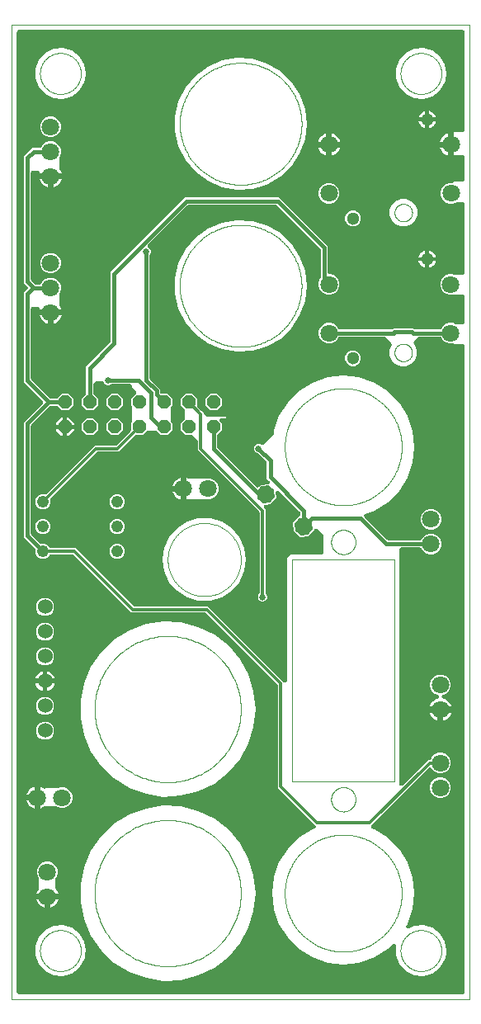
<source format=gtl>
G04 EAGLE Gerber X2 export*
%TF.Part,Single*%
%TF.FileFunction,Other,Top Layer*%
%TF.FilePolarity,Positive*%
%TF.GenerationSoftware,Autodesk,EAGLE,9.4.0*%
%TF.CreationDate,2019-06-23T01:53:01Z*%
G75*
%MOMM*%
%FSLAX34Y34*%
%LPD*%
%INTop Layer*%
%AMOC8*
5,1,8,0,0,1.08239X$1,22.5*%
G01*
%ADD10C,0.050000*%
%ADD11C,1.524000*%
%ADD12C,1.800000*%
%ADD13C,1.300000*%
%ADD14C,0.000000*%
%ADD15C,1.219200*%
%ADD16P,1.484606X8X202.500000*%
%ADD17P,1.924489X8X162.500000*%
%ADD18C,0.406400*%
%ADD19C,0.654800*%
%ADD20C,0.304800*%

G36*
X465606Y5333D02*
X465606Y5333D01*
X465624Y5331D01*
X465806Y5352D01*
X465989Y5371D01*
X466006Y5376D01*
X466023Y5378D01*
X466198Y5435D01*
X466374Y5489D01*
X466389Y5497D01*
X466406Y5503D01*
X466566Y5593D01*
X466728Y5681D01*
X466741Y5692D01*
X466757Y5701D01*
X466896Y5821D01*
X467037Y5938D01*
X467048Y5952D01*
X467062Y5964D01*
X467174Y6109D01*
X467289Y6252D01*
X467297Y6268D01*
X467308Y6282D01*
X467390Y6447D01*
X467475Y6609D01*
X467480Y6626D01*
X467488Y6642D01*
X467535Y6821D01*
X467586Y6996D01*
X467588Y7014D01*
X467592Y7031D01*
X467619Y7362D01*
X467619Y670306D01*
X467617Y670324D01*
X467619Y670342D01*
X467598Y670524D01*
X467579Y670707D01*
X467574Y670724D01*
X467572Y670741D01*
X467515Y670916D01*
X467461Y671092D01*
X467453Y671107D01*
X467447Y671124D01*
X467357Y671284D01*
X467269Y671446D01*
X467258Y671459D01*
X467249Y671475D01*
X467129Y671614D01*
X467012Y671755D01*
X466998Y671766D01*
X466986Y671780D01*
X466842Y671892D01*
X466698Y672007D01*
X466682Y672015D01*
X466668Y672026D01*
X466503Y672108D01*
X466341Y672193D01*
X466324Y672198D01*
X466308Y672206D01*
X466129Y672253D01*
X465954Y672304D01*
X465936Y672306D01*
X465919Y672310D01*
X465588Y672337D01*
X456884Y672337D01*
X456591Y672630D01*
X456570Y672647D01*
X456553Y672668D01*
X456415Y672774D01*
X456280Y672885D01*
X456256Y672898D01*
X456235Y672914D01*
X456079Y672992D01*
X455924Y673074D01*
X455898Y673082D01*
X455874Y673094D01*
X455705Y673139D01*
X455538Y673189D01*
X455511Y673191D01*
X455485Y673198D01*
X455155Y673225D01*
X451506Y673225D01*
X447638Y674828D01*
X444678Y677788D01*
X444201Y678939D01*
X444190Y678959D01*
X444183Y678980D01*
X444095Y679137D01*
X444011Y679294D01*
X443996Y679311D01*
X443985Y679331D01*
X443868Y679467D01*
X443754Y679605D01*
X443737Y679619D01*
X443722Y679636D01*
X443581Y679745D01*
X443441Y679858D01*
X443422Y679869D01*
X443404Y679882D01*
X443244Y679962D01*
X443085Y680045D01*
X443064Y680052D01*
X443044Y680062D01*
X442870Y680108D01*
X442699Y680158D01*
X442676Y680160D01*
X442655Y680166D01*
X442324Y680193D01*
X421763Y680193D01*
X421737Y680191D01*
X421710Y680193D01*
X421536Y680171D01*
X421363Y680153D01*
X421337Y680146D01*
X421311Y680142D01*
X421145Y680087D01*
X420978Y680035D01*
X420954Y680022D01*
X420929Y680014D01*
X420777Y679927D01*
X420624Y679843D01*
X420603Y679826D01*
X420580Y679813D01*
X420327Y679598D01*
X416032Y675304D01*
X416021Y675290D01*
X416007Y675278D01*
X415893Y675134D01*
X415777Y674992D01*
X415769Y674976D01*
X415758Y674962D01*
X415674Y674798D01*
X415589Y674636D01*
X415583Y674619D01*
X415575Y674603D01*
X415526Y674426D01*
X415474Y674250D01*
X415472Y674233D01*
X415467Y674215D01*
X415454Y674032D01*
X415437Y673849D01*
X415439Y673832D01*
X415438Y673814D01*
X415461Y673633D01*
X415481Y673449D01*
X415486Y673432D01*
X415488Y673414D01*
X415547Y673241D01*
X415602Y673065D01*
X415611Y673050D01*
X415617Y673033D01*
X415709Y672873D01*
X415797Y672713D01*
X415809Y672699D01*
X415818Y672684D01*
X416032Y672431D01*
X416737Y671726D01*
X418881Y666551D01*
X418881Y660949D01*
X416737Y655774D01*
X412776Y651813D01*
X407601Y649669D01*
X401999Y649669D01*
X396824Y651813D01*
X392863Y655774D01*
X390719Y660949D01*
X390719Y666551D01*
X392675Y671273D01*
X392682Y671294D01*
X392692Y671314D01*
X392740Y671486D01*
X392792Y671658D01*
X392794Y671680D01*
X392800Y671702D01*
X392813Y671881D01*
X392830Y672059D01*
X392828Y672081D01*
X392829Y672103D01*
X392807Y672282D01*
X392788Y672459D01*
X392782Y672481D01*
X392779Y672503D01*
X392722Y672672D01*
X392668Y672844D01*
X392658Y672863D01*
X392651Y672885D01*
X392561Y673040D01*
X392475Y673197D01*
X392461Y673214D01*
X392450Y673233D01*
X392235Y673486D01*
X386123Y679598D01*
X386102Y679615D01*
X386085Y679636D01*
X385947Y679743D01*
X385812Y679853D01*
X385788Y679866D01*
X385767Y679882D01*
X385610Y679960D01*
X385456Y680042D01*
X385430Y680050D01*
X385406Y680062D01*
X385237Y680107D01*
X385070Y680157D01*
X385043Y680159D01*
X385017Y680166D01*
X384687Y680193D01*
X339876Y680193D01*
X339854Y680191D01*
X339831Y680193D01*
X339653Y680171D01*
X339475Y680153D01*
X339454Y680147D01*
X339432Y680144D01*
X339261Y680088D01*
X339090Y680035D01*
X339071Y680025D01*
X339050Y680018D01*
X338894Y679929D01*
X338736Y679843D01*
X338719Y679829D01*
X338700Y679818D01*
X338564Y679700D01*
X338427Y679586D01*
X338413Y679568D01*
X338396Y679554D01*
X338287Y679411D01*
X338175Y679272D01*
X338164Y679252D01*
X338151Y679235D01*
X337999Y678939D01*
X337522Y677788D01*
X334562Y674828D01*
X331246Y673454D01*
X330694Y673225D01*
X326506Y673225D01*
X322638Y674828D01*
X319678Y677788D01*
X318075Y681656D01*
X318075Y685844D01*
X319678Y689712D01*
X322638Y692672D01*
X326506Y694275D01*
X330694Y694275D01*
X334562Y692672D01*
X337522Y689712D01*
X337999Y688561D01*
X338010Y688541D01*
X338017Y688520D01*
X338105Y688363D01*
X338189Y688206D01*
X338204Y688189D01*
X338215Y688169D01*
X338332Y688033D01*
X338446Y687895D01*
X338463Y687881D01*
X338478Y687864D01*
X338619Y687755D01*
X338759Y687642D01*
X338778Y687631D01*
X338796Y687618D01*
X338956Y687538D01*
X339115Y687455D01*
X339136Y687448D01*
X339156Y687438D01*
X339330Y687392D01*
X339501Y687342D01*
X339524Y687340D01*
X339545Y687334D01*
X339876Y687307D01*
X392515Y687307D01*
X392542Y687309D01*
X392569Y687307D01*
X392743Y687329D01*
X392916Y687347D01*
X392941Y687354D01*
X392968Y687358D01*
X393134Y687413D01*
X393301Y687465D01*
X393324Y687478D01*
X393350Y687486D01*
X393501Y687573D01*
X393655Y687657D01*
X393675Y687674D01*
X393699Y687687D01*
X393952Y687902D01*
X394549Y688499D01*
X415051Y688499D01*
X415648Y687902D01*
X415669Y687885D01*
X415687Y687864D01*
X415825Y687757D01*
X415960Y687647D01*
X415984Y687634D01*
X416005Y687618D01*
X416162Y687540D01*
X416316Y687458D01*
X416341Y687450D01*
X416365Y687438D01*
X416535Y687393D01*
X416702Y687343D01*
X416728Y687341D01*
X416754Y687334D01*
X417085Y687307D01*
X442324Y687307D01*
X442346Y687309D01*
X442369Y687307D01*
X442547Y687329D01*
X442725Y687347D01*
X442746Y687353D01*
X442768Y687356D01*
X442939Y687412D01*
X443110Y687465D01*
X443129Y687475D01*
X443150Y687482D01*
X443306Y687571D01*
X443464Y687657D01*
X443481Y687671D01*
X443500Y687682D01*
X443636Y687800D01*
X443773Y687914D01*
X443787Y687932D01*
X443804Y687946D01*
X443913Y688089D01*
X444025Y688228D01*
X444036Y688248D01*
X444049Y688265D01*
X444201Y688561D01*
X444678Y689712D01*
X447638Y692672D01*
X451506Y694275D01*
X455694Y694275D01*
X458608Y693067D01*
X458638Y693058D01*
X458666Y693044D01*
X458831Y693000D01*
X458994Y692951D01*
X459025Y692948D01*
X459055Y692940D01*
X459386Y692913D01*
X465588Y692913D01*
X465606Y692915D01*
X465624Y692913D01*
X465806Y692934D01*
X465989Y692953D01*
X466006Y692958D01*
X466023Y692960D01*
X466198Y693017D01*
X466374Y693071D01*
X466389Y693079D01*
X466406Y693085D01*
X466566Y693175D01*
X466728Y693263D01*
X466741Y693274D01*
X466757Y693283D01*
X466896Y693403D01*
X467037Y693520D01*
X467048Y693534D01*
X467062Y693546D01*
X467174Y693691D01*
X467289Y693834D01*
X467297Y693850D01*
X467308Y693864D01*
X467390Y694029D01*
X467475Y694191D01*
X467480Y694208D01*
X467488Y694224D01*
X467535Y694403D01*
X467586Y694578D01*
X467588Y694596D01*
X467592Y694613D01*
X467619Y694944D01*
X467619Y721106D01*
X467617Y721124D01*
X467619Y721142D01*
X467598Y721324D01*
X467579Y721507D01*
X467574Y721524D01*
X467572Y721541D01*
X467515Y721716D01*
X467461Y721892D01*
X467453Y721907D01*
X467447Y721924D01*
X467357Y722084D01*
X467269Y722246D01*
X467258Y722259D01*
X467249Y722275D01*
X467129Y722414D01*
X467012Y722555D01*
X466998Y722566D01*
X466986Y722580D01*
X466841Y722692D01*
X466698Y722807D01*
X466682Y722815D01*
X466668Y722826D01*
X466503Y722908D01*
X466341Y722993D01*
X466324Y722998D01*
X466308Y723006D01*
X466129Y723053D01*
X465954Y723104D01*
X465936Y723106D01*
X465919Y723110D01*
X465588Y723137D01*
X456512Y723137D01*
X456505Y723139D01*
X456338Y723189D01*
X456311Y723191D01*
X456285Y723198D01*
X455955Y723225D01*
X451506Y723225D01*
X447638Y724828D01*
X444678Y727788D01*
X443075Y731656D01*
X443075Y735844D01*
X444678Y739712D01*
X447638Y742672D01*
X451506Y744275D01*
X455693Y744275D01*
X456677Y743867D01*
X456707Y743858D01*
X456735Y743844D01*
X456900Y743800D01*
X457062Y743751D01*
X457093Y743748D01*
X457124Y743740D01*
X457454Y743713D01*
X465588Y743713D01*
X465606Y743715D01*
X465624Y743713D01*
X465806Y743734D01*
X465989Y743753D01*
X466006Y743758D01*
X466023Y743760D01*
X466198Y743817D01*
X466374Y743871D01*
X466389Y743879D01*
X466406Y743885D01*
X466566Y743975D01*
X466728Y744063D01*
X466741Y744074D01*
X466757Y744083D01*
X466896Y744203D01*
X467037Y744320D01*
X467048Y744334D01*
X467062Y744346D01*
X467174Y744491D01*
X467289Y744634D01*
X467297Y744650D01*
X467308Y744664D01*
X467390Y744829D01*
X467475Y744991D01*
X467480Y745008D01*
X467488Y745024D01*
X467535Y745203D01*
X467586Y745378D01*
X467588Y745396D01*
X467592Y745413D01*
X467619Y745744D01*
X467619Y816356D01*
X467617Y816374D01*
X467619Y816392D01*
X467598Y816574D01*
X467579Y816757D01*
X467574Y816774D01*
X467572Y816791D01*
X467515Y816966D01*
X467461Y817142D01*
X467453Y817157D01*
X467447Y817174D01*
X467357Y817334D01*
X467269Y817496D01*
X467258Y817509D01*
X467249Y817525D01*
X467129Y817664D01*
X467012Y817805D01*
X466998Y817816D01*
X466986Y817830D01*
X466841Y817942D01*
X466698Y818057D01*
X466682Y818065D01*
X466668Y818076D01*
X466503Y818158D01*
X466341Y818243D01*
X466324Y818248D01*
X466308Y818256D01*
X466129Y818303D01*
X465954Y818354D01*
X465936Y818356D01*
X465919Y818360D01*
X465588Y818387D01*
X460363Y818387D01*
X460332Y818384D01*
X460301Y818386D01*
X460131Y818364D01*
X459962Y818347D01*
X459933Y818338D01*
X459902Y818334D01*
X459586Y818233D01*
X455754Y816645D01*
X451566Y816645D01*
X447698Y818248D01*
X444738Y821208D01*
X443135Y825076D01*
X443135Y829264D01*
X444738Y833132D01*
X447698Y836092D01*
X451566Y837695D01*
X454775Y837695D01*
X454801Y837697D01*
X454828Y837695D01*
X455002Y837717D01*
X455175Y837735D01*
X455201Y837742D01*
X455227Y837746D01*
X455393Y837802D01*
X455560Y837853D01*
X455584Y837866D01*
X455609Y837874D01*
X455760Y837961D01*
X455914Y838045D01*
X455935Y838062D01*
X455958Y838075D01*
X456211Y838290D01*
X456884Y838963D01*
X465588Y838963D01*
X465606Y838965D01*
X465624Y838963D01*
X465806Y838984D01*
X465989Y839003D01*
X466006Y839008D01*
X466023Y839010D01*
X466198Y839067D01*
X466374Y839121D01*
X466389Y839129D01*
X466406Y839135D01*
X466566Y839225D01*
X466728Y839313D01*
X466741Y839324D01*
X466757Y839333D01*
X466896Y839453D01*
X467037Y839570D01*
X467048Y839584D01*
X467062Y839596D01*
X467174Y839741D01*
X467289Y839884D01*
X467297Y839900D01*
X467308Y839914D01*
X467390Y840079D01*
X467475Y840241D01*
X467480Y840258D01*
X467488Y840274D01*
X467535Y840453D01*
X467586Y840628D01*
X467588Y840646D01*
X467592Y840663D01*
X467619Y840994D01*
X467619Y864616D01*
X467617Y864634D01*
X467619Y864652D01*
X467598Y864834D01*
X467579Y865017D01*
X467574Y865034D01*
X467572Y865051D01*
X467515Y865226D01*
X467461Y865402D01*
X467453Y865417D01*
X467447Y865434D01*
X467357Y865594D01*
X467269Y865756D01*
X467258Y865769D01*
X467249Y865785D01*
X467129Y865924D01*
X467012Y866065D01*
X466998Y866076D01*
X466986Y866090D01*
X466841Y866202D01*
X466698Y866317D01*
X466682Y866325D01*
X466668Y866336D01*
X466503Y866418D01*
X466341Y866503D01*
X466324Y866508D01*
X466308Y866516D01*
X466129Y866563D01*
X465954Y866614D01*
X465936Y866616D01*
X465919Y866620D01*
X465588Y866647D01*
X458916Y866647D01*
X458806Y866636D01*
X458695Y866635D01*
X458606Y866616D01*
X458516Y866607D01*
X458409Y866575D01*
X458301Y866552D01*
X458201Y866511D01*
X458131Y866489D01*
X458125Y866486D01*
X456659Y866010D01*
X456659Y866031D01*
X456657Y866057D01*
X456659Y866084D01*
X456637Y866258D01*
X456619Y866431D01*
X456612Y866457D01*
X456608Y866483D01*
X456553Y866649D01*
X456501Y866816D01*
X456488Y866840D01*
X456480Y866865D01*
X456437Y866939D01*
X456437Y867887D01*
X456508Y868020D01*
X456516Y868046D01*
X456528Y868070D01*
X456573Y868239D01*
X456623Y868406D01*
X456625Y868433D01*
X456632Y868459D01*
X456659Y868789D01*
X456659Y876202D01*
X456657Y876220D01*
X456659Y876237D01*
X456638Y876420D01*
X456619Y876602D01*
X456614Y876619D01*
X456612Y876637D01*
X456555Y876812D01*
X456501Y876987D01*
X456493Y877003D01*
X456487Y877020D01*
X456403Y877169D01*
X456430Y877223D01*
X456515Y877386D01*
X456520Y877403D01*
X456528Y877419D01*
X456575Y877597D01*
X456626Y877772D01*
X456628Y877790D01*
X456632Y877807D01*
X456659Y878138D01*
X456659Y887621D01*
X456657Y887647D01*
X456659Y887674D01*
X456637Y887848D01*
X456619Y888021D01*
X456612Y888047D01*
X456608Y888073D01*
X456553Y888239D01*
X456501Y888406D01*
X456488Y888430D01*
X456480Y888455D01*
X456437Y888529D01*
X456437Y889316D01*
X456884Y889763D01*
X465588Y889763D01*
X465606Y889765D01*
X465624Y889763D01*
X465806Y889784D01*
X465989Y889803D01*
X466006Y889808D01*
X466023Y889810D01*
X466198Y889867D01*
X466374Y889921D01*
X466389Y889929D01*
X466406Y889935D01*
X466566Y890025D01*
X466728Y890113D01*
X466741Y890124D01*
X466757Y890133D01*
X466896Y890253D01*
X467037Y890370D01*
X467048Y890384D01*
X467062Y890396D01*
X467174Y890541D01*
X467289Y890684D01*
X467297Y890700D01*
X467308Y890714D01*
X467390Y890879D01*
X467475Y891041D01*
X467480Y891058D01*
X467488Y891074D01*
X467535Y891253D01*
X467586Y891428D01*
X467588Y891446D01*
X467592Y891463D01*
X467619Y891794D01*
X467619Y992638D01*
X467617Y992656D01*
X467619Y992674D01*
X467598Y992856D01*
X467579Y993039D01*
X467574Y993056D01*
X467572Y993073D01*
X467515Y993248D01*
X467461Y993424D01*
X467453Y993439D01*
X467447Y993456D01*
X467357Y993616D01*
X467269Y993778D01*
X467258Y993791D01*
X467249Y993807D01*
X467129Y993946D01*
X467012Y994087D01*
X466998Y994098D01*
X466986Y994112D01*
X466841Y994224D01*
X466698Y994339D01*
X466682Y994347D01*
X466668Y994358D01*
X466503Y994440D01*
X466341Y994525D01*
X466324Y994530D01*
X466308Y994538D01*
X466129Y994585D01*
X465954Y994636D01*
X465936Y994638D01*
X465919Y994642D01*
X465588Y994669D01*
X10312Y994669D01*
X10294Y994667D01*
X10276Y994669D01*
X10094Y994648D01*
X9911Y994629D01*
X9894Y994624D01*
X9877Y994622D01*
X9702Y994565D01*
X9526Y994511D01*
X9511Y994503D01*
X9494Y994497D01*
X9334Y994407D01*
X9172Y994319D01*
X9159Y994308D01*
X9143Y994299D01*
X9004Y994179D01*
X8863Y994062D01*
X8852Y994048D01*
X8838Y994036D01*
X8726Y993891D01*
X8611Y993748D01*
X8603Y993732D01*
X8592Y993718D01*
X8510Y993553D01*
X8425Y993391D01*
X8420Y993374D01*
X8412Y993358D01*
X8365Y993179D01*
X8314Y993004D01*
X8312Y992986D01*
X8308Y992969D01*
X8281Y992638D01*
X8281Y7362D01*
X8283Y7344D01*
X8281Y7326D01*
X8302Y7144D01*
X8321Y6961D01*
X8326Y6944D01*
X8328Y6927D01*
X8385Y6752D01*
X8439Y6576D01*
X8447Y6561D01*
X8453Y6544D01*
X8543Y6384D01*
X8631Y6222D01*
X8642Y6209D01*
X8651Y6193D01*
X8771Y6054D01*
X8888Y5913D01*
X8902Y5902D01*
X8914Y5888D01*
X9059Y5776D01*
X9202Y5661D01*
X9218Y5653D01*
X9232Y5642D01*
X9397Y5560D01*
X9559Y5475D01*
X9576Y5470D01*
X9592Y5462D01*
X9771Y5415D01*
X9946Y5364D01*
X9964Y5362D01*
X9981Y5358D01*
X10312Y5331D01*
X465588Y5331D01*
X465606Y5333D01*
G37*
%LPC*%
G36*
X415754Y24708D02*
X415754Y24708D01*
X407103Y29016D01*
X400593Y36157D01*
X397102Y45168D01*
X397102Y54911D01*
X397117Y54961D01*
X397119Y54980D01*
X397124Y54998D01*
X397137Y55179D01*
X397153Y55362D01*
X397151Y55381D01*
X397153Y55400D01*
X397130Y55581D01*
X397110Y55762D01*
X397104Y55780D01*
X397102Y55799D01*
X397043Y55973D01*
X396988Y56146D01*
X396979Y56162D01*
X396973Y56180D01*
X396882Y56339D01*
X396794Y56498D01*
X396781Y56513D01*
X396772Y56529D01*
X396651Y56667D01*
X396533Y56805D01*
X396518Y56817D01*
X396506Y56831D01*
X396360Y56942D01*
X396217Y57055D01*
X396200Y57063D01*
X396185Y57075D01*
X396021Y57154D01*
X395858Y57237D01*
X395840Y57242D01*
X395823Y57250D01*
X395646Y57296D01*
X395470Y57345D01*
X395451Y57346D01*
X395433Y57351D01*
X395252Y57361D01*
X395069Y57374D01*
X395050Y57372D01*
X395031Y57373D01*
X394852Y57347D01*
X394669Y57324D01*
X394651Y57318D01*
X394633Y57315D01*
X394461Y57254D01*
X394288Y57196D01*
X394271Y57186D01*
X394253Y57180D01*
X394097Y57086D01*
X393939Y56995D01*
X393923Y56981D01*
X393908Y56972D01*
X393852Y56921D01*
X393686Y56780D01*
X388779Y51873D01*
X374939Y43177D01*
X359511Y37778D01*
X343269Y35948D01*
X327026Y37778D01*
X311598Y43177D01*
X297758Y51873D01*
X286200Y63431D01*
X277504Y77271D01*
X272106Y92699D01*
X270276Y108941D01*
X272106Y125184D01*
X277504Y140612D01*
X286200Y154452D01*
X297758Y166009D01*
X311598Y174706D01*
X313631Y175417D01*
X313695Y175446D01*
X313762Y175468D01*
X313877Y175531D01*
X313996Y175587D01*
X314053Y175629D01*
X314114Y175663D01*
X314214Y175748D01*
X314320Y175825D01*
X314368Y175878D01*
X314421Y175923D01*
X314503Y176026D01*
X314591Y176123D01*
X314627Y176184D01*
X314671Y176239D01*
X314730Y176356D01*
X314798Y176469D01*
X314821Y176535D01*
X314853Y176598D01*
X314889Y176725D01*
X314932Y176848D01*
X314942Y176918D01*
X314961Y176986D01*
X314971Y177117D01*
X314989Y177247D01*
X314985Y177317D01*
X314991Y177387D01*
X314974Y177518D01*
X314967Y177649D01*
X314949Y177717D01*
X314940Y177787D01*
X314898Y177911D01*
X314865Y178038D01*
X314834Y178102D01*
X314812Y178169D01*
X314746Y178283D01*
X314689Y178400D01*
X314646Y178456D01*
X314611Y178517D01*
X314497Y178652D01*
X314445Y178720D01*
X314422Y178741D01*
X314396Y178770D01*
X276031Y217136D01*
X276031Y322066D01*
X276028Y322093D01*
X276030Y322120D01*
X276008Y322294D01*
X275991Y322467D01*
X275983Y322492D01*
X275980Y322519D01*
X275924Y322685D01*
X275873Y322852D01*
X275860Y322875D01*
X275851Y322901D01*
X275764Y323052D01*
X275681Y323206D01*
X275664Y323226D01*
X275651Y323250D01*
X275436Y323503D01*
X202532Y396406D01*
X202511Y396423D01*
X202494Y396444D01*
X202356Y396551D01*
X202221Y396661D01*
X202197Y396674D01*
X202176Y396690D01*
X202019Y396768D01*
X201865Y396850D01*
X201839Y396858D01*
X201815Y396870D01*
X201646Y396915D01*
X201479Y396965D01*
X201452Y396967D01*
X201427Y396974D01*
X201096Y397001D01*
X125737Y397001D01*
X66582Y456156D01*
X66561Y456173D01*
X66544Y456194D01*
X66406Y456301D01*
X66271Y456411D01*
X66247Y456424D01*
X66226Y456440D01*
X66069Y456518D01*
X65915Y456600D01*
X65889Y456608D01*
X65865Y456620D01*
X65696Y456665D01*
X65529Y456715D01*
X65502Y456717D01*
X65477Y456724D01*
X65146Y456751D01*
X43343Y456751D01*
X43321Y456749D01*
X43299Y456751D01*
X43121Y456729D01*
X42942Y456711D01*
X42921Y456705D01*
X42899Y456702D01*
X42729Y456646D01*
X42557Y456593D01*
X42538Y456583D01*
X42517Y456576D01*
X42361Y456487D01*
X42203Y456401D01*
X42186Y456387D01*
X42167Y456376D01*
X42031Y456258D01*
X41894Y456144D01*
X41880Y456126D01*
X41863Y456112D01*
X41754Y455969D01*
X41642Y455830D01*
X41632Y455810D01*
X41618Y455792D01*
X41466Y455497D01*
X41461Y455483D01*
X39317Y453339D01*
X36516Y452179D01*
X33484Y452179D01*
X30683Y453339D01*
X28539Y455483D01*
X27379Y458284D01*
X27379Y461549D01*
X27377Y461576D01*
X27379Y461603D01*
X27357Y461777D01*
X27339Y461950D01*
X27332Y461975D01*
X27328Y462002D01*
X27273Y462168D01*
X27221Y462335D01*
X27208Y462358D01*
X27200Y462384D01*
X27113Y462535D01*
X27029Y462689D01*
X27012Y462709D01*
X26999Y462733D01*
X26784Y462986D01*
X15493Y474277D01*
X15493Y592173D01*
X34734Y611414D01*
X34745Y611428D01*
X34759Y611439D01*
X34873Y611583D01*
X34989Y611725D01*
X34997Y611741D01*
X35008Y611755D01*
X35092Y611919D01*
X35177Y612081D01*
X35182Y612098D01*
X35191Y612114D01*
X35240Y612291D01*
X35292Y612467D01*
X35294Y612485D01*
X35299Y612502D01*
X35312Y612685D01*
X35329Y612868D01*
X35327Y612886D01*
X35328Y612903D01*
X35305Y613085D01*
X35285Y613268D01*
X35280Y613285D01*
X35278Y613303D01*
X35219Y613477D01*
X35164Y613652D01*
X35155Y613668D01*
X35149Y613684D01*
X35058Y613843D01*
X34969Y614004D01*
X34957Y614018D01*
X34948Y614033D01*
X34734Y614286D01*
X18172Y630848D01*
X15493Y633527D01*
X15493Y725373D01*
X18809Y728689D01*
X18820Y728703D01*
X18834Y728714D01*
X18947Y728858D01*
X19064Y729000D01*
X19072Y729016D01*
X19083Y729030D01*
X19167Y729194D01*
X19252Y729356D01*
X19257Y729373D01*
X19266Y729389D01*
X19315Y729566D01*
X19367Y729742D01*
X19369Y729760D01*
X19374Y729777D01*
X19387Y729960D01*
X19404Y730143D01*
X19402Y730161D01*
X19403Y730178D01*
X19380Y730360D01*
X19360Y730543D01*
X19355Y730560D01*
X19353Y730578D01*
X19294Y730751D01*
X19239Y730927D01*
X19230Y730943D01*
X19224Y730959D01*
X19132Y731119D01*
X19044Y731279D01*
X19032Y731293D01*
X19023Y731308D01*
X18809Y731561D01*
X18172Y732198D01*
X15493Y734877D01*
X15493Y865123D01*
X23927Y873557D01*
X31674Y873557D01*
X31696Y873559D01*
X31719Y873557D01*
X31896Y873579D01*
X32075Y873597D01*
X32096Y873603D01*
X32118Y873606D01*
X32288Y873662D01*
X32460Y873715D01*
X32479Y873725D01*
X32500Y873732D01*
X32656Y873821D01*
X32814Y873907D01*
X32831Y873921D01*
X32850Y873932D01*
X32985Y874049D01*
X33123Y874164D01*
X33137Y874182D01*
X33154Y874196D01*
X33263Y874338D01*
X33375Y874478D01*
X33386Y874498D01*
X33399Y874516D01*
X33551Y874811D01*
X34028Y875962D01*
X36988Y878922D01*
X40856Y880525D01*
X45044Y880525D01*
X48912Y878922D01*
X51872Y875962D01*
X53475Y872094D01*
X53475Y867906D01*
X51718Y863665D01*
X51709Y863636D01*
X51694Y863607D01*
X51658Y863471D01*
X51614Y863339D01*
X51610Y863307D01*
X51601Y863280D01*
X51599Y863250D01*
X51590Y863218D01*
X51574Y863022D01*
X51563Y862939D01*
X51565Y862916D01*
X51563Y862887D01*
X51563Y853040D01*
X51570Y852971D01*
X51567Y852902D01*
X51589Y852771D01*
X51603Y852639D01*
X51623Y852573D01*
X51634Y852505D01*
X51682Y852381D01*
X51721Y852254D01*
X51754Y852194D01*
X51778Y852129D01*
X51871Y851976D01*
X51913Y851900D01*
X51931Y851878D01*
X51951Y851846D01*
X52821Y850649D01*
X53645Y849030D01*
X54110Y847599D01*
X43918Y847599D01*
X43900Y847597D01*
X43883Y847599D01*
X43700Y847578D01*
X43518Y847559D01*
X43501Y847554D01*
X43483Y847552D01*
X43308Y847495D01*
X43133Y847441D01*
X43117Y847433D01*
X43100Y847427D01*
X42951Y847343D01*
X42897Y847370D01*
X42734Y847455D01*
X42717Y847460D01*
X42701Y847468D01*
X42523Y847515D01*
X42348Y847566D01*
X42330Y847568D01*
X42313Y847572D01*
X41982Y847599D01*
X31777Y847599D01*
X31779Y847610D01*
X31817Y847740D01*
X31822Y847807D01*
X31836Y847872D01*
X31839Y848007D01*
X31850Y848142D01*
X31842Y848208D01*
X31843Y848274D01*
X31819Y848407D01*
X31803Y848541D01*
X31782Y848605D01*
X31770Y848670D01*
X31720Y848796D01*
X31678Y848924D01*
X31645Y848982D01*
X31621Y849044D01*
X31547Y849157D01*
X31480Y849275D01*
X31437Y849325D01*
X31400Y849381D01*
X31305Y849477D01*
X31217Y849580D01*
X31164Y849620D01*
X31118Y849668D01*
X31006Y849744D01*
X30899Y849826D01*
X30839Y849856D01*
X30784Y849893D01*
X30660Y849945D01*
X30538Y850006D01*
X30474Y850023D01*
X30413Y850048D01*
X30280Y850075D01*
X30149Y850110D01*
X30073Y850116D01*
X30018Y850127D01*
X29939Y850127D01*
X29819Y850137D01*
X24638Y850137D01*
X24620Y850135D01*
X24602Y850137D01*
X24420Y850116D01*
X24237Y850097D01*
X24220Y850092D01*
X24203Y850090D01*
X24028Y850033D01*
X23852Y849979D01*
X23837Y849971D01*
X23820Y849965D01*
X23660Y849875D01*
X23498Y849787D01*
X23485Y849776D01*
X23469Y849767D01*
X23330Y849647D01*
X23189Y849530D01*
X23178Y849516D01*
X23164Y849504D01*
X23052Y849359D01*
X22937Y849216D01*
X22929Y849200D01*
X22918Y849186D01*
X22836Y849021D01*
X22751Y848859D01*
X22746Y848842D01*
X22738Y848826D01*
X22691Y848647D01*
X22640Y848472D01*
X22638Y848454D01*
X22634Y848437D01*
X22607Y848106D01*
X22607Y738665D01*
X22609Y738638D01*
X22607Y738611D01*
X22629Y738437D01*
X22647Y738264D01*
X22654Y738239D01*
X22658Y738212D01*
X22713Y738046D01*
X22765Y737879D01*
X22778Y737856D01*
X22786Y737830D01*
X22873Y737679D01*
X22957Y737525D01*
X22974Y737505D01*
X22987Y737481D01*
X23202Y737228D01*
X26278Y734152D01*
X26299Y734135D01*
X26317Y734114D01*
X26454Y734007D01*
X26590Y733897D01*
X26613Y733884D01*
X26635Y733868D01*
X26792Y733790D01*
X26946Y733708D01*
X26971Y733700D01*
X26995Y733688D01*
X27165Y733643D01*
X27331Y733593D01*
X27358Y733591D01*
X27384Y733584D01*
X27715Y733557D01*
X31674Y733557D01*
X31696Y733559D01*
X31719Y733557D01*
X31897Y733579D01*
X32075Y733597D01*
X32096Y733603D01*
X32118Y733606D01*
X32289Y733662D01*
X32460Y733715D01*
X32479Y733725D01*
X32500Y733732D01*
X32656Y733821D01*
X32814Y733907D01*
X32831Y733921D01*
X32850Y733932D01*
X32986Y734050D01*
X33123Y734164D01*
X33137Y734182D01*
X33154Y734196D01*
X33263Y734339D01*
X33375Y734478D01*
X33386Y734498D01*
X33399Y734515D01*
X33551Y734811D01*
X34028Y735962D01*
X36988Y738922D01*
X40856Y740525D01*
X45044Y740525D01*
X48912Y738922D01*
X51872Y735962D01*
X53475Y732094D01*
X53475Y727906D01*
X51718Y723665D01*
X51717Y723662D01*
X51714Y723656D01*
X51706Y723631D01*
X51694Y723607D01*
X51649Y723437D01*
X51638Y723401D01*
X51601Y723280D01*
X51601Y723277D01*
X51599Y723270D01*
X51597Y723244D01*
X51590Y723218D01*
X51563Y722887D01*
X51563Y713040D01*
X51570Y712971D01*
X51567Y712902D01*
X51589Y712771D01*
X51603Y712639D01*
X51623Y712573D01*
X51634Y712505D01*
X51682Y712381D01*
X51721Y712254D01*
X51754Y712194D01*
X51778Y712129D01*
X51871Y711976D01*
X51913Y711900D01*
X51931Y711878D01*
X51951Y711846D01*
X52821Y710649D01*
X53645Y709030D01*
X54110Y707599D01*
X43918Y707599D01*
X43900Y707597D01*
X43883Y707599D01*
X43700Y707578D01*
X43518Y707559D01*
X43501Y707554D01*
X43483Y707552D01*
X43308Y707495D01*
X43133Y707441D01*
X43117Y707433D01*
X43100Y707427D01*
X42951Y707343D01*
X42897Y707370D01*
X42734Y707455D01*
X42717Y707460D01*
X42701Y707468D01*
X42523Y707515D01*
X42348Y707566D01*
X42330Y707568D01*
X42313Y707572D01*
X41982Y707599D01*
X31790Y707599D01*
X31848Y707778D01*
X31877Y707910D01*
X31914Y708040D01*
X31920Y708107D01*
X31934Y708172D01*
X31936Y708307D01*
X31947Y708442D01*
X31939Y708508D01*
X31941Y708574D01*
X31916Y708707D01*
X31900Y708841D01*
X31880Y708905D01*
X31868Y708970D01*
X31817Y709096D01*
X31775Y709224D01*
X31743Y709282D01*
X31718Y709344D01*
X31644Y709457D01*
X31578Y709575D01*
X31534Y709625D01*
X31498Y709681D01*
X31403Y709777D01*
X31314Y709880D01*
X31262Y709920D01*
X31215Y709968D01*
X31103Y710044D01*
X30996Y710126D01*
X30937Y710156D01*
X30882Y710193D01*
X30757Y710245D01*
X30636Y710306D01*
X30571Y710323D01*
X30510Y710349D01*
X30378Y710375D01*
X30247Y710410D01*
X30171Y710416D01*
X30115Y710427D01*
X30037Y710427D01*
X29916Y710437D01*
X24638Y710437D01*
X24620Y710435D01*
X24602Y710437D01*
X24420Y710416D01*
X24237Y710397D01*
X24220Y710392D01*
X24203Y710390D01*
X24028Y710333D01*
X23852Y710279D01*
X23837Y710271D01*
X23820Y710265D01*
X23660Y710175D01*
X23498Y710087D01*
X23485Y710076D01*
X23469Y710067D01*
X23330Y709947D01*
X23189Y709830D01*
X23178Y709816D01*
X23164Y709804D01*
X23052Y709659D01*
X22937Y709516D01*
X22929Y709500D01*
X22918Y709486D01*
X22836Y709321D01*
X22751Y709159D01*
X22746Y709142D01*
X22738Y709126D01*
X22691Y708947D01*
X22640Y708772D01*
X22638Y708754D01*
X22634Y708737D01*
X22607Y708406D01*
X22607Y637315D01*
X22609Y637288D01*
X22607Y637261D01*
X22629Y637087D01*
X22647Y636914D01*
X22654Y636889D01*
X22658Y636862D01*
X22713Y636696D01*
X22765Y636529D01*
X22778Y636506D01*
X22786Y636480D01*
X22873Y636329D01*
X22957Y636175D01*
X22974Y636155D01*
X22987Y636131D01*
X23202Y635878D01*
X42078Y617002D01*
X42099Y616985D01*
X42116Y616964D01*
X42254Y616857D01*
X42390Y616747D01*
X42413Y616734D01*
X42435Y616718D01*
X42591Y616640D01*
X42745Y616558D01*
X42771Y616550D01*
X42795Y616538D01*
X42964Y616493D01*
X43131Y616443D01*
X43158Y616441D01*
X43184Y616434D01*
X43515Y616407D01*
X48410Y616407D01*
X48437Y616409D01*
X48464Y616407D01*
X48638Y616429D01*
X48811Y616447D01*
X48837Y616454D01*
X48863Y616458D01*
X49029Y616513D01*
X49196Y616565D01*
X49220Y616578D01*
X49245Y616586D01*
X49396Y616673D01*
X49550Y616757D01*
X49570Y616774D01*
X49594Y616787D01*
X49847Y617002D01*
X54078Y621233D01*
X61022Y621233D01*
X65933Y616322D01*
X65933Y609378D01*
X61022Y604467D01*
X54078Y604467D01*
X49847Y608698D01*
X49826Y608715D01*
X49809Y608736D01*
X49671Y608843D01*
X49535Y608953D01*
X49512Y608966D01*
X49490Y608982D01*
X49333Y609060D01*
X49179Y609142D01*
X49154Y609150D01*
X49130Y609162D01*
X48960Y609207D01*
X48794Y609257D01*
X48767Y609259D01*
X48741Y609266D01*
X48410Y609293D01*
X43515Y609293D01*
X43488Y609291D01*
X43461Y609293D01*
X43287Y609271D01*
X43114Y609253D01*
X43089Y609246D01*
X43062Y609242D01*
X42896Y609187D01*
X42729Y609135D01*
X42706Y609122D01*
X42680Y609114D01*
X42529Y609027D01*
X42375Y608943D01*
X42355Y608926D01*
X42331Y608913D01*
X42078Y608698D01*
X23202Y589822D01*
X23185Y589801D01*
X23164Y589783D01*
X23057Y589646D01*
X22947Y589510D01*
X22934Y589487D01*
X22918Y589465D01*
X22840Y589308D01*
X22758Y589154D01*
X22750Y589129D01*
X22738Y589105D01*
X22693Y588935D01*
X22643Y588769D01*
X22641Y588742D01*
X22634Y588716D01*
X22607Y588385D01*
X22607Y478065D01*
X22609Y478038D01*
X22607Y478011D01*
X22629Y477837D01*
X22647Y477664D01*
X22654Y477639D01*
X22658Y477612D01*
X22713Y477446D01*
X22765Y477279D01*
X22778Y477256D01*
X22786Y477230D01*
X22873Y477079D01*
X22957Y476925D01*
X22974Y476905D01*
X22987Y476881D01*
X23202Y476628D01*
X31814Y468016D01*
X31835Y467999D01*
X31853Y467978D01*
X31990Y467871D01*
X32126Y467761D01*
X32149Y467748D01*
X32171Y467732D01*
X32328Y467654D01*
X32482Y467572D01*
X32507Y467564D01*
X32531Y467552D01*
X32701Y467507D01*
X32867Y467457D01*
X32894Y467455D01*
X32920Y467448D01*
X33251Y467421D01*
X36516Y467421D01*
X39317Y466261D01*
X41461Y464117D01*
X41466Y464103D01*
X41477Y464083D01*
X41484Y464062D01*
X41572Y463906D01*
X41657Y463748D01*
X41671Y463731D01*
X41682Y463711D01*
X41799Y463575D01*
X41913Y463437D01*
X41930Y463423D01*
X41945Y463406D01*
X42086Y463297D01*
X42226Y463184D01*
X42245Y463173D01*
X42263Y463160D01*
X42423Y463080D01*
X42582Y462997D01*
X42604Y462990D01*
X42624Y462980D01*
X42796Y462934D01*
X42968Y462884D01*
X42991Y462882D01*
X43012Y462876D01*
X43343Y462849D01*
X68513Y462849D01*
X127668Y403694D01*
X127689Y403677D01*
X127706Y403656D01*
X127844Y403549D01*
X127979Y403439D01*
X128003Y403426D01*
X128024Y403410D01*
X128181Y403332D01*
X128335Y403250D01*
X128361Y403242D01*
X128385Y403230D01*
X128554Y403185D01*
X128721Y403135D01*
X128748Y403133D01*
X128773Y403126D01*
X129104Y403099D01*
X204463Y403099D01*
X206844Y400718D01*
X281970Y325591D01*
X281977Y325586D01*
X281983Y325579D01*
X282132Y325459D01*
X282282Y325336D01*
X282290Y325332D01*
X282297Y325326D01*
X282468Y325238D01*
X282637Y325148D01*
X282646Y325145D01*
X282654Y325141D01*
X282839Y325088D01*
X283023Y325033D01*
X283032Y325032D01*
X283041Y325030D01*
X283232Y325014D01*
X283424Y324996D01*
X283433Y324997D01*
X283442Y324997D01*
X283631Y325019D01*
X283825Y325040D01*
X283833Y325043D01*
X283842Y325044D01*
X284024Y325103D01*
X284208Y325161D01*
X284216Y325166D01*
X284225Y325168D01*
X284393Y325263D01*
X284561Y325356D01*
X284567Y325362D01*
X284575Y325366D01*
X284721Y325492D01*
X284868Y325617D01*
X284873Y325624D01*
X284880Y325630D01*
X284997Y325781D01*
X285117Y325933D01*
X285121Y325941D01*
X285127Y325948D01*
X285212Y326120D01*
X285300Y326292D01*
X285302Y326300D01*
X285306Y326308D01*
X285356Y326495D01*
X285408Y326679D01*
X285408Y326688D01*
X285411Y326697D01*
X285438Y327028D01*
X285438Y452301D01*
X286249Y454260D01*
X287749Y455760D01*
X289358Y456426D01*
X289708Y456571D01*
X321056Y456571D01*
X321074Y456573D01*
X321092Y456572D01*
X321274Y456593D01*
X321457Y456611D01*
X321474Y456616D01*
X321491Y456619D01*
X321666Y456675D01*
X321842Y456729D01*
X321857Y456738D01*
X321874Y456743D01*
X322034Y456834D01*
X322196Y456921D01*
X322209Y456933D01*
X322225Y456941D01*
X322364Y457062D01*
X322505Y457179D01*
X322516Y457193D01*
X322530Y457204D01*
X322642Y457349D01*
X322757Y457493D01*
X322765Y457508D01*
X322776Y457523D01*
X322858Y457687D01*
X322943Y457850D01*
X322948Y457867D01*
X322956Y457883D01*
X323003Y458061D01*
X323054Y458237D01*
X323056Y458255D01*
X323060Y458272D01*
X323087Y458603D01*
X323087Y475093D01*
X323085Y475119D01*
X323087Y475146D01*
X323065Y475320D01*
X323047Y475493D01*
X323040Y475519D01*
X323036Y475545D01*
X322981Y475711D01*
X322929Y475878D01*
X322916Y475902D01*
X322908Y475927D01*
X322821Y476079D01*
X322737Y476232D01*
X322720Y476253D01*
X322707Y476276D01*
X322492Y476529D01*
X316660Y482361D01*
X316578Y482429D01*
X316502Y482503D01*
X316423Y482556D01*
X316349Y482616D01*
X316255Y482666D01*
X316166Y482725D01*
X316077Y482760D01*
X315993Y482805D01*
X315891Y482835D01*
X315792Y482875D01*
X315699Y482892D01*
X315607Y482920D01*
X315501Y482929D01*
X315396Y482949D01*
X315301Y482947D01*
X315206Y482956D01*
X315100Y482944D01*
X314994Y482943D01*
X314901Y482923D01*
X314806Y482913D01*
X314704Y482880D01*
X314600Y482858D01*
X314513Y482820D01*
X314422Y482791D01*
X314329Y482740D01*
X314231Y482697D01*
X314153Y482642D01*
X314070Y482596D01*
X313988Y482527D01*
X313901Y482466D01*
X313821Y482385D01*
X313763Y482336D01*
X313726Y482289D01*
X313668Y482230D01*
X307873Y475324D01*
X299278Y474572D01*
X292668Y480118D01*
X291916Y488713D01*
X297477Y495339D01*
X297515Y495344D01*
X297582Y495366D01*
X297652Y495379D01*
X297773Y495428D01*
X297898Y495469D01*
X297960Y495503D01*
X298025Y495530D01*
X298135Y495602D01*
X298248Y495667D01*
X298302Y495713D01*
X298361Y495752D01*
X298454Y495844D01*
X298553Y495930D01*
X298597Y495986D01*
X298647Y496036D01*
X298720Y496144D01*
X298800Y496248D01*
X298831Y496311D01*
X298871Y496370D01*
X298921Y496491D01*
X298979Y496608D01*
X298998Y496677D01*
X299025Y496742D01*
X299050Y496870D01*
X299084Y496997D01*
X299090Y497079D01*
X299102Y497138D01*
X299101Y497214D01*
X299111Y497328D01*
X299111Y499124D01*
X299108Y499151D01*
X299110Y499177D01*
X299088Y499351D01*
X299071Y499525D01*
X299063Y499550D01*
X299060Y499577D01*
X299004Y499742D01*
X298953Y499910D01*
X298940Y499933D01*
X298931Y499958D01*
X298844Y500110D01*
X298761Y500264D01*
X298744Y500284D01*
X298731Y500307D01*
X298516Y500560D01*
X277493Y521583D01*
X277418Y521645D01*
X277349Y521714D01*
X277262Y521772D01*
X277182Y521838D01*
X277096Y521884D01*
X277014Y521938D01*
X276918Y521978D01*
X276826Y522027D01*
X276733Y522055D01*
X276642Y522092D01*
X276540Y522112D01*
X276440Y522142D01*
X276343Y522150D01*
X276247Y522169D01*
X276143Y522169D01*
X276039Y522178D01*
X275942Y522167D01*
X275844Y522167D01*
X275742Y522146D01*
X275639Y522135D01*
X275546Y522105D01*
X275450Y522085D01*
X275354Y522045D01*
X275255Y522013D01*
X275169Y521966D01*
X275080Y521928D01*
X274994Y521869D01*
X274903Y521818D01*
X274828Y521755D01*
X274748Y521700D01*
X274675Y521625D01*
X274596Y521558D01*
X274535Y521481D01*
X274467Y521411D01*
X274411Y521324D01*
X274346Y521242D01*
X274302Y521155D01*
X274249Y521073D01*
X274211Y520976D01*
X274164Y520883D01*
X274137Y520789D01*
X274102Y520698D01*
X274084Y520595D01*
X274056Y520495D01*
X274049Y520398D01*
X274032Y520302D01*
X274032Y520174D01*
X274026Y520093D01*
X274033Y520041D01*
X274033Y519970D01*
X274504Y514586D01*
X268958Y507977D01*
X263529Y507502D01*
X263409Y507479D01*
X263288Y507466D01*
X263212Y507442D01*
X263133Y507427D01*
X263020Y507382D01*
X262904Y507345D01*
X262834Y507306D01*
X262760Y507276D01*
X262658Y507209D01*
X262551Y507150D01*
X262490Y507098D01*
X262424Y507054D01*
X262337Y506968D01*
X262244Y506889D01*
X262195Y506827D01*
X262138Y506770D01*
X262070Y506669D01*
X261995Y506574D01*
X261959Y506502D01*
X261914Y506436D01*
X261868Y506323D01*
X261812Y506215D01*
X261791Y506138D01*
X261761Y506064D01*
X261737Y505944D01*
X261704Y505827D01*
X261699Y505747D01*
X261683Y505669D01*
X261684Y505547D01*
X261675Y505425D01*
X261685Y505346D01*
X261686Y505266D01*
X261710Y505147D01*
X261726Y505026D01*
X261751Y504950D01*
X261767Y504872D01*
X261815Y504760D01*
X261854Y504644D01*
X261894Y504575D01*
X261925Y504501D01*
X261994Y504401D01*
X262055Y504295D01*
X262115Y504224D01*
X262153Y504169D01*
X262203Y504120D01*
X262269Y504042D01*
X263399Y502913D01*
X263399Y417329D01*
X263401Y417302D01*
X263399Y417276D01*
X263421Y417102D01*
X263439Y416928D01*
X263447Y416903D01*
X263450Y416876D01*
X263505Y416711D01*
X263557Y416544D01*
X263570Y416520D01*
X263578Y416495D01*
X263665Y416343D01*
X263749Y416189D01*
X263766Y416169D01*
X263779Y416146D01*
X263994Y415893D01*
X264418Y415468D01*
X265149Y413705D01*
X265149Y411795D01*
X264418Y410032D01*
X263068Y408682D01*
X261305Y407951D01*
X259395Y407951D01*
X257632Y408682D01*
X256282Y410032D01*
X255551Y411795D01*
X255551Y413705D01*
X256282Y415468D01*
X256706Y415893D01*
X256723Y415913D01*
X256744Y415931D01*
X256850Y416069D01*
X256961Y416204D01*
X256974Y416228D01*
X256990Y416249D01*
X257068Y416405D01*
X257150Y416560D01*
X257158Y416586D01*
X257170Y416610D01*
X257215Y416778D01*
X257265Y416946D01*
X257267Y416972D01*
X257274Y416998D01*
X257301Y417329D01*
X257301Y499546D01*
X257299Y499572D01*
X257301Y499599D01*
X257279Y499773D01*
X257261Y499946D01*
X257254Y499972D01*
X257250Y499999D01*
X257195Y500164D01*
X257143Y500331D01*
X257130Y500355D01*
X257122Y500380D01*
X257035Y500532D01*
X256951Y500685D01*
X256934Y500706D01*
X256921Y500729D01*
X256706Y500982D01*
X193801Y563887D01*
X193801Y572629D01*
X193799Y572655D01*
X193801Y572682D01*
X193779Y572856D01*
X193761Y573029D01*
X193754Y573055D01*
X193750Y573081D01*
X193695Y573247D01*
X193643Y573414D01*
X193630Y573438D01*
X193622Y573463D01*
X193535Y573615D01*
X193451Y573768D01*
X193434Y573789D01*
X193421Y573812D01*
X193206Y574065D01*
X188799Y578472D01*
X188778Y578489D01*
X188761Y578510D01*
X188623Y578617D01*
X188488Y578727D01*
X188464Y578740D01*
X188443Y578756D01*
X188286Y578834D01*
X188132Y578916D01*
X188106Y578924D01*
X188082Y578936D01*
X187913Y578981D01*
X187746Y579031D01*
X187719Y579033D01*
X187693Y579040D01*
X187363Y579067D01*
X181078Y579067D01*
X176167Y583978D01*
X176167Y590922D01*
X180252Y595007D01*
X180269Y595028D01*
X180290Y595045D01*
X180397Y595183D01*
X180507Y595319D01*
X180520Y595342D01*
X180536Y595364D01*
X180614Y595520D01*
X180696Y595674D01*
X180704Y595700D01*
X180716Y595724D01*
X180761Y595893D01*
X180811Y596060D01*
X180813Y596087D01*
X180820Y596113D01*
X180847Y596444D01*
X180847Y603856D01*
X180845Y603883D01*
X180847Y603910D01*
X180825Y604084D01*
X180807Y604257D01*
X180800Y604283D01*
X180796Y604309D01*
X180740Y604475D01*
X180689Y604642D01*
X180676Y604666D01*
X180668Y604691D01*
X180581Y604843D01*
X180497Y604996D01*
X180480Y605016D01*
X180467Y605040D01*
X180252Y605293D01*
X176167Y609378D01*
X176167Y616322D01*
X181078Y621233D01*
X188022Y621233D01*
X192933Y616322D01*
X192933Y609620D01*
X192935Y609594D01*
X192933Y609567D01*
X192955Y609393D01*
X192973Y609220D01*
X192980Y609194D01*
X192984Y609167D01*
X193039Y609002D01*
X193091Y608835D01*
X193104Y608811D01*
X193112Y608786D01*
X193199Y608634D01*
X193283Y608481D01*
X193300Y608460D01*
X193313Y608437D01*
X193528Y608184D01*
X197518Y604194D01*
X199933Y601779D01*
X199939Y601721D01*
X199946Y601695D01*
X199950Y601669D01*
X200005Y601503D01*
X200057Y601336D01*
X200070Y601312D01*
X200078Y601287D01*
X200165Y601135D01*
X200249Y600982D01*
X200266Y600961D01*
X200279Y600938D01*
X200494Y600685D01*
X202921Y598258D01*
X202942Y598241D01*
X202959Y598220D01*
X203097Y598113D01*
X203233Y598003D01*
X203256Y597990D01*
X203277Y597974D01*
X203434Y597896D01*
X203588Y597814D01*
X203614Y597806D01*
X203638Y597794D01*
X203807Y597749D01*
X203974Y597699D01*
X204001Y597697D01*
X204027Y597690D01*
X204357Y597663D01*
X222566Y597663D01*
X223013Y597216D01*
X223013Y596584D01*
X222566Y596137D01*
X218022Y596137D01*
X218013Y596136D01*
X218004Y596137D01*
X217812Y596116D01*
X217621Y596097D01*
X217612Y596095D01*
X217603Y596094D01*
X217421Y596036D01*
X217236Y595979D01*
X217228Y595975D01*
X217220Y595972D01*
X217051Y595879D01*
X216882Y595787D01*
X216875Y595782D01*
X216867Y595777D01*
X216719Y595652D01*
X216573Y595530D01*
X216567Y595523D01*
X216560Y595517D01*
X216440Y595365D01*
X216320Y595216D01*
X216316Y595208D01*
X216311Y595201D01*
X216223Y595028D01*
X216135Y594859D01*
X216132Y594850D01*
X216128Y594842D01*
X216076Y594656D01*
X216023Y594472D01*
X216023Y594463D01*
X216020Y594454D01*
X216006Y594262D01*
X215991Y594070D01*
X215992Y594062D01*
X215991Y594053D01*
X216015Y593860D01*
X216038Y593671D01*
X216040Y593662D01*
X216041Y593653D01*
X216103Y593470D01*
X216162Y593288D01*
X216167Y593280D01*
X216170Y593272D01*
X216265Y593106D01*
X216360Y592937D01*
X216366Y592930D01*
X216371Y592923D01*
X216585Y592670D01*
X218333Y590922D01*
X218333Y583978D01*
X214102Y579747D01*
X214085Y579726D01*
X214064Y579709D01*
X213957Y579571D01*
X213847Y579435D01*
X213834Y579412D01*
X213818Y579390D01*
X213740Y579233D01*
X213658Y579079D01*
X213650Y579054D01*
X213638Y579030D01*
X213593Y578860D01*
X213543Y578694D01*
X213541Y578667D01*
X213534Y578641D01*
X213507Y578310D01*
X213507Y567065D01*
X213509Y567038D01*
X213507Y567011D01*
X213529Y566837D01*
X213547Y566664D01*
X213554Y566639D01*
X213558Y566612D01*
X213613Y566446D01*
X213665Y566279D01*
X213678Y566256D01*
X213686Y566230D01*
X213773Y566079D01*
X213857Y565925D01*
X213874Y565905D01*
X213887Y565881D01*
X214102Y565628D01*
X253881Y525849D01*
X253963Y525781D01*
X254039Y525707D01*
X254119Y525654D01*
X254193Y525594D01*
X254287Y525544D01*
X254376Y525485D01*
X254464Y525450D01*
X254548Y525405D01*
X254650Y525375D01*
X254749Y525335D01*
X254843Y525318D01*
X254934Y525290D01*
X255040Y525281D01*
X255145Y525261D01*
X255240Y525263D01*
X255335Y525254D01*
X255441Y525266D01*
X255548Y525267D01*
X255641Y525287D01*
X255735Y525297D01*
X255837Y525330D01*
X255941Y525352D01*
X256028Y525390D01*
X256119Y525419D01*
X256213Y525471D01*
X256310Y525513D01*
X256388Y525568D01*
X256472Y525614D01*
X256553Y525683D01*
X256640Y525744D01*
X256720Y525825D01*
X256779Y525874D01*
X256816Y525921D01*
X256873Y525980D01*
X258548Y527975D01*
X265752Y528605D01*
X265872Y528628D01*
X265993Y528641D01*
X266069Y528665D01*
X266147Y528680D01*
X266260Y528726D01*
X266377Y528763D01*
X266446Y528801D01*
X266520Y528831D01*
X266622Y528899D01*
X266729Y528958D01*
X266790Y529009D01*
X266856Y529053D01*
X266943Y529139D01*
X267036Y529218D01*
X267085Y529281D01*
X267142Y529337D01*
X267210Y529438D01*
X267285Y529534D01*
X267322Y529605D01*
X267366Y529672D01*
X267413Y529784D01*
X267468Y529893D01*
X267489Y529970D01*
X267520Y530044D01*
X267543Y530163D01*
X267576Y530281D01*
X267582Y530361D01*
X267597Y530439D01*
X267596Y530561D01*
X267605Y530682D01*
X267595Y530762D01*
X267595Y530841D01*
X267570Y530961D01*
X267555Y531082D01*
X267529Y531158D01*
X267513Y531236D01*
X267465Y531348D01*
X267427Y531463D01*
X267387Y531533D01*
X267355Y531606D01*
X267286Y531707D01*
X267226Y531812D01*
X267165Y531883D01*
X267128Y531938D01*
X267077Y531987D01*
X267011Y532065D01*
X264675Y534401D01*
X264675Y550904D01*
X264672Y550930D01*
X264674Y550957D01*
X264652Y551131D01*
X264635Y551304D01*
X264627Y551330D01*
X264624Y551357D01*
X264568Y551522D01*
X264517Y551689D01*
X264504Y551713D01*
X264495Y551738D01*
X264408Y551890D01*
X264325Y552043D01*
X264308Y552064D01*
X264295Y552087D01*
X264080Y552340D01*
X256664Y559756D01*
X256643Y559773D01*
X256625Y559794D01*
X256488Y559901D01*
X256352Y560011D01*
X256329Y560024D01*
X256307Y560040D01*
X256150Y560118D01*
X255996Y560200D01*
X255971Y560208D01*
X255947Y560220D01*
X255777Y560265D01*
X255611Y560315D01*
X255584Y560317D01*
X255558Y560324D01*
X255375Y560339D01*
X253582Y561082D01*
X252232Y562432D01*
X251501Y564195D01*
X251501Y566105D01*
X252232Y567868D01*
X253582Y569218D01*
X255345Y569949D01*
X257255Y569949D01*
X259096Y569186D01*
X259156Y569137D01*
X259172Y569129D01*
X259186Y569117D01*
X259350Y569034D01*
X259511Y568948D01*
X259529Y568943D01*
X259545Y568935D01*
X259722Y568886D01*
X259897Y568833D01*
X259915Y568832D01*
X259933Y568827D01*
X260116Y568814D01*
X260298Y568797D01*
X260316Y568799D01*
X260334Y568798D01*
X260517Y568821D01*
X260699Y568840D01*
X260716Y568846D01*
X260734Y568848D01*
X260908Y568907D01*
X261082Y568962D01*
X261098Y568971D01*
X261115Y568976D01*
X261275Y569068D01*
X261435Y569157D01*
X261448Y569168D01*
X261464Y569177D01*
X261717Y569392D01*
X271169Y578844D01*
X271242Y578932D01*
X271321Y579014D01*
X271369Y579088D01*
X271424Y579155D01*
X271478Y579256D01*
X271540Y579352D01*
X271572Y579434D01*
X271613Y579511D01*
X271645Y579620D01*
X271687Y579727D01*
X271707Y579829D01*
X271728Y579897D01*
X271734Y579962D01*
X271751Y580053D01*
X272106Y583199D01*
X277504Y598627D01*
X286200Y612466D01*
X297758Y624024D01*
X311598Y632720D01*
X327026Y638119D01*
X343268Y639949D01*
X359511Y638119D01*
X374939Y632720D01*
X388779Y624024D01*
X400337Y612466D01*
X409033Y598627D01*
X414431Y583199D01*
X416261Y566956D01*
X414431Y550714D01*
X409033Y535286D01*
X400337Y521446D01*
X388779Y509888D01*
X374939Y501192D01*
X365886Y498024D01*
X365822Y497994D01*
X365755Y497973D01*
X365640Y497909D01*
X365521Y497854D01*
X365464Y497812D01*
X365403Y497778D01*
X365303Y497693D01*
X365197Y497615D01*
X365149Y497563D01*
X365096Y497518D01*
X365014Y497415D01*
X364926Y497318D01*
X364890Y497257D01*
X364846Y497202D01*
X364787Y497085D01*
X364719Y496972D01*
X364696Y496906D01*
X364664Y496843D01*
X364629Y496716D01*
X364585Y496593D01*
X364575Y496523D01*
X364556Y496455D01*
X364546Y496324D01*
X364528Y496194D01*
X364532Y496124D01*
X364526Y496053D01*
X364543Y495923D01*
X364550Y495792D01*
X364568Y495724D01*
X364577Y495654D01*
X364619Y495529D01*
X364652Y495402D01*
X364683Y495339D01*
X364705Y495272D01*
X364771Y495158D01*
X364828Y495041D01*
X364871Y494985D01*
X364906Y494923D01*
X365020Y494789D01*
X365072Y494720D01*
X365095Y494700D01*
X365121Y494670D01*
X388339Y471452D01*
X388360Y471435D01*
X388378Y471414D01*
X388516Y471307D01*
X388651Y471197D01*
X388675Y471184D01*
X388696Y471168D01*
X388853Y471090D01*
X389007Y471008D01*
X389032Y471000D01*
X389056Y470988D01*
X389226Y470943D01*
X389393Y470893D01*
X389419Y470891D01*
X389445Y470884D01*
X389776Y470857D01*
X421674Y470857D01*
X421696Y470859D01*
X421719Y470857D01*
X421896Y470879D01*
X422075Y470897D01*
X422096Y470903D01*
X422118Y470906D01*
X422288Y470962D01*
X422460Y471015D01*
X422479Y471025D01*
X422500Y471032D01*
X422656Y471121D01*
X422814Y471207D01*
X422831Y471221D01*
X422850Y471232D01*
X422985Y471349D01*
X423123Y471464D01*
X423137Y471482D01*
X423154Y471496D01*
X423263Y471638D01*
X423375Y471778D01*
X423386Y471798D01*
X423399Y471816D01*
X423551Y472111D01*
X424028Y473262D01*
X426988Y476222D01*
X428235Y476739D01*
X430856Y477825D01*
X435044Y477825D01*
X438912Y476222D01*
X441872Y473262D01*
X443475Y469394D01*
X443475Y465206D01*
X441872Y461338D01*
X438912Y458378D01*
X435044Y456775D01*
X430856Y456775D01*
X426988Y458378D01*
X424028Y461338D01*
X423551Y462489D01*
X423540Y462509D01*
X423533Y462530D01*
X423445Y462687D01*
X423361Y462844D01*
X423346Y462861D01*
X423335Y462881D01*
X423218Y463017D01*
X423104Y463155D01*
X423087Y463169D01*
X423072Y463186D01*
X422931Y463295D01*
X422792Y463408D01*
X422772Y463419D01*
X422754Y463432D01*
X422594Y463512D01*
X422435Y463595D01*
X422414Y463602D01*
X422394Y463612D01*
X422220Y463658D01*
X422049Y463708D01*
X422026Y463710D01*
X422005Y463716D01*
X421674Y463743D01*
X402844Y463743D01*
X402826Y463741D01*
X402808Y463743D01*
X402626Y463722D01*
X402443Y463703D01*
X402426Y463698D01*
X402409Y463696D01*
X402234Y463639D01*
X402058Y463585D01*
X402043Y463577D01*
X402026Y463571D01*
X401866Y463481D01*
X401704Y463393D01*
X401691Y463382D01*
X401675Y463373D01*
X401536Y463253D01*
X401395Y463136D01*
X401384Y463122D01*
X401370Y463110D01*
X401258Y462965D01*
X401143Y462822D01*
X401135Y462806D01*
X401124Y462792D01*
X401042Y462627D01*
X400957Y462465D01*
X400952Y462448D01*
X400944Y462432D01*
X400897Y462253D01*
X400846Y462078D01*
X400844Y462060D01*
X400840Y462043D01*
X400813Y461712D01*
X400813Y453397D01*
X400816Y453366D01*
X400814Y453334D01*
X400836Y453165D01*
X400853Y452996D01*
X400862Y452966D01*
X400866Y452935D01*
X400967Y452619D01*
X401099Y452301D01*
X401099Y222180D01*
X400886Y221665D01*
X400885Y221661D01*
X400883Y221657D01*
X400827Y221470D01*
X400770Y221280D01*
X400769Y221276D01*
X400768Y221271D01*
X400750Y221073D01*
X400731Y220879D01*
X400732Y220875D01*
X400731Y220870D01*
X400753Y220668D01*
X400773Y220479D01*
X400774Y220475D01*
X400775Y220470D01*
X400836Y220276D01*
X400893Y220094D01*
X400895Y220091D01*
X400896Y220086D01*
X400992Y219913D01*
X401086Y219741D01*
X401089Y219738D01*
X401091Y219734D01*
X401220Y219582D01*
X401345Y219433D01*
X401349Y219430D01*
X401352Y219427D01*
X401508Y219303D01*
X401660Y219182D01*
X401664Y219180D01*
X401668Y219177D01*
X401845Y219087D01*
X402018Y218998D01*
X402023Y218997D01*
X402027Y218995D01*
X402219Y218941D01*
X402406Y218889D01*
X402410Y218888D01*
X402414Y218887D01*
X402616Y218872D01*
X402807Y218857D01*
X402811Y218858D01*
X402816Y218858D01*
X403017Y218883D01*
X403207Y218906D01*
X403211Y218907D01*
X403215Y218908D01*
X403406Y218972D01*
X403589Y219033D01*
X403593Y219035D01*
X403597Y219036D01*
X403770Y219136D01*
X403939Y219232D01*
X403942Y219235D01*
X403946Y219237D01*
X404199Y219452D01*
X430496Y245749D01*
X431464Y245749D01*
X431486Y245751D01*
X431508Y245749D01*
X431686Y245771D01*
X431864Y245789D01*
X431886Y245795D01*
X431908Y245798D01*
X432078Y245854D01*
X432249Y245907D01*
X432269Y245917D01*
X432290Y245924D01*
X432446Y246013D01*
X432603Y246099D01*
X432620Y246113D01*
X432640Y246124D01*
X432775Y246242D01*
X432913Y246356D01*
X432926Y246374D01*
X432943Y246388D01*
X433053Y246530D01*
X433165Y246670D01*
X433175Y246690D01*
X433189Y246708D01*
X433340Y247003D01*
X434028Y248662D01*
X436988Y251622D01*
X440856Y253225D01*
X445044Y253225D01*
X448912Y251622D01*
X451872Y248662D01*
X453475Y244794D01*
X453475Y240606D01*
X451872Y236738D01*
X448912Y233778D01*
X445044Y232175D01*
X440856Y232175D01*
X436988Y233778D01*
X434023Y236743D01*
X433942Y236890D01*
X433853Y237056D01*
X433844Y237066D01*
X433838Y237078D01*
X433716Y237221D01*
X433596Y237366D01*
X433586Y237375D01*
X433577Y237385D01*
X433431Y237501D01*
X433284Y237620D01*
X433272Y237626D01*
X433261Y237634D01*
X433094Y237719D01*
X432927Y237807D01*
X432914Y237811D01*
X432902Y237817D01*
X432721Y237867D01*
X432541Y237920D01*
X432528Y237921D01*
X432515Y237925D01*
X432326Y237939D01*
X432140Y237955D01*
X432127Y237953D01*
X432113Y237954D01*
X431926Y237930D01*
X431740Y237910D01*
X431727Y237905D01*
X431714Y237904D01*
X431536Y237844D01*
X431356Y237786D01*
X431345Y237780D01*
X431332Y237776D01*
X431169Y237682D01*
X431005Y237590D01*
X430995Y237581D01*
X430983Y237575D01*
X430730Y237360D01*
X373754Y180384D01*
X372141Y178770D01*
X372096Y178716D01*
X372045Y178668D01*
X371969Y178560D01*
X371886Y178459D01*
X371853Y178397D01*
X371812Y178339D01*
X371758Y178219D01*
X371697Y178103D01*
X371677Y178036D01*
X371648Y177971D01*
X371620Y177843D01*
X371582Y177717D01*
X371576Y177647D01*
X371560Y177578D01*
X371558Y177447D01*
X371546Y177316D01*
X371553Y177246D01*
X371552Y177176D01*
X371575Y177047D01*
X371589Y176916D01*
X371610Y176849D01*
X371623Y176780D01*
X371671Y176658D01*
X371711Y176532D01*
X371745Y176470D01*
X371771Y176405D01*
X371842Y176295D01*
X371905Y176180D01*
X371951Y176126D01*
X371989Y176067D01*
X372081Y175973D01*
X372166Y175873D01*
X372221Y175829D01*
X372270Y175779D01*
X372379Y175705D01*
X372482Y175623D01*
X372545Y175591D01*
X372603Y175552D01*
X372763Y175480D01*
X372841Y175441D01*
X372871Y175433D01*
X372906Y175417D01*
X374939Y174706D01*
X388779Y166009D01*
X400337Y154452D01*
X409033Y140612D01*
X414431Y125184D01*
X416261Y108941D01*
X414431Y92699D01*
X409033Y77271D01*
X408009Y75642D01*
X407987Y75598D01*
X407959Y75558D01*
X407898Y75418D01*
X407830Y75281D01*
X407817Y75234D01*
X407797Y75189D01*
X407765Y75040D01*
X407725Y74892D01*
X407722Y74844D01*
X407711Y74796D01*
X407709Y74643D01*
X407699Y74491D01*
X407705Y74442D01*
X407705Y74394D01*
X407732Y74243D01*
X407753Y74092D01*
X407769Y74046D01*
X407777Y73998D01*
X407834Y73855D01*
X407884Y73711D01*
X407909Y73669D01*
X407927Y73624D01*
X408011Y73496D01*
X408088Y73364D01*
X408120Y73327D01*
X408147Y73287D01*
X408254Y73178D01*
X408356Y73064D01*
X408395Y73034D01*
X408429Y73000D01*
X408556Y72914D01*
X408679Y72822D01*
X408723Y72801D01*
X408763Y72774D01*
X408904Y72715D01*
X409042Y72649D01*
X409089Y72637D01*
X409134Y72619D01*
X409284Y72589D01*
X409433Y72551D01*
X409481Y72549D01*
X409529Y72539D01*
X409682Y72540D01*
X409835Y72532D01*
X409883Y72540D01*
X409932Y72540D01*
X410082Y72570D01*
X410233Y72593D01*
X410279Y72610D01*
X410326Y72619D01*
X410551Y72709D01*
X410611Y72731D01*
X410621Y72737D01*
X410634Y72743D01*
X415754Y75292D01*
X425376Y76183D01*
X434671Y73539D01*
X442383Y67715D01*
X447470Y59499D01*
X449246Y50000D01*
X448558Y46322D01*
X448558Y46321D01*
X447799Y42259D01*
X447798Y42259D01*
X447470Y40501D01*
X442383Y32285D01*
X434671Y26461D01*
X425376Y23817D01*
X415754Y24708D01*
G37*
%LPD*%
%LPC*%
G36*
X140512Y210712D02*
X140512Y210712D01*
X123436Y217036D01*
X107983Y226668D01*
X94785Y239214D01*
X84382Y254160D01*
X77201Y270893D01*
X73536Y288730D01*
X73536Y306939D01*
X77201Y324776D01*
X84382Y341509D01*
X94785Y356455D01*
X107983Y369001D01*
X123436Y378633D01*
X140512Y384957D01*
X158511Y387714D01*
X176697Y386792D01*
X194325Y382228D01*
X210674Y374208D01*
X225073Y363062D01*
X236934Y349246D01*
X245771Y333325D01*
X251222Y315951D01*
X253064Y297835D01*
X251222Y279718D01*
X245771Y262344D01*
X236934Y246423D01*
X225073Y232607D01*
X210674Y221461D01*
X194325Y213441D01*
X176697Y208877D01*
X158511Y207955D01*
X140512Y210712D01*
G37*
%LPD*%
%LPC*%
G36*
X140512Y21819D02*
X140512Y21819D01*
X123436Y28143D01*
X107983Y37775D01*
X94785Y50321D01*
X84382Y65266D01*
X77201Y82000D01*
X73536Y99836D01*
X73536Y118046D01*
X77201Y135882D01*
X84382Y152616D01*
X94785Y167562D01*
X107983Y180107D01*
X123436Y189739D01*
X140512Y196064D01*
X158511Y198821D01*
X176697Y197899D01*
X194325Y193334D01*
X210674Y185315D01*
X225073Y174169D01*
X236934Y160353D01*
X245771Y144431D01*
X251222Y127057D01*
X253064Y108941D01*
X251222Y90825D01*
X245771Y73451D01*
X236934Y57530D01*
X225073Y43713D01*
X210673Y32567D01*
X194325Y24548D01*
X176697Y19984D01*
X158511Y19061D01*
X140512Y21819D01*
G37*
%LPD*%
%LPC*%
G36*
X218500Y667096D02*
X218500Y667096D01*
X204041Y673333D01*
X191411Y682736D01*
X181290Y694798D01*
X174223Y708869D01*
X170592Y724191D01*
X170592Y739937D01*
X174223Y755259D01*
X181290Y769330D01*
X191411Y781392D01*
X204042Y790795D01*
X218500Y797032D01*
X234007Y799766D01*
X249726Y798851D01*
X264811Y794335D01*
X278448Y786462D01*
X289901Y775656D01*
X298553Y762500D01*
X303939Y747704D01*
X305767Y732064D01*
X303939Y716425D01*
X298553Y701628D01*
X289901Y688472D01*
X278448Y677667D01*
X264811Y669794D01*
X249726Y665278D01*
X234007Y664362D01*
X218500Y667096D01*
G37*
%LPD*%
%LPC*%
G36*
X218500Y833401D02*
X218500Y833401D01*
X204041Y839638D01*
X191411Y849041D01*
X181290Y861103D01*
X174223Y875174D01*
X170592Y890496D01*
X170592Y906242D01*
X174223Y921563D01*
X181290Y935635D01*
X191411Y947697D01*
X204042Y957100D01*
X218500Y963337D01*
X234007Y966071D01*
X249726Y965155D01*
X264811Y960639D01*
X278448Y952766D01*
X289901Y941961D01*
X298553Y928805D01*
X303939Y914008D01*
X305767Y898369D01*
X303939Y882729D01*
X298553Y867933D01*
X289901Y854777D01*
X278447Y843971D01*
X264811Y836098D01*
X249726Y831582D01*
X234007Y830667D01*
X218500Y833401D01*
G37*
%LPD*%
%LPC*%
G36*
X33484Y502979D02*
X33484Y502979D01*
X30683Y504139D01*
X28539Y506283D01*
X27379Y509084D01*
X27379Y512116D01*
X28539Y514917D01*
X30683Y517061D01*
X33484Y518221D01*
X36516Y518221D01*
X36530Y518215D01*
X36551Y518208D01*
X36571Y518198D01*
X36744Y518150D01*
X36915Y518098D01*
X36938Y518096D01*
X36959Y518090D01*
X37138Y518077D01*
X37316Y518060D01*
X37338Y518063D01*
X37361Y518061D01*
X37539Y518083D01*
X37717Y518102D01*
X37738Y518109D01*
X37760Y518111D01*
X37930Y518168D01*
X38101Y518222D01*
X38121Y518232D01*
X38142Y518240D01*
X38297Y518329D01*
X38454Y518415D01*
X38471Y518429D01*
X38491Y518440D01*
X38744Y518655D01*
X85906Y565818D01*
X88287Y568199D01*
X109346Y568199D01*
X109372Y568201D01*
X109399Y568199D01*
X109573Y568221D01*
X109746Y568239D01*
X109772Y568246D01*
X109799Y568250D01*
X109964Y568305D01*
X110131Y568357D01*
X110155Y568370D01*
X110180Y568378D01*
X110332Y568465D01*
X110485Y568549D01*
X110506Y568566D01*
X110529Y568579D01*
X110782Y568794D01*
X124772Y582784D01*
X124789Y582805D01*
X124810Y582822D01*
X124917Y582960D01*
X125027Y583095D01*
X125040Y583119D01*
X125056Y583140D01*
X125134Y583297D01*
X125216Y583451D01*
X125224Y583477D01*
X125236Y583501D01*
X125281Y583670D01*
X125331Y583837D01*
X125333Y583864D01*
X125340Y583889D01*
X125367Y584220D01*
X125367Y590922D01*
X125642Y591197D01*
X125659Y591218D01*
X125680Y591235D01*
X125786Y591373D01*
X125897Y591509D01*
X125910Y591532D01*
X125926Y591554D01*
X126004Y591710D01*
X126086Y591864D01*
X126094Y591890D01*
X126106Y591914D01*
X126151Y592083D01*
X126201Y592250D01*
X126203Y592277D01*
X126210Y592303D01*
X126237Y592634D01*
X126237Y607666D01*
X126235Y607693D01*
X126237Y607720D01*
X126215Y607894D01*
X126197Y608067D01*
X126190Y608093D01*
X126186Y608119D01*
X126131Y608285D01*
X126079Y608452D01*
X126066Y608476D01*
X126058Y608501D01*
X125971Y608652D01*
X125887Y608806D01*
X125870Y608826D01*
X125857Y608850D01*
X125642Y609103D01*
X125367Y609378D01*
X125367Y616322D01*
X130372Y621327D01*
X130383Y621341D01*
X130397Y621352D01*
X130510Y621496D01*
X130627Y621638D01*
X130635Y621654D01*
X130646Y621668D01*
X130730Y621832D01*
X130816Y621994D01*
X130821Y622011D01*
X130829Y622027D01*
X130878Y622204D01*
X130930Y622380D01*
X130932Y622398D01*
X130937Y622415D01*
X130950Y622598D01*
X130967Y622781D01*
X130965Y622799D01*
X130966Y622816D01*
X130943Y622998D01*
X130923Y623181D01*
X130918Y623198D01*
X130916Y623216D01*
X130857Y623390D01*
X130802Y623565D01*
X130793Y623581D01*
X130788Y623598D01*
X130696Y623757D01*
X130607Y623917D01*
X130596Y623931D01*
X130587Y623946D01*
X130372Y624199D01*
X126237Y628334D01*
X126237Y629412D01*
X126235Y629430D01*
X126237Y629448D01*
X126216Y629630D01*
X126197Y629813D01*
X126192Y629830D01*
X126190Y629847D01*
X126133Y630022D01*
X126079Y630198D01*
X126071Y630213D01*
X126065Y630230D01*
X125975Y630390D01*
X125887Y630552D01*
X125876Y630565D01*
X125867Y630581D01*
X125747Y630720D01*
X125630Y630861D01*
X125616Y630872D01*
X125604Y630886D01*
X125459Y630998D01*
X125316Y631113D01*
X125300Y631121D01*
X125286Y631132D01*
X125121Y631214D01*
X124959Y631299D01*
X124942Y631304D01*
X124926Y631312D01*
X124747Y631359D01*
X124572Y631410D01*
X124554Y631412D01*
X124537Y631416D01*
X124206Y631443D01*
X105671Y631443D01*
X105645Y631441D01*
X105618Y631443D01*
X105444Y631421D01*
X105270Y631403D01*
X105245Y631396D01*
X105218Y631392D01*
X105053Y631337D01*
X104886Y631285D01*
X104862Y631272D01*
X104837Y631264D01*
X104685Y631177D01*
X104532Y631093D01*
X104511Y631076D01*
X104488Y631063D01*
X104347Y630944D01*
X102555Y630201D01*
X100645Y630201D01*
X98882Y630932D01*
X97532Y632282D01*
X97241Y632983D01*
X97231Y633003D01*
X97224Y633024D01*
X97136Y633180D01*
X97051Y633338D01*
X97037Y633355D01*
X97026Y633375D01*
X96909Y633510D01*
X96795Y633649D01*
X96777Y633663D01*
X96763Y633680D01*
X96621Y633789D01*
X96482Y633902D01*
X96462Y633913D01*
X96445Y633926D01*
X96285Y634006D01*
X96125Y634089D01*
X96104Y634096D01*
X96084Y634106D01*
X95911Y634152D01*
X95739Y634202D01*
X95717Y634204D01*
X95695Y634210D01*
X95365Y634237D01*
X90057Y634237D01*
X90031Y634235D01*
X90004Y634237D01*
X89830Y634215D01*
X89657Y634197D01*
X89631Y634190D01*
X89605Y634186D01*
X89439Y634131D01*
X89272Y634079D01*
X89248Y634066D01*
X89223Y634058D01*
X89071Y633971D01*
X88918Y633887D01*
X88897Y633870D01*
X88874Y633857D01*
X88621Y633642D01*
X87102Y632123D01*
X87085Y632102D01*
X87064Y632085D01*
X86957Y631947D01*
X86847Y631811D01*
X86834Y631788D01*
X86818Y631767D01*
X86740Y631610D01*
X86658Y631456D01*
X86650Y631430D01*
X86638Y631406D01*
X86593Y631237D01*
X86543Y631070D01*
X86541Y631043D01*
X86534Y631017D01*
X86507Y630687D01*
X86507Y621990D01*
X86509Y621963D01*
X86507Y621936D01*
X86529Y621762D01*
X86547Y621589D01*
X86554Y621563D01*
X86558Y621537D01*
X86613Y621371D01*
X86665Y621204D01*
X86678Y621180D01*
X86686Y621155D01*
X86773Y621004D01*
X86857Y620850D01*
X86874Y620830D01*
X86887Y620806D01*
X87102Y620553D01*
X91333Y616322D01*
X91333Y609378D01*
X86422Y604467D01*
X79478Y604467D01*
X74567Y609378D01*
X74567Y616322D01*
X78798Y620553D01*
X78815Y620574D01*
X78836Y620591D01*
X78943Y620729D01*
X79053Y620865D01*
X79066Y620888D01*
X79082Y620910D01*
X79160Y621067D01*
X79242Y621221D01*
X79250Y621246D01*
X79262Y621270D01*
X79307Y621440D01*
X79357Y621606D01*
X79359Y621633D01*
X79366Y621659D01*
X79393Y621990D01*
X79393Y649573D01*
X103798Y673978D01*
X103815Y673999D01*
X103836Y674016D01*
X103943Y674154D01*
X104053Y674290D01*
X104066Y674313D01*
X104082Y674335D01*
X104160Y674492D01*
X104242Y674646D01*
X104250Y674671D01*
X104262Y674695D01*
X104307Y674865D01*
X104357Y675031D01*
X104359Y675058D01*
X104366Y675084D01*
X104393Y675415D01*
X104393Y746128D01*
X180972Y822707D01*
X277428Y822707D01*
X280107Y820029D01*
X280107Y820028D01*
X327017Y773118D01*
X327017Y746306D01*
X327019Y746288D01*
X327017Y746270D01*
X327039Y746088D01*
X327057Y745905D01*
X327062Y745888D01*
X327064Y745871D01*
X327121Y745696D01*
X327175Y745520D01*
X327183Y745505D01*
X327189Y745488D01*
X327279Y745328D01*
X327367Y745166D01*
X327378Y745153D01*
X327387Y745137D01*
X327507Y744998D01*
X327624Y744857D01*
X327638Y744846D01*
X327650Y744832D01*
X327795Y744720D01*
X327938Y744605D01*
X327954Y744597D01*
X327968Y744586D01*
X328133Y744504D01*
X328296Y744419D01*
X328313Y744414D01*
X328329Y744406D01*
X328507Y744359D01*
X328682Y744308D01*
X328700Y744306D01*
X328717Y744302D01*
X329048Y744275D01*
X330694Y744275D01*
X334562Y742672D01*
X337522Y739712D01*
X339125Y735844D01*
X339125Y731656D01*
X337522Y727788D01*
X334562Y724828D01*
X330694Y723225D01*
X326506Y723225D01*
X322638Y724828D01*
X319678Y727788D01*
X318075Y731656D01*
X318075Y735844D01*
X319749Y739884D01*
X319750Y739888D01*
X319751Y739891D01*
X319758Y739915D01*
X319772Y739942D01*
X319816Y740106D01*
X319865Y740269D01*
X319868Y740300D01*
X319876Y740330D01*
X319903Y740661D01*
X319903Y769330D01*
X319901Y769357D01*
X319903Y769384D01*
X319881Y769558D01*
X319864Y769731D01*
X319856Y769757D01*
X319852Y769783D01*
X319797Y769949D01*
X319745Y770116D01*
X319733Y770140D01*
X319724Y770165D01*
X319637Y770316D01*
X319554Y770470D01*
X319537Y770490D01*
X319523Y770514D01*
X319308Y770767D01*
X275077Y814998D01*
X275056Y815015D01*
X275039Y815036D01*
X274901Y815142D01*
X274765Y815253D01*
X274742Y815266D01*
X274721Y815282D01*
X274564Y815360D01*
X274410Y815442D01*
X274384Y815450D01*
X274360Y815462D01*
X274191Y815507D01*
X274024Y815557D01*
X273997Y815559D01*
X273971Y815566D01*
X273641Y815593D01*
X184760Y815593D01*
X184733Y815591D01*
X184706Y815593D01*
X184532Y815571D01*
X184359Y815553D01*
X184334Y815546D01*
X184307Y815542D01*
X184141Y815487D01*
X183974Y815435D01*
X183951Y815422D01*
X183925Y815414D01*
X183774Y815327D01*
X183620Y815243D01*
X183600Y815226D01*
X183576Y815213D01*
X183323Y814998D01*
X142902Y774577D01*
X142898Y774572D01*
X142892Y774567D01*
X142888Y774562D01*
X142884Y774558D01*
X142766Y774411D01*
X142647Y774266D01*
X142642Y774256D01*
X142640Y774253D01*
X142638Y774251D01*
X142633Y774244D01*
X142546Y774075D01*
X142459Y773910D01*
X142455Y773897D01*
X142449Y773885D01*
X142397Y773704D01*
X142344Y773524D01*
X142343Y773511D01*
X142339Y773498D01*
X142325Y773312D01*
X142307Y773123D01*
X142309Y773110D01*
X142308Y773097D01*
X142330Y772911D01*
X142351Y772723D01*
X142355Y772710D01*
X142357Y772697D01*
X142415Y772519D01*
X142472Y772339D01*
X142479Y772327D01*
X142483Y772315D01*
X142576Y772151D01*
X142667Y771987D01*
X142676Y771977D01*
X142683Y771965D01*
X142806Y771823D01*
X142928Y771680D01*
X142938Y771671D01*
X142947Y771661D01*
X143096Y771547D01*
X143244Y771430D01*
X143256Y771424D01*
X143266Y771416D01*
X143561Y771264D01*
X143580Y771257D01*
X144929Y769907D01*
X145660Y768143D01*
X145660Y766234D01*
X144917Y764440D01*
X144869Y764378D01*
X144758Y764242D01*
X144745Y764219D01*
X144729Y764198D01*
X144651Y764041D01*
X144569Y763887D01*
X144562Y763861D01*
X144550Y763837D01*
X144504Y763668D01*
X144454Y763501D01*
X144452Y763474D01*
X144445Y763448D01*
X144418Y763118D01*
X144418Y637706D01*
X144421Y637680D01*
X144419Y637653D01*
X144441Y637479D01*
X144458Y637305D01*
X144466Y637280D01*
X144469Y637253D01*
X144525Y637088D01*
X144576Y636921D01*
X144589Y636897D01*
X144597Y636872D01*
X144685Y636720D01*
X144768Y636567D01*
X144785Y636546D01*
X144798Y636523D01*
X145013Y636270D01*
X155195Y626088D01*
X155195Y623264D01*
X155197Y623246D01*
X155195Y623228D01*
X155216Y623046D01*
X155235Y622863D01*
X155240Y622846D01*
X155242Y622829D01*
X155299Y622654D01*
X155353Y622478D01*
X155361Y622463D01*
X155367Y622446D01*
X155457Y622286D01*
X155545Y622124D01*
X155556Y622111D01*
X155565Y622095D01*
X155685Y621956D01*
X155802Y621815D01*
X155816Y621804D01*
X155828Y621790D01*
X155973Y621678D01*
X156116Y621563D01*
X156132Y621555D01*
X156146Y621544D01*
X156311Y621462D01*
X156473Y621377D01*
X156490Y621372D01*
X156506Y621364D01*
X156685Y621317D01*
X156860Y621266D01*
X156878Y621264D01*
X156895Y621260D01*
X157226Y621233D01*
X162622Y621233D01*
X167533Y616322D01*
X167533Y609378D01*
X166458Y608303D01*
X166441Y608282D01*
X166420Y608265D01*
X166313Y608127D01*
X166203Y607991D01*
X166190Y607968D01*
X166174Y607946D01*
X166096Y607790D01*
X166014Y607636D01*
X166006Y607610D01*
X165994Y607586D01*
X165949Y607417D01*
X165899Y607250D01*
X165897Y607223D01*
X165890Y607197D01*
X165863Y606866D01*
X165863Y593434D01*
X165865Y593407D01*
X165863Y593380D01*
X165885Y593206D01*
X165903Y593033D01*
X165910Y593007D01*
X165914Y592981D01*
X165970Y592815D01*
X166021Y592648D01*
X166034Y592624D01*
X166042Y592599D01*
X166129Y592448D01*
X166213Y592294D01*
X166230Y592273D01*
X166243Y592250D01*
X166458Y591997D01*
X167533Y590922D01*
X167533Y583978D01*
X162622Y579067D01*
X155678Y579067D01*
X151903Y582842D01*
X151882Y582859D01*
X151865Y582880D01*
X151727Y582987D01*
X151591Y583097D01*
X151568Y583110D01*
X151546Y583126D01*
X151390Y583204D01*
X151236Y583286D01*
X151210Y583294D01*
X151186Y583306D01*
X151017Y583351D01*
X150850Y583401D01*
X150823Y583403D01*
X150797Y583410D01*
X150466Y583437D01*
X142434Y583437D01*
X142407Y583435D01*
X142380Y583437D01*
X142206Y583415D01*
X142033Y583397D01*
X142007Y583390D01*
X141981Y583386D01*
X141815Y583330D01*
X141648Y583279D01*
X141624Y583266D01*
X141599Y583258D01*
X141447Y583171D01*
X141294Y583087D01*
X141274Y583070D01*
X141250Y583057D01*
X140997Y582842D01*
X137222Y579067D01*
X130520Y579067D01*
X130494Y579065D01*
X130467Y579067D01*
X130293Y579045D01*
X130120Y579027D01*
X130094Y579020D01*
X130067Y579016D01*
X129902Y578961D01*
X129735Y578909D01*
X129711Y578896D01*
X129686Y578888D01*
X129534Y578801D01*
X129381Y578717D01*
X129360Y578700D01*
X129337Y578687D01*
X129084Y578472D01*
X112713Y562101D01*
X91654Y562101D01*
X91628Y562099D01*
X91601Y562101D01*
X91427Y562079D01*
X91254Y562061D01*
X91228Y562054D01*
X91201Y562050D01*
X91036Y561995D01*
X90869Y561943D01*
X90845Y561930D01*
X90820Y561922D01*
X90668Y561835D01*
X90515Y561751D01*
X90494Y561734D01*
X90471Y561721D01*
X90218Y561506D01*
X43055Y514344D01*
X43041Y514326D01*
X43024Y514312D01*
X42914Y514171D01*
X42800Y514032D01*
X42790Y514012D01*
X42776Y513995D01*
X42695Y513834D01*
X42611Y513676D01*
X42605Y513655D01*
X42595Y513635D01*
X42548Y513462D01*
X42497Y513291D01*
X42495Y513268D01*
X42489Y513247D01*
X42477Y513068D01*
X42460Y512890D01*
X42463Y512867D01*
X42461Y512845D01*
X42484Y512668D01*
X42504Y512489D01*
X42510Y512468D01*
X42513Y512446D01*
X42615Y512130D01*
X42621Y512116D01*
X42621Y509084D01*
X41461Y506283D01*
X39317Y504139D01*
X36516Y502979D01*
X33484Y502979D01*
G37*
%LPD*%
%LPC*%
G36*
X194496Y408866D02*
X194496Y408866D01*
X182805Y412299D01*
X172554Y418887D01*
X164574Y428096D01*
X159513Y439180D01*
X157779Y451241D01*
X159513Y463301D01*
X164574Y474385D01*
X172554Y483594D01*
X182804Y490182D01*
X194496Y493615D01*
X206681Y493615D01*
X218372Y490182D01*
X228623Y483594D01*
X236602Y474385D01*
X241664Y463301D01*
X243398Y451241D01*
X241664Y439180D01*
X236602Y428096D01*
X228623Y418887D01*
X218372Y412299D01*
X206681Y408866D01*
X194496Y408866D01*
G37*
%LPD*%
%LPC*%
G36*
X415754Y924708D02*
X415754Y924708D01*
X407103Y929016D01*
X400593Y936157D01*
X397102Y945168D01*
X397102Y954832D01*
X400593Y963843D01*
X407103Y970984D01*
X415754Y975292D01*
X425376Y976183D01*
X434671Y973539D01*
X442383Y967715D01*
X447470Y959499D01*
X449246Y950000D01*
X448908Y948197D01*
X448908Y948196D01*
X448149Y944134D01*
X447769Y942103D01*
X447769Y942102D01*
X447470Y940501D01*
X442383Y932285D01*
X434671Y926461D01*
X425376Y923817D01*
X415754Y924708D01*
G37*
%LPD*%
%LPC*%
G36*
X45754Y24708D02*
X45754Y24708D01*
X37103Y29016D01*
X30593Y36157D01*
X27102Y45168D01*
X27102Y54832D01*
X30593Y63843D01*
X37103Y70984D01*
X45754Y75292D01*
X55376Y76183D01*
X64671Y73539D01*
X72383Y67715D01*
X77470Y59499D01*
X79246Y50000D01*
X78558Y46322D01*
X78558Y46321D01*
X77799Y42259D01*
X77798Y42259D01*
X77470Y40501D01*
X72383Y32285D01*
X64671Y26461D01*
X55376Y23817D01*
X45754Y24708D01*
G37*
%LPD*%
%LPC*%
G36*
X45754Y924708D02*
X45754Y924708D01*
X37103Y929016D01*
X30593Y936157D01*
X27102Y945168D01*
X27102Y954832D01*
X30593Y963843D01*
X37103Y970984D01*
X45754Y975292D01*
X55376Y976183D01*
X64671Y973539D01*
X72383Y967715D01*
X77470Y959499D01*
X79246Y950000D01*
X78908Y948197D01*
X78908Y948196D01*
X78149Y944134D01*
X77470Y940501D01*
X72383Y932285D01*
X64671Y926461D01*
X55376Y923817D01*
X45754Y924708D01*
G37*
%LPD*%
%LPC*%
G36*
X182249Y523032D02*
X182249Y523032D01*
X182247Y523050D01*
X182249Y523067D01*
X182228Y523250D01*
X182209Y523432D01*
X182204Y523449D01*
X182202Y523467D01*
X182145Y523642D01*
X182091Y523817D01*
X182083Y523833D01*
X182077Y523850D01*
X181993Y523999D01*
X182020Y524052D01*
X182105Y524216D01*
X182110Y524233D01*
X182118Y524249D01*
X182165Y524427D01*
X182216Y524602D01*
X182218Y524620D01*
X182222Y524637D01*
X182249Y524968D01*
X182249Y535160D01*
X183680Y534695D01*
X184291Y534384D01*
X184394Y534344D01*
X184493Y534294D01*
X184581Y534271D01*
X184666Y534238D01*
X184775Y534219D01*
X184882Y534190D01*
X184990Y534181D01*
X185062Y534168D01*
X185125Y534170D01*
X185213Y534163D01*
X201279Y534163D01*
X201309Y534166D01*
X201341Y534164D01*
X201510Y534186D01*
X201679Y534203D01*
X201709Y534212D01*
X201740Y534216D01*
X202056Y534317D01*
X202557Y534525D01*
X206744Y534525D01*
X210612Y532922D01*
X213572Y529962D01*
X215175Y526094D01*
X215175Y521906D01*
X213572Y518038D01*
X210612Y515078D01*
X210464Y515016D01*
X206744Y513475D01*
X202528Y513475D01*
X202437Y513500D01*
X202274Y513549D01*
X202243Y513552D01*
X202213Y513560D01*
X201882Y513587D01*
X184722Y513587D01*
X184612Y513576D01*
X184501Y513575D01*
X184412Y513556D01*
X184322Y513547D01*
X184216Y513515D01*
X184107Y513492D01*
X184007Y513451D01*
X183937Y513429D01*
X183881Y513399D01*
X183800Y513366D01*
X183680Y513305D01*
X182249Y512840D01*
X182249Y523032D01*
G37*
%LPD*%
%LPC*%
G36*
X402059Y793089D02*
X402059Y793089D01*
X396884Y795233D01*
X392923Y799194D01*
X390779Y804369D01*
X390779Y809971D01*
X392923Y815146D01*
X396884Y819107D01*
X402059Y821251D01*
X407661Y821251D01*
X412836Y819107D01*
X416797Y815146D01*
X418941Y809971D01*
X418941Y804369D01*
X416797Y799194D01*
X412836Y795233D01*
X407661Y793089D01*
X402059Y793089D01*
G37*
%LPD*%
%LPC*%
G36*
X32249Y205982D02*
X32249Y205982D01*
X32247Y206000D01*
X32249Y206017D01*
X32228Y206200D01*
X32209Y206382D01*
X32204Y206399D01*
X32202Y206417D01*
X32145Y206592D01*
X32091Y206767D01*
X32083Y206783D01*
X32077Y206800D01*
X31993Y206949D01*
X32020Y207003D01*
X32105Y207166D01*
X32110Y207183D01*
X32118Y207199D01*
X32165Y207377D01*
X32216Y207552D01*
X32218Y207570D01*
X32222Y207587D01*
X32249Y207918D01*
X32249Y218110D01*
X33680Y217645D01*
X35298Y216821D01*
X35426Y216728D01*
X35478Y216698D01*
X35525Y216660D01*
X35651Y216596D01*
X35774Y216525D01*
X35830Y216505D01*
X35884Y216478D01*
X36020Y216440D01*
X36154Y216394D01*
X36214Y216386D01*
X36272Y216370D01*
X36413Y216360D01*
X36553Y216341D01*
X36613Y216345D01*
X36673Y216341D01*
X36814Y216358D01*
X36955Y216368D01*
X37013Y216384D01*
X37073Y216391D01*
X37207Y216436D01*
X37344Y216473D01*
X37398Y216500D01*
X37454Y216519D01*
X37577Y216590D01*
X37704Y216653D01*
X37716Y216663D01*
X50192Y216663D01*
X50223Y216666D01*
X50254Y216664D01*
X50424Y216686D01*
X50593Y216703D01*
X50622Y216712D01*
X50654Y216716D01*
X50969Y216817D01*
X52556Y217475D01*
X56744Y217475D01*
X60612Y215872D01*
X63572Y212912D01*
X65175Y209044D01*
X65175Y204856D01*
X63572Y200988D01*
X60612Y198028D01*
X56744Y196425D01*
X52556Y196425D01*
X48688Y198028D01*
X48683Y198032D01*
X48663Y198049D01*
X48645Y198070D01*
X48507Y198177D01*
X48372Y198287D01*
X48348Y198300D01*
X48327Y198316D01*
X48170Y198394D01*
X48016Y198476D01*
X47991Y198484D01*
X47967Y198496D01*
X47797Y198541D01*
X47630Y198591D01*
X47604Y198593D01*
X47578Y198600D01*
X47247Y198627D01*
X38089Y198627D01*
X38020Y198620D01*
X37952Y198623D01*
X37821Y198601D01*
X37688Y198587D01*
X37623Y198567D01*
X37555Y198556D01*
X37430Y198508D01*
X37303Y198469D01*
X37243Y198436D01*
X37179Y198412D01*
X37026Y198319D01*
X36949Y198277D01*
X36927Y198259D01*
X36895Y198239D01*
X35299Y197079D01*
X33680Y196255D01*
X32249Y195790D01*
X32249Y205982D01*
G37*
%LPD*%
%LPC*%
G36*
X31434Y107187D02*
X31434Y107187D01*
X30767Y107854D01*
X30746Y107871D01*
X30729Y107892D01*
X30591Y107999D01*
X30455Y108109D01*
X30432Y108122D01*
X30411Y108138D01*
X30254Y108216D01*
X30100Y108298D01*
X30074Y108306D01*
X30050Y108318D01*
X29881Y108363D01*
X29714Y108413D01*
X29687Y108415D01*
X29661Y108422D01*
X29331Y108449D01*
X28390Y108449D01*
X28855Y109880D01*
X29679Y111499D01*
X30599Y112765D01*
X30634Y112824D01*
X30676Y112879D01*
X30735Y112998D01*
X30803Y113112D01*
X30825Y113177D01*
X30856Y113239D01*
X30890Y113368D01*
X30933Y113493D01*
X30942Y113561D01*
X30960Y113628D01*
X30975Y113807D01*
X30986Y113892D01*
X30984Y113922D01*
X30987Y113959D01*
X30987Y123687D01*
X30985Y123714D01*
X30987Y123741D01*
X30965Y123914D01*
X30947Y124088D01*
X30939Y124114D01*
X30936Y124141D01*
X30880Y124306D01*
X30829Y124473D01*
X30816Y124497D01*
X30808Y124522D01*
X30721Y124673D01*
X30704Y124705D01*
X29025Y128756D01*
X29025Y132944D01*
X30628Y136812D01*
X33588Y139772D01*
X37456Y141375D01*
X41644Y141375D01*
X45512Y139772D01*
X48472Y136812D01*
X50075Y132944D01*
X50075Y128756D01*
X48472Y124888D01*
X48348Y124764D01*
X48331Y124743D01*
X48310Y124725D01*
X48204Y124588D01*
X48093Y124452D01*
X48080Y124428D01*
X48064Y124407D01*
X47986Y124251D01*
X47904Y124096D01*
X47896Y124071D01*
X47884Y124047D01*
X47839Y123877D01*
X47789Y123710D01*
X47787Y123684D01*
X47780Y123658D01*
X47753Y123327D01*
X47753Y114410D01*
X47755Y114383D01*
X47753Y114356D01*
X47775Y114182D01*
X47793Y114009D01*
X47800Y113984D01*
X47804Y113957D01*
X47859Y113791D01*
X47911Y113624D01*
X47924Y113601D01*
X47932Y113575D01*
X48019Y113424D01*
X48103Y113270D01*
X48120Y113250D01*
X48133Y113226D01*
X48348Y112973D01*
X48353Y112968D01*
X49421Y111499D01*
X50245Y109880D01*
X50710Y108449D01*
X40518Y108449D01*
X40500Y108447D01*
X40483Y108449D01*
X40300Y108428D01*
X40118Y108409D01*
X40101Y108404D01*
X40083Y108402D01*
X39908Y108345D01*
X39733Y108291D01*
X39717Y108283D01*
X39700Y108277D01*
X39551Y108193D01*
X39497Y108220D01*
X39334Y108305D01*
X39317Y108310D01*
X39301Y108318D01*
X39123Y108365D01*
X38948Y108416D01*
X38930Y108418D01*
X38913Y108422D01*
X38582Y108449D01*
X34169Y108449D01*
X34143Y108447D01*
X34116Y108449D01*
X33942Y108427D01*
X33769Y108409D01*
X33743Y108402D01*
X33717Y108398D01*
X33551Y108343D01*
X33384Y108291D01*
X33360Y108278D01*
X33335Y108270D01*
X33183Y108183D01*
X33030Y108099D01*
X33009Y108082D01*
X32986Y108069D01*
X32733Y107854D01*
X32066Y107187D01*
X31434Y107187D01*
G37*
%LPD*%
%LPC*%
G36*
X442897Y300070D02*
X442897Y300070D01*
X442734Y300155D01*
X442717Y300160D01*
X442701Y300168D01*
X442523Y300215D01*
X442348Y300266D01*
X442330Y300268D01*
X442313Y300272D01*
X441982Y300299D01*
X431790Y300299D01*
X432255Y301730D01*
X433079Y303349D01*
X434147Y304818D01*
X435432Y306103D01*
X436901Y307171D01*
X438520Y307995D01*
X440248Y308557D01*
X440330Y308592D01*
X440414Y308619D01*
X440513Y308673D01*
X440617Y308719D01*
X440690Y308770D01*
X440767Y308812D01*
X440854Y308885D01*
X440946Y308950D01*
X441008Y309014D01*
X441076Y309071D01*
X441146Y309160D01*
X441224Y309242D01*
X441271Y309317D01*
X441327Y309386D01*
X441378Y309487D01*
X441438Y309582D01*
X441470Y309665D01*
X441510Y309744D01*
X441541Y309853D01*
X441581Y309959D01*
X441596Y310046D01*
X441620Y310132D01*
X441629Y310244D01*
X441647Y310356D01*
X441644Y310445D01*
X441651Y310533D01*
X441638Y310645D01*
X441634Y310758D01*
X441613Y310845D01*
X441603Y310933D01*
X441567Y311040D01*
X441541Y311150D01*
X441504Y311231D01*
X441476Y311315D01*
X441420Y311413D01*
X441373Y311516D01*
X441321Y311588D01*
X441277Y311665D01*
X441202Y311750D01*
X441136Y311841D01*
X441071Y311901D01*
X441012Y311968D01*
X440923Y312037D01*
X440839Y312114D01*
X440763Y312160D01*
X440693Y312214D01*
X440567Y312278D01*
X440495Y312322D01*
X440452Y312338D01*
X440398Y312365D01*
X436988Y313778D01*
X434028Y316738D01*
X432425Y320606D01*
X432425Y324794D01*
X434028Y328662D01*
X436988Y331622D01*
X440856Y333225D01*
X445044Y333225D01*
X448912Y331622D01*
X451872Y328662D01*
X453475Y324794D01*
X453475Y320606D01*
X451872Y316738D01*
X448912Y313778D01*
X445502Y312365D01*
X445424Y312323D01*
X445341Y312290D01*
X445247Y312228D01*
X445147Y312175D01*
X445079Y312119D01*
X445005Y312070D01*
X444924Y311991D01*
X444837Y311919D01*
X444781Y311850D01*
X444718Y311787D01*
X444654Y311694D01*
X444583Y311606D01*
X444542Y311527D01*
X444492Y311454D01*
X444449Y311349D01*
X444396Y311249D01*
X444371Y311164D01*
X444337Y311082D01*
X444315Y310972D01*
X444283Y310863D01*
X444275Y310775D01*
X444258Y310688D01*
X444258Y310575D01*
X444248Y310462D01*
X444258Y310374D01*
X444258Y310285D01*
X444281Y310174D01*
X444294Y310062D01*
X444321Y309978D01*
X444338Y309890D01*
X444382Y309786D01*
X444417Y309679D01*
X444460Y309601D01*
X444494Y309519D01*
X444558Y309426D01*
X444613Y309327D01*
X444671Y309260D01*
X444721Y309186D01*
X444801Y309107D01*
X444875Y309021D01*
X444945Y308967D01*
X445008Y308904D01*
X445103Y308843D01*
X445192Y308773D01*
X445271Y308733D01*
X445346Y308685D01*
X445476Y308630D01*
X445552Y308592D01*
X445596Y308580D01*
X445652Y308557D01*
X447380Y307995D01*
X448999Y307171D01*
X450468Y306103D01*
X451753Y304818D01*
X452821Y303349D01*
X453645Y301730D01*
X454110Y300299D01*
X443918Y300299D01*
X443900Y300297D01*
X443883Y300299D01*
X443700Y300278D01*
X443518Y300259D01*
X443501Y300254D01*
X443483Y300252D01*
X443308Y300195D01*
X443133Y300141D01*
X443117Y300133D01*
X443100Y300127D01*
X442951Y300043D01*
X442897Y300070D01*
G37*
%LPD*%
%LPC*%
G36*
X40856Y884875D02*
X40856Y884875D01*
X36988Y886478D01*
X34028Y889438D01*
X32425Y893306D01*
X32425Y897494D01*
X34028Y901362D01*
X36988Y904322D01*
X40856Y905925D01*
X45044Y905925D01*
X48912Y904322D01*
X51872Y901362D01*
X53475Y897494D01*
X53475Y893306D01*
X51872Y889438D01*
X48912Y886478D01*
X45044Y884875D01*
X40856Y884875D01*
G37*
%LPD*%
%LPC*%
G36*
X326566Y816645D02*
X326566Y816645D01*
X322698Y818248D01*
X319738Y821208D01*
X318135Y825076D01*
X318135Y829264D01*
X319738Y833132D01*
X322698Y836092D01*
X326566Y837695D01*
X330754Y837695D01*
X334622Y836092D01*
X337582Y833132D01*
X339185Y829264D01*
X339185Y825076D01*
X337582Y821208D01*
X334622Y818248D01*
X330754Y816645D01*
X326566Y816645D01*
G37*
%LPD*%
%LPC*%
G36*
X40856Y744875D02*
X40856Y744875D01*
X36988Y746478D01*
X34028Y749438D01*
X32425Y753306D01*
X32425Y757494D01*
X34028Y761362D01*
X36988Y764322D01*
X40856Y765925D01*
X45044Y765925D01*
X48912Y764322D01*
X51872Y761362D01*
X53475Y757494D01*
X53475Y753306D01*
X51872Y749438D01*
X48912Y746478D01*
X45044Y744875D01*
X40856Y744875D01*
G37*
%LPD*%
%LPC*%
G36*
X440856Y206775D02*
X440856Y206775D01*
X436988Y208378D01*
X434028Y211338D01*
X432425Y215206D01*
X432425Y219394D01*
X434028Y223262D01*
X436988Y226222D01*
X438612Y226895D01*
X440856Y227825D01*
X445044Y227825D01*
X448912Y226222D01*
X451872Y223262D01*
X453475Y219394D01*
X453475Y215206D01*
X451872Y211338D01*
X448912Y208378D01*
X445044Y206775D01*
X440856Y206775D01*
G37*
%LPD*%
%LPC*%
G36*
X430856Y482175D02*
X430856Y482175D01*
X426988Y483778D01*
X424028Y486738D01*
X422425Y490606D01*
X422425Y494794D01*
X424028Y498662D01*
X426988Y501622D01*
X430856Y503225D01*
X435044Y503225D01*
X438912Y501622D01*
X441872Y498662D01*
X443475Y494794D01*
X443475Y490606D01*
X441872Y486738D01*
X438912Y483778D01*
X435044Y482175D01*
X430856Y482175D01*
G37*
%LPD*%
%LPC*%
G36*
X35256Y342855D02*
X35256Y342855D01*
X31895Y344247D01*
X29322Y346820D01*
X27930Y350181D01*
X27930Y353819D01*
X29322Y357180D01*
X31895Y359753D01*
X35256Y361145D01*
X38894Y361145D01*
X42255Y359753D01*
X44828Y357180D01*
X46220Y353819D01*
X46220Y350181D01*
X44828Y346820D01*
X42255Y344247D01*
X38894Y342855D01*
X35256Y342855D01*
G37*
%LPD*%
%LPC*%
G36*
X35256Y292055D02*
X35256Y292055D01*
X31895Y293447D01*
X29322Y296020D01*
X27930Y299381D01*
X27930Y303019D01*
X29322Y306380D01*
X31895Y308953D01*
X34849Y310176D01*
X35256Y310345D01*
X38894Y310345D01*
X42255Y308953D01*
X44828Y306380D01*
X46220Y303019D01*
X46220Y299381D01*
X44828Y296020D01*
X42255Y293447D01*
X38894Y292055D01*
X35256Y292055D01*
G37*
%LPD*%
%LPC*%
G36*
X35256Y393655D02*
X35256Y393655D01*
X31895Y395047D01*
X29322Y397620D01*
X27930Y400981D01*
X27930Y404619D01*
X29322Y407980D01*
X31895Y410553D01*
X34759Y411739D01*
X35256Y411945D01*
X38894Y411945D01*
X42255Y410553D01*
X44828Y407980D01*
X46220Y404619D01*
X46220Y400981D01*
X44828Y397620D01*
X42255Y395047D01*
X38894Y393655D01*
X35256Y393655D01*
G37*
%LPD*%
%LPC*%
G36*
X35256Y368255D02*
X35256Y368255D01*
X31895Y369647D01*
X29322Y372220D01*
X27930Y375581D01*
X27930Y379219D01*
X29322Y382580D01*
X31895Y385153D01*
X35256Y386545D01*
X38894Y386545D01*
X42255Y385153D01*
X44828Y382580D01*
X46220Y379219D01*
X46220Y375581D01*
X44828Y372220D01*
X42255Y369647D01*
X40128Y368766D01*
X38894Y368255D01*
X35256Y368255D01*
G37*
%LPD*%
%LPC*%
G36*
X35256Y266655D02*
X35256Y266655D01*
X31895Y268047D01*
X29322Y270620D01*
X27930Y273981D01*
X27930Y277619D01*
X29322Y280980D01*
X31895Y283553D01*
X32420Y283770D01*
X35256Y284945D01*
X38894Y284945D01*
X42255Y283553D01*
X44828Y280980D01*
X46220Y277619D01*
X46220Y273981D01*
X44828Y270620D01*
X42255Y268047D01*
X40219Y267204D01*
X38894Y266655D01*
X35256Y266655D01*
G37*
%LPD*%
%LPC*%
G36*
X206478Y604467D02*
X206478Y604467D01*
X201567Y609378D01*
X201567Y616322D01*
X206478Y621233D01*
X213422Y621233D01*
X218333Y616322D01*
X218333Y609378D01*
X213422Y604467D01*
X206478Y604467D01*
G37*
%LPD*%
%LPC*%
G36*
X79478Y579067D02*
X79478Y579067D01*
X74567Y583978D01*
X74567Y590922D01*
X79478Y595833D01*
X86422Y595833D01*
X91333Y590922D01*
X91333Y583978D01*
X86422Y579067D01*
X79478Y579067D01*
G37*
%LPD*%
%LPC*%
G36*
X104878Y579067D02*
X104878Y579067D01*
X99967Y583978D01*
X99967Y590922D01*
X104878Y595833D01*
X111822Y595833D01*
X116733Y590922D01*
X116733Y583978D01*
X111822Y579067D01*
X104878Y579067D01*
G37*
%LPD*%
%LPC*%
G36*
X104878Y604467D02*
X104878Y604467D01*
X99967Y609378D01*
X99967Y616322D01*
X104878Y621233D01*
X111822Y621233D01*
X116733Y616322D01*
X116733Y609378D01*
X111822Y604467D01*
X104878Y604467D01*
G37*
%LPD*%
%LPC*%
G36*
X351464Y793345D02*
X351464Y793345D01*
X348514Y794567D01*
X346257Y796824D01*
X345035Y799774D01*
X345035Y802966D01*
X346257Y805916D01*
X348514Y808173D01*
X351464Y809395D01*
X354656Y809395D01*
X357606Y808173D01*
X359863Y805916D01*
X361085Y802966D01*
X361085Y799774D01*
X359863Y796824D01*
X357606Y794567D01*
X354656Y793345D01*
X351464Y793345D01*
G37*
%LPD*%
%LPC*%
G36*
X351404Y649925D02*
X351404Y649925D01*
X348454Y651147D01*
X346197Y653404D01*
X344975Y656354D01*
X344975Y659546D01*
X346197Y662496D01*
X348454Y664753D01*
X350608Y665645D01*
X351404Y665975D01*
X354596Y665975D01*
X357546Y664753D01*
X359803Y662496D01*
X361025Y659546D01*
X361025Y656354D01*
X359803Y653404D01*
X357546Y651147D01*
X354596Y649925D01*
X351404Y649925D01*
G37*
%LPD*%
%LPC*%
G36*
X109684Y502979D02*
X109684Y502979D01*
X106883Y504139D01*
X104739Y506283D01*
X103579Y509084D01*
X103579Y512116D01*
X104739Y514917D01*
X106883Y517061D01*
X109684Y518221D01*
X112716Y518221D01*
X115517Y517061D01*
X117661Y514917D01*
X118821Y512116D01*
X118821Y509084D01*
X117661Y506283D01*
X115517Y504139D01*
X112716Y502979D01*
X109684Y502979D01*
G37*
%LPD*%
%LPC*%
G36*
X33484Y477579D02*
X33484Y477579D01*
X30683Y478739D01*
X28539Y480883D01*
X27379Y483684D01*
X27379Y486716D01*
X28539Y489517D01*
X30683Y491661D01*
X33484Y492821D01*
X36516Y492821D01*
X39317Y491661D01*
X41461Y489517D01*
X42621Y486716D01*
X42621Y483684D01*
X41461Y480883D01*
X39317Y478739D01*
X36516Y477579D01*
X33484Y477579D01*
G37*
%LPD*%
%LPC*%
G36*
X109684Y477579D02*
X109684Y477579D01*
X106883Y478739D01*
X104739Y480883D01*
X103579Y483684D01*
X103579Y486716D01*
X104739Y489517D01*
X106883Y491661D01*
X109684Y492821D01*
X112716Y492821D01*
X115517Y491661D01*
X117661Y489517D01*
X118821Y486716D01*
X118821Y483684D01*
X117661Y480883D01*
X115517Y478739D01*
X112716Y477579D01*
X109684Y477579D01*
G37*
%LPD*%
%LPC*%
G36*
X109684Y452179D02*
X109684Y452179D01*
X106883Y453339D01*
X104739Y455483D01*
X103579Y458284D01*
X103579Y461316D01*
X104739Y464117D01*
X106883Y466261D01*
X109684Y467421D01*
X112716Y467421D01*
X115517Y466261D01*
X117661Y464117D01*
X118821Y461316D01*
X118821Y458284D01*
X117661Y455483D01*
X115517Y453339D01*
X112716Y452179D01*
X109684Y452179D01*
G37*
%LPD*%
%LPC*%
G36*
X331659Y880169D02*
X331659Y880169D01*
X331659Y888330D01*
X333090Y887865D01*
X334709Y887041D01*
X336178Y885973D01*
X337463Y884688D01*
X338531Y883219D01*
X339355Y881600D01*
X339820Y880169D01*
X331659Y880169D01*
G37*
%LPD*%
%LPC*%
G36*
X18090Y209949D02*
X18090Y209949D01*
X18555Y211380D01*
X19379Y212999D01*
X20447Y214468D01*
X21732Y215753D01*
X23201Y216821D01*
X24820Y217645D01*
X26251Y218110D01*
X26251Y209949D01*
X18090Y209949D01*
G37*
%LPD*%
%LPC*%
G36*
X442500Y880169D02*
X442500Y880169D01*
X442965Y881600D01*
X443789Y883219D01*
X444857Y884688D01*
X446142Y885973D01*
X447611Y887041D01*
X449230Y887865D01*
X450661Y888330D01*
X450661Y880169D01*
X442500Y880169D01*
G37*
%LPD*%
%LPC*%
G36*
X317500Y880169D02*
X317500Y880169D01*
X317965Y881600D01*
X318789Y883219D01*
X319857Y884688D01*
X321142Y885973D01*
X322611Y887041D01*
X324230Y887865D01*
X325661Y888330D01*
X325661Y880169D01*
X317500Y880169D01*
G37*
%LPD*%
%LPC*%
G36*
X45949Y841601D02*
X45949Y841601D01*
X54110Y841601D01*
X53645Y840170D01*
X52821Y838551D01*
X51753Y837082D01*
X50468Y835797D01*
X48999Y834729D01*
X47380Y833905D01*
X45949Y833440D01*
X45949Y841601D01*
G37*
%LPD*%
%LPC*%
G36*
X168090Y526999D02*
X168090Y526999D01*
X168555Y528430D01*
X169379Y530049D01*
X170447Y531518D01*
X171732Y532803D01*
X173201Y533871D01*
X174820Y534695D01*
X176251Y535160D01*
X176251Y526999D01*
X168090Y526999D01*
G37*
%LPD*%
%LPC*%
G36*
X445949Y294301D02*
X445949Y294301D01*
X454110Y294301D01*
X453645Y292870D01*
X452821Y291251D01*
X451753Y289782D01*
X450468Y288497D01*
X448999Y287429D01*
X447380Y286605D01*
X445949Y286140D01*
X445949Y294301D01*
G37*
%LPD*%
%LPC*%
G36*
X45949Y701601D02*
X45949Y701601D01*
X54110Y701601D01*
X53645Y700170D01*
X52821Y698551D01*
X51753Y697082D01*
X50468Y695797D01*
X48999Y694729D01*
X47380Y693905D01*
X45949Y693440D01*
X45949Y701601D01*
G37*
%LPD*%
%LPC*%
G36*
X331659Y874171D02*
X331659Y874171D01*
X339820Y874171D01*
X339355Y872740D01*
X338531Y871121D01*
X337463Y869652D01*
X336178Y868367D01*
X334709Y867299D01*
X333090Y866475D01*
X331659Y866010D01*
X331659Y874171D01*
G37*
%LPD*%
%LPC*%
G36*
X42549Y102451D02*
X42549Y102451D01*
X50710Y102451D01*
X50245Y101020D01*
X49421Y99401D01*
X48353Y97932D01*
X47068Y96647D01*
X45599Y95579D01*
X43980Y94755D01*
X42549Y94290D01*
X42549Y102451D01*
G37*
%LPD*%
%LPC*%
G36*
X38520Y693905D02*
X38520Y693905D01*
X36901Y694729D01*
X35432Y695797D01*
X34147Y697082D01*
X33079Y698551D01*
X32255Y700170D01*
X31790Y701601D01*
X39951Y701601D01*
X39951Y693440D01*
X38520Y693905D01*
G37*
%LPD*%
%LPC*%
G36*
X24820Y196255D02*
X24820Y196255D01*
X23201Y197079D01*
X21732Y198147D01*
X20447Y199432D01*
X19379Y200901D01*
X18555Y202520D01*
X18090Y203951D01*
X26251Y203951D01*
X26251Y195790D01*
X24820Y196255D01*
G37*
%LPD*%
%LPC*%
G36*
X324230Y866475D02*
X324230Y866475D01*
X322611Y867299D01*
X321142Y868367D01*
X319857Y869652D01*
X318789Y871121D01*
X317965Y872740D01*
X317500Y874171D01*
X325661Y874171D01*
X325661Y866010D01*
X324230Y866475D01*
G37*
%LPD*%
%LPC*%
G36*
X38520Y833905D02*
X38520Y833905D01*
X36901Y834729D01*
X35432Y835797D01*
X34147Y837082D01*
X33079Y838551D01*
X32255Y840170D01*
X31790Y841601D01*
X39951Y841601D01*
X39951Y833440D01*
X38520Y833905D01*
G37*
%LPD*%
%LPC*%
G36*
X174820Y513305D02*
X174820Y513305D01*
X173201Y514129D01*
X171732Y515197D01*
X170447Y516482D01*
X169379Y517951D01*
X168555Y519570D01*
X168090Y521001D01*
X176251Y521001D01*
X176251Y512840D01*
X174820Y513305D01*
G37*
%LPD*%
%LPC*%
G36*
X438520Y286605D02*
X438520Y286605D01*
X436901Y287429D01*
X435432Y288497D01*
X434147Y289782D01*
X433079Y291251D01*
X432255Y292870D01*
X431790Y294301D01*
X439951Y294301D01*
X439951Y286140D01*
X438520Y286605D01*
G37*
%LPD*%
%LPC*%
G36*
X449230Y866475D02*
X449230Y866475D01*
X447611Y867299D01*
X446142Y868367D01*
X444857Y869652D01*
X443789Y871121D01*
X442965Y872740D01*
X442500Y874171D01*
X450661Y874171D01*
X450661Y866010D01*
X449230Y866475D01*
G37*
%LPD*%
%LPC*%
G36*
X35120Y94755D02*
X35120Y94755D01*
X33501Y95579D01*
X32032Y96647D01*
X30747Y97932D01*
X29679Y99401D01*
X28855Y101020D01*
X28390Y102451D01*
X36551Y102451D01*
X36551Y94290D01*
X35120Y94755D01*
G37*
%LPD*%
%LPC*%
G36*
X39614Y329139D02*
X39614Y329139D01*
X39614Y336459D01*
X40975Y336016D01*
X42400Y335290D01*
X43694Y334350D01*
X44825Y333219D01*
X45765Y331925D01*
X46491Y330500D01*
X46934Y329139D01*
X39614Y329139D01*
G37*
%LPD*%
%LPC*%
G36*
X39614Y324061D02*
X39614Y324061D01*
X46934Y324061D01*
X46491Y322700D01*
X45765Y321275D01*
X44825Y319981D01*
X43694Y318850D01*
X42400Y317910D01*
X40975Y317184D01*
X39614Y316741D01*
X39614Y324061D01*
G37*
%LPD*%
%LPC*%
G36*
X27216Y329139D02*
X27216Y329139D01*
X27659Y330500D01*
X28385Y331925D01*
X29325Y333219D01*
X30456Y334350D01*
X31750Y335290D01*
X33175Y336016D01*
X34536Y336459D01*
X34536Y329139D01*
X27216Y329139D01*
G37*
%LPD*%
%LPC*%
G36*
X33175Y317184D02*
X33175Y317184D01*
X31750Y317910D01*
X30456Y318850D01*
X29325Y319981D01*
X28385Y321275D01*
X27659Y322700D01*
X27216Y324061D01*
X34536Y324061D01*
X34536Y316741D01*
X33175Y317184D01*
G37*
%LPD*%
%LPC*%
G36*
X59835Y589735D02*
X59835Y589735D01*
X59835Y596849D01*
X61443Y596849D01*
X66949Y591343D01*
X66949Y589735D01*
X59835Y589735D01*
G37*
%LPD*%
%LPC*%
G36*
X48151Y589735D02*
X48151Y589735D01*
X48151Y591343D01*
X53657Y596849D01*
X55265Y596849D01*
X55265Y589735D01*
X48151Y589735D01*
G37*
%LPD*%
%LPC*%
G36*
X59835Y578051D02*
X59835Y578051D01*
X59835Y585165D01*
X66949Y585165D01*
X66949Y583557D01*
X61443Y578051D01*
X59835Y578051D01*
G37*
%LPD*%
%LPC*%
G36*
X53657Y578051D02*
X53657Y578051D01*
X48151Y583557D01*
X48151Y585165D01*
X55265Y585165D01*
X55265Y578051D01*
X53657Y578051D01*
G37*
%LPD*%
%LPC*%
G36*
X431231Y761581D02*
X431231Y761581D01*
X431231Y768382D01*
X431317Y768368D01*
X432670Y767928D01*
X433938Y767282D01*
X435090Y766446D01*
X436096Y765440D01*
X436932Y764288D01*
X437578Y763020D01*
X438018Y761667D01*
X438032Y761581D01*
X431231Y761581D01*
G37*
%LPD*%
%LPC*%
G36*
X431291Y905001D02*
X431291Y905001D01*
X431291Y911802D01*
X431377Y911788D01*
X432730Y911348D01*
X433998Y910702D01*
X435150Y909866D01*
X436156Y908860D01*
X436992Y907708D01*
X437638Y906440D01*
X438078Y905087D01*
X438092Y905001D01*
X431291Y905001D01*
G37*
%LPD*%
%LPC*%
G36*
X431291Y900939D02*
X431291Y900939D01*
X438092Y900939D01*
X438078Y900853D01*
X437638Y899500D01*
X436992Y898232D01*
X436156Y897080D01*
X435150Y896074D01*
X433998Y895238D01*
X432730Y894592D01*
X431377Y894152D01*
X431291Y894138D01*
X431291Y900939D01*
G37*
%LPD*%
%LPC*%
G36*
X420428Y905001D02*
X420428Y905001D01*
X420442Y905087D01*
X420882Y906440D01*
X421528Y907708D01*
X422364Y908860D01*
X423370Y909866D01*
X424522Y910702D01*
X425790Y911348D01*
X427143Y911788D01*
X427229Y911802D01*
X427229Y905001D01*
X420428Y905001D01*
G37*
%LPD*%
%LPC*%
G36*
X431231Y757519D02*
X431231Y757519D01*
X438032Y757519D01*
X438018Y757433D01*
X437578Y756080D01*
X436932Y754812D01*
X436096Y753660D01*
X435090Y752654D01*
X433938Y751818D01*
X432670Y751172D01*
X431317Y750732D01*
X431231Y750718D01*
X431231Y757519D01*
G37*
%LPD*%
%LPC*%
G36*
X420368Y761581D02*
X420368Y761581D01*
X420382Y761667D01*
X420822Y763020D01*
X421468Y764288D01*
X422304Y765440D01*
X423310Y766446D01*
X424462Y767282D01*
X425730Y767928D01*
X427083Y768368D01*
X427169Y768382D01*
X427169Y761581D01*
X420368Y761581D01*
G37*
%LPD*%
%LPC*%
G36*
X427083Y750732D02*
X427083Y750732D01*
X425730Y751172D01*
X424462Y751818D01*
X423310Y752654D01*
X422304Y753660D01*
X421468Y754812D01*
X420822Y756080D01*
X420382Y757433D01*
X420368Y757519D01*
X427169Y757519D01*
X427169Y750718D01*
X427083Y750732D01*
G37*
%LPD*%
%LPC*%
G36*
X427143Y894152D02*
X427143Y894152D01*
X425790Y894592D01*
X424522Y895238D01*
X423370Y896074D01*
X422364Y897080D01*
X421528Y898232D01*
X420882Y899500D01*
X420442Y900853D01*
X420428Y900939D01*
X427229Y900939D01*
X427229Y894138D01*
X427143Y894152D01*
G37*
%LPD*%
D10*
X290769Y223241D02*
X290769Y451241D01*
X395769Y451241D02*
X395769Y223241D01*
X472950Y0D02*
X2950Y0D01*
X472950Y0D02*
X472950Y1000000D01*
X2950Y1000000D01*
X2950Y0D01*
X88069Y297835D02*
X88092Y299676D01*
X88159Y301515D01*
X88272Y303352D01*
X88430Y305186D01*
X88633Y307016D01*
X88881Y308840D01*
X89173Y310657D01*
X89510Y312467D01*
X89891Y314268D01*
X90317Y316059D01*
X90786Y317838D01*
X91298Y319606D01*
X91854Y321361D01*
X92453Y323102D01*
X93095Y324827D01*
X93778Y326536D01*
X94503Y328228D01*
X95270Y329902D01*
X96077Y331556D01*
X96925Y333190D01*
X97812Y334802D01*
X98739Y336393D01*
X99705Y337960D01*
X100709Y339503D01*
X101750Y341021D01*
X102828Y342512D01*
X103943Y343977D01*
X105093Y345414D01*
X106278Y346823D01*
X107498Y348202D01*
X108750Y349551D01*
X110036Y350868D01*
X111353Y352154D01*
X112702Y353406D01*
X114081Y354626D01*
X115490Y355811D01*
X116927Y356961D01*
X118392Y358076D01*
X119883Y359154D01*
X121401Y360195D01*
X122944Y361199D01*
X124511Y362165D01*
X126102Y363092D01*
X127714Y363979D01*
X129348Y364827D01*
X131002Y365634D01*
X132676Y366401D01*
X134368Y367126D01*
X136077Y367809D01*
X137802Y368451D01*
X139543Y369050D01*
X141298Y369606D01*
X143066Y370118D01*
X144845Y370587D01*
X146636Y371013D01*
X148437Y371394D01*
X150247Y371731D01*
X152064Y372023D01*
X153888Y372271D01*
X155718Y372474D01*
X157552Y372632D01*
X159389Y372745D01*
X161228Y372812D01*
X163069Y372835D01*
X164910Y372812D01*
X166749Y372745D01*
X168586Y372632D01*
X170420Y372474D01*
X172250Y372271D01*
X174074Y372023D01*
X175891Y371731D01*
X177701Y371394D01*
X179502Y371013D01*
X181293Y370587D01*
X183072Y370118D01*
X184840Y369606D01*
X186595Y369050D01*
X188336Y368451D01*
X190061Y367809D01*
X191770Y367126D01*
X193462Y366401D01*
X195136Y365634D01*
X196790Y364827D01*
X198424Y363979D01*
X200036Y363092D01*
X201627Y362165D01*
X203194Y361199D01*
X204737Y360195D01*
X206255Y359154D01*
X207746Y358076D01*
X209211Y356961D01*
X210648Y355811D01*
X212057Y354626D01*
X213436Y353406D01*
X214785Y352154D01*
X216102Y350868D01*
X217388Y349551D01*
X218640Y348202D01*
X219860Y346823D01*
X221045Y345414D01*
X222195Y343977D01*
X223310Y342512D01*
X224388Y341021D01*
X225429Y339503D01*
X226433Y337960D01*
X227399Y336393D01*
X228326Y334802D01*
X229213Y333190D01*
X230061Y331556D01*
X230868Y329902D01*
X231635Y328228D01*
X232360Y326536D01*
X233043Y324827D01*
X233685Y323102D01*
X234284Y321361D01*
X234840Y319606D01*
X235352Y317838D01*
X235821Y316059D01*
X236247Y314268D01*
X236628Y312467D01*
X236965Y310657D01*
X237257Y308840D01*
X237505Y307016D01*
X237708Y305186D01*
X237866Y303352D01*
X237979Y301515D01*
X238046Y299676D01*
X238069Y297835D01*
X238046Y295994D01*
X237979Y294155D01*
X237866Y292318D01*
X237708Y290484D01*
X237505Y288654D01*
X237257Y286830D01*
X236965Y285013D01*
X236628Y283203D01*
X236247Y281402D01*
X235821Y279611D01*
X235352Y277832D01*
X234840Y276064D01*
X234284Y274309D01*
X233685Y272568D01*
X233043Y270843D01*
X232360Y269134D01*
X231635Y267442D01*
X230868Y265768D01*
X230061Y264114D01*
X229213Y262480D01*
X228326Y260868D01*
X227399Y259277D01*
X226433Y257710D01*
X225429Y256167D01*
X224388Y254649D01*
X223310Y253158D01*
X222195Y251693D01*
X221045Y250256D01*
X219860Y248847D01*
X218640Y247468D01*
X217388Y246119D01*
X216102Y244802D01*
X214785Y243516D01*
X213436Y242264D01*
X212057Y241044D01*
X210648Y239859D01*
X209211Y238709D01*
X207746Y237594D01*
X206255Y236516D01*
X204737Y235475D01*
X203194Y234471D01*
X201627Y233505D01*
X200036Y232578D01*
X198424Y231691D01*
X196790Y230843D01*
X195136Y230036D01*
X193462Y229269D01*
X191770Y228544D01*
X190061Y227861D01*
X188336Y227219D01*
X186595Y226620D01*
X184840Y226064D01*
X183072Y225552D01*
X181293Y225083D01*
X179502Y224657D01*
X177701Y224276D01*
X175891Y223939D01*
X174074Y223647D01*
X172250Y223399D01*
X170420Y223196D01*
X168586Y223038D01*
X166749Y222925D01*
X164910Y222858D01*
X163069Y222835D01*
X161228Y222858D01*
X159389Y222925D01*
X157552Y223038D01*
X155718Y223196D01*
X153888Y223399D01*
X152064Y223647D01*
X150247Y223939D01*
X148437Y224276D01*
X146636Y224657D01*
X144845Y225083D01*
X143066Y225552D01*
X141298Y226064D01*
X139543Y226620D01*
X137802Y227219D01*
X136077Y227861D01*
X134368Y228544D01*
X132676Y229269D01*
X131002Y230036D01*
X129348Y230843D01*
X127714Y231691D01*
X126102Y232578D01*
X124511Y233505D01*
X122944Y234471D01*
X121401Y235475D01*
X119883Y236516D01*
X118392Y237594D01*
X116927Y238709D01*
X115490Y239859D01*
X114081Y241044D01*
X112702Y242264D01*
X111353Y243516D01*
X110036Y244802D01*
X108750Y246119D01*
X107498Y247468D01*
X106278Y248847D01*
X105093Y250256D01*
X103943Y251693D01*
X102828Y253158D01*
X101750Y254649D01*
X100709Y256167D01*
X99705Y257710D01*
X98739Y259277D01*
X97812Y260868D01*
X96925Y262480D01*
X96077Y264114D01*
X95270Y265768D01*
X94503Y267442D01*
X93778Y269134D01*
X93095Y270843D01*
X92453Y272568D01*
X91854Y274309D01*
X91298Y276064D01*
X90786Y277832D01*
X90317Y279611D01*
X89891Y281402D01*
X89510Y283203D01*
X89173Y285013D01*
X88881Y286830D01*
X88633Y288654D01*
X88430Y290484D01*
X88272Y292318D01*
X88159Y294155D01*
X88092Y295994D01*
X88069Y297835D01*
X330769Y205241D02*
X330773Y205548D01*
X330784Y205854D01*
X330803Y206161D01*
X330829Y206466D01*
X330863Y206771D01*
X330904Y207075D01*
X330953Y207378D01*
X331009Y207680D01*
X331073Y207980D01*
X331144Y208278D01*
X331222Y208575D01*
X331307Y208870D01*
X331400Y209162D01*
X331500Y209452D01*
X331607Y209740D01*
X331721Y210025D01*
X331841Y210307D01*
X331969Y210585D01*
X332104Y210861D01*
X332245Y211133D01*
X332393Y211402D01*
X332547Y211667D01*
X332708Y211928D01*
X332876Y212186D01*
X333049Y212439D01*
X333229Y212687D01*
X333415Y212931D01*
X333606Y213171D01*
X333804Y213406D01*
X334007Y213635D01*
X334216Y213860D01*
X334430Y214080D01*
X334650Y214294D01*
X334875Y214503D01*
X335104Y214706D01*
X335339Y214904D01*
X335579Y215095D01*
X335823Y215281D01*
X336071Y215461D01*
X336324Y215634D01*
X336582Y215802D01*
X336843Y215963D01*
X337108Y216117D01*
X337377Y216265D01*
X337649Y216406D01*
X337925Y216541D01*
X338203Y216669D01*
X338485Y216789D01*
X338770Y216903D01*
X339058Y217010D01*
X339348Y217110D01*
X339640Y217203D01*
X339935Y217288D01*
X340232Y217366D01*
X340530Y217437D01*
X340830Y217501D01*
X341132Y217557D01*
X341435Y217606D01*
X341739Y217647D01*
X342044Y217681D01*
X342349Y217707D01*
X342656Y217726D01*
X342962Y217737D01*
X343269Y217741D01*
X343576Y217737D01*
X343882Y217726D01*
X344189Y217707D01*
X344494Y217681D01*
X344799Y217647D01*
X345103Y217606D01*
X345406Y217557D01*
X345708Y217501D01*
X346008Y217437D01*
X346306Y217366D01*
X346603Y217288D01*
X346898Y217203D01*
X347190Y217110D01*
X347480Y217010D01*
X347768Y216903D01*
X348053Y216789D01*
X348335Y216669D01*
X348613Y216541D01*
X348889Y216406D01*
X349161Y216265D01*
X349430Y216117D01*
X349695Y215963D01*
X349956Y215802D01*
X350214Y215634D01*
X350467Y215461D01*
X350715Y215281D01*
X350959Y215095D01*
X351199Y214904D01*
X351434Y214706D01*
X351663Y214503D01*
X351888Y214294D01*
X352108Y214080D01*
X352322Y213860D01*
X352531Y213635D01*
X352734Y213406D01*
X352932Y213171D01*
X353123Y212931D01*
X353309Y212687D01*
X353489Y212439D01*
X353662Y212186D01*
X353830Y211928D01*
X353991Y211667D01*
X354145Y211402D01*
X354293Y211133D01*
X354434Y210861D01*
X354569Y210585D01*
X354697Y210307D01*
X354817Y210025D01*
X354931Y209740D01*
X355038Y209452D01*
X355138Y209162D01*
X355231Y208870D01*
X355316Y208575D01*
X355394Y208278D01*
X355465Y207980D01*
X355529Y207680D01*
X355585Y207378D01*
X355634Y207075D01*
X355675Y206771D01*
X355709Y206466D01*
X355735Y206161D01*
X355754Y205854D01*
X355765Y205548D01*
X355769Y205241D01*
X355765Y204934D01*
X355754Y204628D01*
X355735Y204321D01*
X355709Y204016D01*
X355675Y203711D01*
X355634Y203407D01*
X355585Y203104D01*
X355529Y202802D01*
X355465Y202502D01*
X355394Y202204D01*
X355316Y201907D01*
X355231Y201612D01*
X355138Y201320D01*
X355038Y201030D01*
X354931Y200742D01*
X354817Y200457D01*
X354697Y200175D01*
X354569Y199897D01*
X354434Y199621D01*
X354293Y199349D01*
X354145Y199080D01*
X353991Y198815D01*
X353830Y198554D01*
X353662Y198296D01*
X353489Y198043D01*
X353309Y197795D01*
X353123Y197551D01*
X352932Y197311D01*
X352734Y197076D01*
X352531Y196847D01*
X352322Y196622D01*
X352108Y196402D01*
X351888Y196188D01*
X351663Y195979D01*
X351434Y195776D01*
X351199Y195578D01*
X350959Y195387D01*
X350715Y195201D01*
X350467Y195021D01*
X350214Y194848D01*
X349956Y194680D01*
X349695Y194519D01*
X349430Y194365D01*
X349161Y194217D01*
X348889Y194076D01*
X348613Y193941D01*
X348335Y193813D01*
X348053Y193693D01*
X347768Y193579D01*
X347480Y193472D01*
X347190Y193372D01*
X346898Y193279D01*
X346603Y193194D01*
X346306Y193116D01*
X346008Y193045D01*
X345708Y192981D01*
X345406Y192925D01*
X345103Y192876D01*
X344799Y192835D01*
X344494Y192801D01*
X344189Y192775D01*
X343882Y192756D01*
X343576Y192745D01*
X343269Y192741D01*
X342962Y192745D01*
X342656Y192756D01*
X342349Y192775D01*
X342044Y192801D01*
X341739Y192835D01*
X341435Y192876D01*
X341132Y192925D01*
X340830Y192981D01*
X340530Y193045D01*
X340232Y193116D01*
X339935Y193194D01*
X339640Y193279D01*
X339348Y193372D01*
X339058Y193472D01*
X338770Y193579D01*
X338485Y193693D01*
X338203Y193813D01*
X337925Y193941D01*
X337649Y194076D01*
X337377Y194217D01*
X337108Y194365D01*
X336843Y194519D01*
X336582Y194680D01*
X336324Y194848D01*
X336071Y195021D01*
X335823Y195201D01*
X335579Y195387D01*
X335339Y195578D01*
X335104Y195776D01*
X334875Y195979D01*
X334650Y196188D01*
X334430Y196402D01*
X334216Y196622D01*
X334007Y196847D01*
X333804Y197076D01*
X333606Y197311D01*
X333415Y197551D01*
X333229Y197795D01*
X333049Y198043D01*
X332876Y198296D01*
X332708Y198554D01*
X332547Y198815D01*
X332393Y199080D01*
X332245Y199349D01*
X332104Y199621D01*
X331969Y199897D01*
X331841Y200175D01*
X331721Y200457D01*
X331607Y200742D01*
X331500Y201030D01*
X331400Y201320D01*
X331307Y201612D01*
X331222Y201907D01*
X331144Y202204D01*
X331073Y202502D01*
X331009Y202802D01*
X330953Y203104D01*
X330904Y203407D01*
X330863Y203711D01*
X330829Y204016D01*
X330803Y204321D01*
X330784Y204628D01*
X330773Y204934D01*
X330769Y205241D01*
X88069Y108941D02*
X88092Y110782D01*
X88159Y112621D01*
X88272Y114458D01*
X88430Y116292D01*
X88633Y118122D01*
X88881Y119946D01*
X89173Y121763D01*
X89510Y123573D01*
X89891Y125374D01*
X90317Y127165D01*
X90786Y128944D01*
X91298Y130712D01*
X91854Y132467D01*
X92453Y134208D01*
X93095Y135933D01*
X93778Y137642D01*
X94503Y139334D01*
X95270Y141008D01*
X96077Y142662D01*
X96925Y144296D01*
X97812Y145908D01*
X98739Y147499D01*
X99705Y149066D01*
X100709Y150609D01*
X101750Y152127D01*
X102828Y153618D01*
X103943Y155083D01*
X105093Y156520D01*
X106278Y157929D01*
X107498Y159308D01*
X108750Y160657D01*
X110036Y161974D01*
X111353Y163260D01*
X112702Y164512D01*
X114081Y165732D01*
X115490Y166917D01*
X116927Y168067D01*
X118392Y169182D01*
X119883Y170260D01*
X121401Y171301D01*
X122944Y172305D01*
X124511Y173271D01*
X126102Y174198D01*
X127714Y175085D01*
X129348Y175933D01*
X131002Y176740D01*
X132676Y177507D01*
X134368Y178232D01*
X136077Y178915D01*
X137802Y179557D01*
X139543Y180156D01*
X141298Y180712D01*
X143066Y181224D01*
X144845Y181693D01*
X146636Y182119D01*
X148437Y182500D01*
X150247Y182837D01*
X152064Y183129D01*
X153888Y183377D01*
X155718Y183580D01*
X157552Y183738D01*
X159389Y183851D01*
X161228Y183918D01*
X163069Y183941D01*
X164910Y183918D01*
X166749Y183851D01*
X168586Y183738D01*
X170420Y183580D01*
X172250Y183377D01*
X174074Y183129D01*
X175891Y182837D01*
X177701Y182500D01*
X179502Y182119D01*
X181293Y181693D01*
X183072Y181224D01*
X184840Y180712D01*
X186595Y180156D01*
X188336Y179557D01*
X190061Y178915D01*
X191770Y178232D01*
X193462Y177507D01*
X195136Y176740D01*
X196790Y175933D01*
X198424Y175085D01*
X200036Y174198D01*
X201627Y173271D01*
X203194Y172305D01*
X204737Y171301D01*
X206255Y170260D01*
X207746Y169182D01*
X209211Y168067D01*
X210648Y166917D01*
X212057Y165732D01*
X213436Y164512D01*
X214785Y163260D01*
X216102Y161974D01*
X217388Y160657D01*
X218640Y159308D01*
X219860Y157929D01*
X221045Y156520D01*
X222195Y155083D01*
X223310Y153618D01*
X224388Y152127D01*
X225429Y150609D01*
X226433Y149066D01*
X227399Y147499D01*
X228326Y145908D01*
X229213Y144296D01*
X230061Y142662D01*
X230868Y141008D01*
X231635Y139334D01*
X232360Y137642D01*
X233043Y135933D01*
X233685Y134208D01*
X234284Y132467D01*
X234840Y130712D01*
X235352Y128944D01*
X235821Y127165D01*
X236247Y125374D01*
X236628Y123573D01*
X236965Y121763D01*
X237257Y119946D01*
X237505Y118122D01*
X237708Y116292D01*
X237866Y114458D01*
X237979Y112621D01*
X238046Y110782D01*
X238069Y108941D01*
X238046Y107100D01*
X237979Y105261D01*
X237866Y103424D01*
X237708Y101590D01*
X237505Y99760D01*
X237257Y97936D01*
X236965Y96119D01*
X236628Y94309D01*
X236247Y92508D01*
X235821Y90717D01*
X235352Y88938D01*
X234840Y87170D01*
X234284Y85415D01*
X233685Y83674D01*
X233043Y81949D01*
X232360Y80240D01*
X231635Y78548D01*
X230868Y76874D01*
X230061Y75220D01*
X229213Y73586D01*
X228326Y71974D01*
X227399Y70383D01*
X226433Y68816D01*
X225429Y67273D01*
X224388Y65755D01*
X223310Y64264D01*
X222195Y62799D01*
X221045Y61362D01*
X219860Y59953D01*
X218640Y58574D01*
X217388Y57225D01*
X216102Y55908D01*
X214785Y54622D01*
X213436Y53370D01*
X212057Y52150D01*
X210648Y50965D01*
X209211Y49815D01*
X207746Y48700D01*
X206255Y47622D01*
X204737Y46581D01*
X203194Y45577D01*
X201627Y44611D01*
X200036Y43684D01*
X198424Y42797D01*
X196790Y41949D01*
X195136Y41142D01*
X193462Y40375D01*
X191770Y39650D01*
X190061Y38967D01*
X188336Y38325D01*
X186595Y37726D01*
X184840Y37170D01*
X183072Y36658D01*
X181293Y36189D01*
X179502Y35763D01*
X177701Y35382D01*
X175891Y35045D01*
X174074Y34753D01*
X172250Y34505D01*
X170420Y34302D01*
X168586Y34144D01*
X166749Y34031D01*
X164910Y33964D01*
X163069Y33941D01*
X161228Y33964D01*
X159389Y34031D01*
X157552Y34144D01*
X155718Y34302D01*
X153888Y34505D01*
X152064Y34753D01*
X150247Y35045D01*
X148437Y35382D01*
X146636Y35763D01*
X144845Y36189D01*
X143066Y36658D01*
X141298Y37170D01*
X139543Y37726D01*
X137802Y38325D01*
X136077Y38967D01*
X134368Y39650D01*
X132676Y40375D01*
X131002Y41142D01*
X129348Y41949D01*
X127714Y42797D01*
X126102Y43684D01*
X124511Y44611D01*
X122944Y45577D01*
X121401Y46581D01*
X119883Y47622D01*
X118392Y48700D01*
X116927Y49815D01*
X115490Y50965D01*
X114081Y52150D01*
X112702Y53370D01*
X111353Y54622D01*
X110036Y55908D01*
X108750Y57225D01*
X107498Y58574D01*
X106278Y59953D01*
X105093Y61362D01*
X103943Y62799D01*
X102828Y64264D01*
X101750Y65755D01*
X100709Y67273D01*
X99705Y68816D01*
X98739Y70383D01*
X97812Y71974D01*
X96925Y73586D01*
X96077Y75220D01*
X95270Y76874D01*
X94503Y78548D01*
X93778Y80240D01*
X93095Y81949D01*
X92453Y83674D01*
X91854Y85415D01*
X91298Y87170D01*
X90786Y88938D01*
X90317Y90717D01*
X89891Y92508D01*
X89510Y94309D01*
X89173Y96119D01*
X88881Y97936D01*
X88633Y99760D01*
X88430Y101590D01*
X88272Y103424D01*
X88159Y105261D01*
X88092Y107100D01*
X88069Y108941D01*
X401950Y50000D02*
X401956Y50515D01*
X401975Y51030D01*
X402007Y51545D01*
X402051Y52058D01*
X402108Y52571D01*
X402177Y53081D01*
X402259Y53590D01*
X402354Y54097D01*
X402460Y54601D01*
X402579Y55103D01*
X402711Y55601D01*
X402854Y56096D01*
X403010Y56587D01*
X403178Y57075D01*
X403357Y57558D01*
X403549Y58036D01*
X403752Y58510D01*
X403966Y58979D01*
X404192Y59442D01*
X404430Y59899D01*
X404678Y60351D01*
X404938Y60796D01*
X405208Y61235D01*
X405489Y61667D01*
X405781Y62092D01*
X406083Y62510D01*
X406395Y62920D01*
X406717Y63322D01*
X407049Y63717D01*
X407390Y64103D01*
X407741Y64480D01*
X408101Y64849D01*
X408470Y65209D01*
X408847Y65560D01*
X409233Y65901D01*
X409628Y66233D01*
X410030Y66555D01*
X410440Y66867D01*
X410858Y67169D01*
X411283Y67461D01*
X411715Y67742D01*
X412154Y68012D01*
X412599Y68272D01*
X413051Y68520D01*
X413508Y68758D01*
X413971Y68984D01*
X414440Y69198D01*
X414914Y69401D01*
X415392Y69593D01*
X415875Y69772D01*
X416363Y69940D01*
X416854Y70096D01*
X417349Y70239D01*
X417847Y70371D01*
X418349Y70490D01*
X418853Y70596D01*
X419360Y70691D01*
X419869Y70773D01*
X420379Y70842D01*
X420892Y70899D01*
X421405Y70943D01*
X421920Y70975D01*
X422435Y70994D01*
X422950Y71000D01*
X423465Y70994D01*
X423980Y70975D01*
X424495Y70943D01*
X425008Y70899D01*
X425521Y70842D01*
X426031Y70773D01*
X426540Y70691D01*
X427047Y70596D01*
X427551Y70490D01*
X428053Y70371D01*
X428551Y70239D01*
X429046Y70096D01*
X429537Y69940D01*
X430025Y69772D01*
X430508Y69593D01*
X430986Y69401D01*
X431460Y69198D01*
X431929Y68984D01*
X432392Y68758D01*
X432849Y68520D01*
X433301Y68272D01*
X433746Y68012D01*
X434185Y67742D01*
X434617Y67461D01*
X435042Y67169D01*
X435460Y66867D01*
X435870Y66555D01*
X436272Y66233D01*
X436667Y65901D01*
X437053Y65560D01*
X437430Y65209D01*
X437799Y64849D01*
X438159Y64480D01*
X438510Y64103D01*
X438851Y63717D01*
X439183Y63322D01*
X439505Y62920D01*
X439817Y62510D01*
X440119Y62092D01*
X440411Y61667D01*
X440692Y61235D01*
X440962Y60796D01*
X441222Y60351D01*
X441470Y59899D01*
X441708Y59442D01*
X441934Y58979D01*
X442148Y58510D01*
X442351Y58036D01*
X442543Y57558D01*
X442722Y57075D01*
X442890Y56587D01*
X443046Y56096D01*
X443189Y55601D01*
X443321Y55103D01*
X443440Y54601D01*
X443546Y54097D01*
X443641Y53590D01*
X443723Y53081D01*
X443792Y52571D01*
X443849Y52058D01*
X443893Y51545D01*
X443925Y51030D01*
X443944Y50515D01*
X443950Y50000D01*
X443944Y49485D01*
X443925Y48970D01*
X443893Y48455D01*
X443849Y47942D01*
X443792Y47429D01*
X443723Y46919D01*
X443641Y46410D01*
X443546Y45903D01*
X443440Y45399D01*
X443321Y44897D01*
X443189Y44399D01*
X443046Y43904D01*
X442890Y43413D01*
X442722Y42925D01*
X442543Y42442D01*
X442351Y41964D01*
X442148Y41490D01*
X441934Y41021D01*
X441708Y40558D01*
X441470Y40101D01*
X441222Y39649D01*
X440962Y39204D01*
X440692Y38765D01*
X440411Y38333D01*
X440119Y37908D01*
X439817Y37490D01*
X439505Y37080D01*
X439183Y36678D01*
X438851Y36283D01*
X438510Y35897D01*
X438159Y35520D01*
X437799Y35151D01*
X437430Y34791D01*
X437053Y34440D01*
X436667Y34099D01*
X436272Y33767D01*
X435870Y33445D01*
X435460Y33133D01*
X435042Y32831D01*
X434617Y32539D01*
X434185Y32258D01*
X433746Y31988D01*
X433301Y31728D01*
X432849Y31480D01*
X432392Y31242D01*
X431929Y31016D01*
X431460Y30802D01*
X430986Y30599D01*
X430508Y30407D01*
X430025Y30228D01*
X429537Y30060D01*
X429046Y29904D01*
X428551Y29761D01*
X428053Y29629D01*
X427551Y29510D01*
X427047Y29404D01*
X426540Y29309D01*
X426031Y29227D01*
X425521Y29158D01*
X425008Y29101D01*
X424495Y29057D01*
X423980Y29025D01*
X423465Y29006D01*
X422950Y29000D01*
X422435Y29006D01*
X421920Y29025D01*
X421405Y29057D01*
X420892Y29101D01*
X420379Y29158D01*
X419869Y29227D01*
X419360Y29309D01*
X418853Y29404D01*
X418349Y29510D01*
X417847Y29629D01*
X417349Y29761D01*
X416854Y29904D01*
X416363Y30060D01*
X415875Y30228D01*
X415392Y30407D01*
X414914Y30599D01*
X414440Y30802D01*
X413971Y31016D01*
X413508Y31242D01*
X413051Y31480D01*
X412599Y31728D01*
X412154Y31988D01*
X411715Y32258D01*
X411283Y32539D01*
X410858Y32831D01*
X410440Y33133D01*
X410030Y33445D01*
X409628Y33767D01*
X409233Y34099D01*
X408847Y34440D01*
X408470Y34791D01*
X408101Y35151D01*
X407741Y35520D01*
X407390Y35897D01*
X407049Y36283D01*
X406717Y36678D01*
X406395Y37080D01*
X406083Y37490D01*
X405781Y37908D01*
X405489Y38333D01*
X405208Y38765D01*
X404938Y39204D01*
X404678Y39649D01*
X404430Y40101D01*
X404192Y40558D01*
X403966Y41021D01*
X403752Y41490D01*
X403549Y41964D01*
X403357Y42442D01*
X403178Y42925D01*
X403010Y43413D01*
X402854Y43904D01*
X402711Y44399D01*
X402579Y44897D01*
X402460Y45399D01*
X402354Y45903D01*
X402259Y46410D01*
X402177Y46919D01*
X402108Y47429D01*
X402051Y47942D01*
X402007Y48455D01*
X401975Y48970D01*
X401956Y49485D01*
X401950Y50000D01*
X283269Y108941D02*
X283287Y110413D01*
X283341Y111885D01*
X283432Y113355D01*
X283558Y114822D01*
X283720Y116286D01*
X283918Y117745D01*
X284152Y119199D01*
X284422Y120646D01*
X284727Y122087D01*
X285067Y123520D01*
X285442Y124944D01*
X285853Y126358D01*
X286297Y127762D01*
X286776Y129154D01*
X287289Y130535D01*
X287836Y131902D01*
X288416Y133255D01*
X289030Y134594D01*
X289676Y135918D01*
X290354Y137225D01*
X291064Y138515D01*
X291805Y139787D01*
X292578Y141041D01*
X293381Y142275D01*
X294214Y143489D01*
X295077Y144683D01*
X295968Y145855D01*
X296888Y147005D01*
X297836Y148131D01*
X298812Y149235D01*
X299814Y150313D01*
X300843Y151367D01*
X301897Y152396D01*
X302975Y153398D01*
X304079Y154374D01*
X305205Y155322D01*
X306355Y156242D01*
X307527Y157133D01*
X308721Y157996D01*
X309935Y158829D01*
X311169Y159632D01*
X312423Y160405D01*
X313695Y161146D01*
X314985Y161856D01*
X316292Y162534D01*
X317616Y163180D01*
X318955Y163794D01*
X320308Y164374D01*
X321675Y164921D01*
X323056Y165434D01*
X324448Y165913D01*
X325852Y166357D01*
X327266Y166768D01*
X328690Y167143D01*
X330123Y167483D01*
X331564Y167788D01*
X333011Y168058D01*
X334465Y168292D01*
X335924Y168490D01*
X337388Y168652D01*
X338855Y168778D01*
X340325Y168869D01*
X341797Y168923D01*
X343269Y168941D01*
X344741Y168923D01*
X346213Y168869D01*
X347683Y168778D01*
X349150Y168652D01*
X350614Y168490D01*
X352073Y168292D01*
X353527Y168058D01*
X354974Y167788D01*
X356415Y167483D01*
X357848Y167143D01*
X359272Y166768D01*
X360686Y166357D01*
X362090Y165913D01*
X363482Y165434D01*
X364863Y164921D01*
X366230Y164374D01*
X367583Y163794D01*
X368922Y163180D01*
X370246Y162534D01*
X371553Y161856D01*
X372843Y161146D01*
X374115Y160405D01*
X375369Y159632D01*
X376603Y158829D01*
X377817Y157996D01*
X379011Y157133D01*
X380183Y156242D01*
X381333Y155322D01*
X382459Y154374D01*
X383563Y153398D01*
X384641Y152396D01*
X385695Y151367D01*
X386724Y150313D01*
X387726Y149235D01*
X388702Y148131D01*
X389650Y147005D01*
X390570Y145855D01*
X391461Y144683D01*
X392324Y143489D01*
X393157Y142275D01*
X393960Y141041D01*
X394733Y139787D01*
X395474Y138515D01*
X396184Y137225D01*
X396862Y135918D01*
X397508Y134594D01*
X398122Y133255D01*
X398702Y131902D01*
X399249Y130535D01*
X399762Y129154D01*
X400241Y127762D01*
X400685Y126358D01*
X401096Y124944D01*
X401471Y123520D01*
X401811Y122087D01*
X402116Y120646D01*
X402386Y119199D01*
X402620Y117745D01*
X402818Y116286D01*
X402980Y114822D01*
X403106Y113355D01*
X403197Y111885D01*
X403251Y110413D01*
X403269Y108941D01*
X403251Y107469D01*
X403197Y105997D01*
X403106Y104527D01*
X402980Y103060D01*
X402818Y101596D01*
X402620Y100137D01*
X402386Y98683D01*
X402116Y97236D01*
X401811Y95795D01*
X401471Y94362D01*
X401096Y92938D01*
X400685Y91524D01*
X400241Y90120D01*
X399762Y88728D01*
X399249Y87347D01*
X398702Y85980D01*
X398122Y84627D01*
X397508Y83288D01*
X396862Y81964D01*
X396184Y80657D01*
X395474Y79367D01*
X394733Y78095D01*
X393960Y76841D01*
X393157Y75607D01*
X392324Y74393D01*
X391461Y73199D01*
X390570Y72027D01*
X389650Y70877D01*
X388702Y69751D01*
X387726Y68647D01*
X386724Y67569D01*
X385695Y66515D01*
X384641Y65486D01*
X383563Y64484D01*
X382459Y63508D01*
X381333Y62560D01*
X380183Y61640D01*
X379011Y60749D01*
X377817Y59886D01*
X376603Y59053D01*
X375369Y58250D01*
X374115Y57477D01*
X372843Y56736D01*
X371553Y56026D01*
X370246Y55348D01*
X368922Y54702D01*
X367583Y54088D01*
X366230Y53508D01*
X364863Y52961D01*
X363482Y52448D01*
X362090Y51969D01*
X360686Y51525D01*
X359272Y51114D01*
X357848Y50739D01*
X356415Y50399D01*
X354974Y50094D01*
X353527Y49824D01*
X352073Y49590D01*
X350614Y49392D01*
X349150Y49230D01*
X347683Y49104D01*
X346213Y49013D01*
X344741Y48959D01*
X343269Y48941D01*
X341797Y48959D01*
X340325Y49013D01*
X338855Y49104D01*
X337388Y49230D01*
X335924Y49392D01*
X334465Y49590D01*
X333011Y49824D01*
X331564Y50094D01*
X330123Y50399D01*
X328690Y50739D01*
X327266Y51114D01*
X325852Y51525D01*
X324448Y51969D01*
X323056Y52448D01*
X321675Y52961D01*
X320308Y53508D01*
X318955Y54088D01*
X317616Y54702D01*
X316292Y55348D01*
X314985Y56026D01*
X313695Y56736D01*
X312423Y57477D01*
X311169Y58250D01*
X309935Y59053D01*
X308721Y59886D01*
X307527Y60749D01*
X306355Y61640D01*
X305205Y62560D01*
X304079Y63508D01*
X302975Y64484D01*
X301897Y65486D01*
X300843Y66515D01*
X299814Y67569D01*
X298812Y68647D01*
X297836Y69751D01*
X296888Y70877D01*
X295968Y72027D01*
X295077Y73199D01*
X294214Y74393D01*
X293381Y75607D01*
X292578Y76841D01*
X291805Y78095D01*
X291064Y79367D01*
X290354Y80657D01*
X289676Y81964D01*
X289030Y83288D01*
X288416Y84627D01*
X287836Y85980D01*
X287289Y87347D01*
X286776Y88728D01*
X286297Y90120D01*
X285853Y91524D01*
X285442Y92938D01*
X285067Y94362D01*
X284727Y95795D01*
X284422Y97236D01*
X284152Y98683D01*
X283918Y100137D01*
X283720Y101596D01*
X283558Y103060D01*
X283432Y104527D01*
X283341Y105997D01*
X283287Y107469D01*
X283269Y108941D01*
X31950Y50000D02*
X31956Y50515D01*
X31975Y51030D01*
X32007Y51545D01*
X32051Y52058D01*
X32108Y52571D01*
X32177Y53081D01*
X32259Y53590D01*
X32354Y54097D01*
X32460Y54601D01*
X32579Y55103D01*
X32711Y55601D01*
X32854Y56096D01*
X33010Y56587D01*
X33178Y57075D01*
X33357Y57558D01*
X33549Y58036D01*
X33752Y58510D01*
X33966Y58979D01*
X34192Y59442D01*
X34430Y59899D01*
X34678Y60351D01*
X34938Y60796D01*
X35208Y61235D01*
X35489Y61667D01*
X35781Y62092D01*
X36083Y62510D01*
X36395Y62920D01*
X36717Y63322D01*
X37049Y63717D01*
X37390Y64103D01*
X37741Y64480D01*
X38101Y64849D01*
X38470Y65209D01*
X38847Y65560D01*
X39233Y65901D01*
X39628Y66233D01*
X40030Y66555D01*
X40440Y66867D01*
X40858Y67169D01*
X41283Y67461D01*
X41715Y67742D01*
X42154Y68012D01*
X42599Y68272D01*
X43051Y68520D01*
X43508Y68758D01*
X43971Y68984D01*
X44440Y69198D01*
X44914Y69401D01*
X45392Y69593D01*
X45875Y69772D01*
X46363Y69940D01*
X46854Y70096D01*
X47349Y70239D01*
X47847Y70371D01*
X48349Y70490D01*
X48853Y70596D01*
X49360Y70691D01*
X49869Y70773D01*
X50379Y70842D01*
X50892Y70899D01*
X51405Y70943D01*
X51920Y70975D01*
X52435Y70994D01*
X52950Y71000D01*
X53465Y70994D01*
X53980Y70975D01*
X54495Y70943D01*
X55008Y70899D01*
X55521Y70842D01*
X56031Y70773D01*
X56540Y70691D01*
X57047Y70596D01*
X57551Y70490D01*
X58053Y70371D01*
X58551Y70239D01*
X59046Y70096D01*
X59537Y69940D01*
X60025Y69772D01*
X60508Y69593D01*
X60986Y69401D01*
X61460Y69198D01*
X61929Y68984D01*
X62392Y68758D01*
X62849Y68520D01*
X63301Y68272D01*
X63746Y68012D01*
X64185Y67742D01*
X64617Y67461D01*
X65042Y67169D01*
X65460Y66867D01*
X65870Y66555D01*
X66272Y66233D01*
X66667Y65901D01*
X67053Y65560D01*
X67430Y65209D01*
X67799Y64849D01*
X68159Y64480D01*
X68510Y64103D01*
X68851Y63717D01*
X69183Y63322D01*
X69505Y62920D01*
X69817Y62510D01*
X70119Y62092D01*
X70411Y61667D01*
X70692Y61235D01*
X70962Y60796D01*
X71222Y60351D01*
X71470Y59899D01*
X71708Y59442D01*
X71934Y58979D01*
X72148Y58510D01*
X72351Y58036D01*
X72543Y57558D01*
X72722Y57075D01*
X72890Y56587D01*
X73046Y56096D01*
X73189Y55601D01*
X73321Y55103D01*
X73440Y54601D01*
X73546Y54097D01*
X73641Y53590D01*
X73723Y53081D01*
X73792Y52571D01*
X73849Y52058D01*
X73893Y51545D01*
X73925Y51030D01*
X73944Y50515D01*
X73950Y50000D01*
X73944Y49485D01*
X73925Y48970D01*
X73893Y48455D01*
X73849Y47942D01*
X73792Y47429D01*
X73723Y46919D01*
X73641Y46410D01*
X73546Y45903D01*
X73440Y45399D01*
X73321Y44897D01*
X73189Y44399D01*
X73046Y43904D01*
X72890Y43413D01*
X72722Y42925D01*
X72543Y42442D01*
X72351Y41964D01*
X72148Y41490D01*
X71934Y41021D01*
X71708Y40558D01*
X71470Y40101D01*
X71222Y39649D01*
X70962Y39204D01*
X70692Y38765D01*
X70411Y38333D01*
X70119Y37908D01*
X69817Y37490D01*
X69505Y37080D01*
X69183Y36678D01*
X68851Y36283D01*
X68510Y35897D01*
X68159Y35520D01*
X67799Y35151D01*
X67430Y34791D01*
X67053Y34440D01*
X66667Y34099D01*
X66272Y33767D01*
X65870Y33445D01*
X65460Y33133D01*
X65042Y32831D01*
X64617Y32539D01*
X64185Y32258D01*
X63746Y31988D01*
X63301Y31728D01*
X62849Y31480D01*
X62392Y31242D01*
X61929Y31016D01*
X61460Y30802D01*
X60986Y30599D01*
X60508Y30407D01*
X60025Y30228D01*
X59537Y30060D01*
X59046Y29904D01*
X58551Y29761D01*
X58053Y29629D01*
X57551Y29510D01*
X57047Y29404D01*
X56540Y29309D01*
X56031Y29227D01*
X55521Y29158D01*
X55008Y29101D01*
X54495Y29057D01*
X53980Y29025D01*
X53465Y29006D01*
X52950Y29000D01*
X52435Y29006D01*
X51920Y29025D01*
X51405Y29057D01*
X50892Y29101D01*
X50379Y29158D01*
X49869Y29227D01*
X49360Y29309D01*
X48853Y29404D01*
X48349Y29510D01*
X47847Y29629D01*
X47349Y29761D01*
X46854Y29904D01*
X46363Y30060D01*
X45875Y30228D01*
X45392Y30407D01*
X44914Y30599D01*
X44440Y30802D01*
X43971Y31016D01*
X43508Y31242D01*
X43051Y31480D01*
X42599Y31728D01*
X42154Y31988D01*
X41715Y32258D01*
X41283Y32539D01*
X40858Y32831D01*
X40440Y33133D01*
X40030Y33445D01*
X39628Y33767D01*
X39233Y34099D01*
X38847Y34440D01*
X38470Y34791D01*
X38101Y35151D01*
X37741Y35520D01*
X37390Y35897D01*
X37049Y36283D01*
X36717Y36678D01*
X36395Y37080D01*
X36083Y37490D01*
X35781Y37908D01*
X35489Y38333D01*
X35208Y38765D01*
X34938Y39204D01*
X34678Y39649D01*
X34430Y40101D01*
X34192Y40558D01*
X33966Y41021D01*
X33752Y41490D01*
X33549Y41964D01*
X33357Y42442D01*
X33178Y42925D01*
X33010Y43413D01*
X32854Y43904D01*
X32711Y44399D01*
X32579Y44897D01*
X32460Y45399D01*
X32354Y45903D01*
X32259Y46410D01*
X32177Y46919D01*
X32108Y47429D01*
X32051Y47942D01*
X32007Y48455D01*
X31975Y48970D01*
X31956Y49485D01*
X31950Y50000D01*
X175450Y732064D02*
X175469Y733598D01*
X175525Y735131D01*
X175619Y736662D01*
X175751Y738190D01*
X175920Y739715D01*
X176126Y741235D01*
X176370Y742749D01*
X176651Y744257D01*
X176969Y745758D01*
X177323Y747250D01*
X177714Y748734D01*
X178141Y750207D01*
X178604Y751669D01*
X179103Y753120D01*
X179638Y754557D01*
X180208Y755982D01*
X180812Y757392D01*
X181451Y758786D01*
X182123Y760165D01*
X182830Y761526D01*
X183570Y762870D01*
X184342Y764195D01*
X185147Y765501D01*
X185983Y766787D01*
X186851Y768052D01*
X187750Y769295D01*
X188678Y770516D01*
X189637Y771714D01*
X190624Y772887D01*
X191641Y774036D01*
X192685Y775160D01*
X193756Y776258D01*
X194854Y777329D01*
X195978Y778373D01*
X197127Y779390D01*
X198300Y780377D01*
X199498Y781336D01*
X200719Y782264D01*
X201962Y783163D01*
X203227Y784031D01*
X204513Y784867D01*
X205819Y785672D01*
X207144Y786444D01*
X208488Y787184D01*
X209849Y787891D01*
X211228Y788563D01*
X212622Y789202D01*
X214032Y789806D01*
X215457Y790376D01*
X216894Y790911D01*
X218345Y791410D01*
X219807Y791873D01*
X221280Y792300D01*
X222764Y792691D01*
X224256Y793045D01*
X225757Y793363D01*
X227265Y793644D01*
X228779Y793888D01*
X230299Y794094D01*
X231824Y794263D01*
X233352Y794395D01*
X234883Y794489D01*
X236416Y794545D01*
X237950Y794564D01*
X239484Y794545D01*
X241017Y794489D01*
X242548Y794395D01*
X244076Y794263D01*
X245601Y794094D01*
X247121Y793888D01*
X248635Y793644D01*
X250143Y793363D01*
X251644Y793045D01*
X253136Y792691D01*
X254620Y792300D01*
X256093Y791873D01*
X257555Y791410D01*
X259006Y790911D01*
X260443Y790376D01*
X261868Y789806D01*
X263278Y789202D01*
X264672Y788563D01*
X266051Y787891D01*
X267412Y787184D01*
X268756Y786444D01*
X270081Y785672D01*
X271387Y784867D01*
X272673Y784031D01*
X273938Y783163D01*
X275181Y782264D01*
X276402Y781336D01*
X277600Y780377D01*
X278773Y779390D01*
X279922Y778373D01*
X281046Y777329D01*
X282144Y776258D01*
X283215Y775160D01*
X284259Y774036D01*
X285276Y772887D01*
X286263Y771714D01*
X287222Y770516D01*
X288150Y769295D01*
X289049Y768052D01*
X289917Y766787D01*
X290753Y765501D01*
X291558Y764195D01*
X292330Y762870D01*
X293070Y761526D01*
X293777Y760165D01*
X294449Y758786D01*
X295088Y757392D01*
X295692Y755982D01*
X296262Y754557D01*
X296797Y753120D01*
X297296Y751669D01*
X297759Y750207D01*
X298186Y748734D01*
X298577Y747250D01*
X298931Y745758D01*
X299249Y744257D01*
X299530Y742749D01*
X299774Y741235D01*
X299980Y739715D01*
X300149Y738190D01*
X300281Y736662D01*
X300375Y735131D01*
X300431Y733598D01*
X300450Y732064D01*
X300431Y730530D01*
X300375Y728997D01*
X300281Y727466D01*
X300149Y725938D01*
X299980Y724413D01*
X299774Y722893D01*
X299530Y721379D01*
X299249Y719871D01*
X298931Y718370D01*
X298577Y716878D01*
X298186Y715394D01*
X297759Y713921D01*
X297296Y712459D01*
X296797Y711008D01*
X296262Y709571D01*
X295692Y708146D01*
X295088Y706736D01*
X294449Y705342D01*
X293777Y703963D01*
X293070Y702602D01*
X292330Y701258D01*
X291558Y699933D01*
X290753Y698627D01*
X289917Y697341D01*
X289049Y696076D01*
X288150Y694833D01*
X287222Y693612D01*
X286263Y692414D01*
X285276Y691241D01*
X284259Y690092D01*
X283215Y688968D01*
X282144Y687870D01*
X281046Y686799D01*
X279922Y685755D01*
X278773Y684738D01*
X277600Y683751D01*
X276402Y682792D01*
X275181Y681864D01*
X273938Y680965D01*
X272673Y680097D01*
X271387Y679261D01*
X270081Y678456D01*
X268756Y677684D01*
X267412Y676944D01*
X266051Y676237D01*
X264672Y675565D01*
X263278Y674926D01*
X261868Y674322D01*
X260443Y673752D01*
X259006Y673217D01*
X257555Y672718D01*
X256093Y672255D01*
X254620Y671828D01*
X253136Y671437D01*
X251644Y671083D01*
X250143Y670765D01*
X248635Y670484D01*
X247121Y670240D01*
X245601Y670034D01*
X244076Y669865D01*
X242548Y669733D01*
X241017Y669639D01*
X239484Y669583D01*
X237950Y669564D01*
X236416Y669583D01*
X234883Y669639D01*
X233352Y669733D01*
X231824Y669865D01*
X230299Y670034D01*
X228779Y670240D01*
X227265Y670484D01*
X225757Y670765D01*
X224256Y671083D01*
X222764Y671437D01*
X221280Y671828D01*
X219807Y672255D01*
X218345Y672718D01*
X216894Y673217D01*
X215457Y673752D01*
X214032Y674322D01*
X212622Y674926D01*
X211228Y675565D01*
X209849Y676237D01*
X208488Y676944D01*
X207144Y677684D01*
X205819Y678456D01*
X204513Y679261D01*
X203227Y680097D01*
X201962Y680965D01*
X200719Y681864D01*
X199498Y682792D01*
X198300Y683751D01*
X197127Y684738D01*
X195978Y685755D01*
X194854Y686799D01*
X193756Y687870D01*
X192685Y688968D01*
X191641Y690092D01*
X190624Y691241D01*
X189637Y692414D01*
X188678Y693612D01*
X187750Y694833D01*
X186851Y696076D01*
X185983Y697341D01*
X185147Y698627D01*
X184342Y699933D01*
X183570Y701258D01*
X182830Y702602D01*
X182123Y703963D01*
X181451Y705342D01*
X180812Y706736D01*
X180208Y708146D01*
X179638Y709571D01*
X179103Y711008D01*
X178604Y712459D01*
X178141Y713921D01*
X177714Y715394D01*
X177323Y716878D01*
X176969Y718370D01*
X176651Y719871D01*
X176370Y721379D01*
X176126Y722893D01*
X175920Y724413D01*
X175751Y725938D01*
X175619Y727466D01*
X175525Y728997D01*
X175469Y730530D01*
X175450Y732064D01*
X175450Y898369D02*
X175469Y899903D01*
X175525Y901436D01*
X175619Y902967D01*
X175751Y904495D01*
X175920Y906020D01*
X176126Y907540D01*
X176370Y909054D01*
X176651Y910562D01*
X176969Y912063D01*
X177323Y913555D01*
X177714Y915039D01*
X178141Y916512D01*
X178604Y917974D01*
X179103Y919425D01*
X179638Y920862D01*
X180208Y922287D01*
X180812Y923697D01*
X181451Y925091D01*
X182123Y926470D01*
X182830Y927831D01*
X183570Y929175D01*
X184342Y930500D01*
X185147Y931806D01*
X185983Y933092D01*
X186851Y934357D01*
X187750Y935600D01*
X188678Y936821D01*
X189637Y938019D01*
X190624Y939192D01*
X191641Y940341D01*
X192685Y941465D01*
X193756Y942563D01*
X194854Y943634D01*
X195978Y944678D01*
X197127Y945695D01*
X198300Y946682D01*
X199498Y947641D01*
X200719Y948569D01*
X201962Y949468D01*
X203227Y950336D01*
X204513Y951172D01*
X205819Y951977D01*
X207144Y952749D01*
X208488Y953489D01*
X209849Y954196D01*
X211228Y954868D01*
X212622Y955507D01*
X214032Y956111D01*
X215457Y956681D01*
X216894Y957216D01*
X218345Y957715D01*
X219807Y958178D01*
X221280Y958605D01*
X222764Y958996D01*
X224256Y959350D01*
X225757Y959668D01*
X227265Y959949D01*
X228779Y960193D01*
X230299Y960399D01*
X231824Y960568D01*
X233352Y960700D01*
X234883Y960794D01*
X236416Y960850D01*
X237950Y960869D01*
X239484Y960850D01*
X241017Y960794D01*
X242548Y960700D01*
X244076Y960568D01*
X245601Y960399D01*
X247121Y960193D01*
X248635Y959949D01*
X250143Y959668D01*
X251644Y959350D01*
X253136Y958996D01*
X254620Y958605D01*
X256093Y958178D01*
X257555Y957715D01*
X259006Y957216D01*
X260443Y956681D01*
X261868Y956111D01*
X263278Y955507D01*
X264672Y954868D01*
X266051Y954196D01*
X267412Y953489D01*
X268756Y952749D01*
X270081Y951977D01*
X271387Y951172D01*
X272673Y950336D01*
X273938Y949468D01*
X275181Y948569D01*
X276402Y947641D01*
X277600Y946682D01*
X278773Y945695D01*
X279922Y944678D01*
X281046Y943634D01*
X282144Y942563D01*
X283215Y941465D01*
X284259Y940341D01*
X285276Y939192D01*
X286263Y938019D01*
X287222Y936821D01*
X288150Y935600D01*
X289049Y934357D01*
X289917Y933092D01*
X290753Y931806D01*
X291558Y930500D01*
X292330Y929175D01*
X293070Y927831D01*
X293777Y926470D01*
X294449Y925091D01*
X295088Y923697D01*
X295692Y922287D01*
X296262Y920862D01*
X296797Y919425D01*
X297296Y917974D01*
X297759Y916512D01*
X298186Y915039D01*
X298577Y913555D01*
X298931Y912063D01*
X299249Y910562D01*
X299530Y909054D01*
X299774Y907540D01*
X299980Y906020D01*
X300149Y904495D01*
X300281Y902967D01*
X300375Y901436D01*
X300431Y899903D01*
X300450Y898369D01*
X300431Y896835D01*
X300375Y895302D01*
X300281Y893771D01*
X300149Y892243D01*
X299980Y890718D01*
X299774Y889198D01*
X299530Y887684D01*
X299249Y886176D01*
X298931Y884675D01*
X298577Y883183D01*
X298186Y881699D01*
X297759Y880226D01*
X297296Y878764D01*
X296797Y877313D01*
X296262Y875876D01*
X295692Y874451D01*
X295088Y873041D01*
X294449Y871647D01*
X293777Y870268D01*
X293070Y868907D01*
X292330Y867563D01*
X291558Y866238D01*
X290753Y864932D01*
X289917Y863646D01*
X289049Y862381D01*
X288150Y861138D01*
X287222Y859917D01*
X286263Y858719D01*
X285276Y857546D01*
X284259Y856397D01*
X283215Y855273D01*
X282144Y854175D01*
X281046Y853104D01*
X279922Y852060D01*
X278773Y851043D01*
X277600Y850056D01*
X276402Y849097D01*
X275181Y848169D01*
X273938Y847270D01*
X272673Y846402D01*
X271387Y845566D01*
X270081Y844761D01*
X268756Y843989D01*
X267412Y843249D01*
X266051Y842542D01*
X264672Y841870D01*
X263278Y841231D01*
X261868Y840627D01*
X260443Y840057D01*
X259006Y839522D01*
X257555Y839023D01*
X256093Y838560D01*
X254620Y838133D01*
X253136Y837742D01*
X251644Y837388D01*
X250143Y837070D01*
X248635Y836789D01*
X247121Y836545D01*
X245601Y836339D01*
X244076Y836170D01*
X242548Y836038D01*
X241017Y835944D01*
X239484Y835888D01*
X237950Y835869D01*
X236416Y835888D01*
X234883Y835944D01*
X233352Y836038D01*
X231824Y836170D01*
X230299Y836339D01*
X228779Y836545D01*
X227265Y836789D01*
X225757Y837070D01*
X224256Y837388D01*
X222764Y837742D01*
X221280Y838133D01*
X219807Y838560D01*
X218345Y839023D01*
X216894Y839522D01*
X215457Y840057D01*
X214032Y840627D01*
X212622Y841231D01*
X211228Y841870D01*
X209849Y842542D01*
X208488Y843249D01*
X207144Y843989D01*
X205819Y844761D01*
X204513Y845566D01*
X203227Y846402D01*
X201962Y847270D01*
X200719Y848169D01*
X199498Y849097D01*
X198300Y850056D01*
X197127Y851043D01*
X195978Y852060D01*
X194854Y853104D01*
X193756Y854175D01*
X192685Y855273D01*
X191641Y856397D01*
X190624Y857546D01*
X189637Y858719D01*
X188678Y859917D01*
X187750Y861138D01*
X186851Y862381D01*
X185983Y863646D01*
X185147Y864932D01*
X184342Y866238D01*
X183570Y867563D01*
X182830Y868907D01*
X182123Y870268D01*
X181451Y871647D01*
X180812Y873041D01*
X180208Y874451D01*
X179638Y875876D01*
X179103Y877313D01*
X178604Y878764D01*
X178141Y880226D01*
X177714Y881699D01*
X177323Y883183D01*
X176969Y884675D01*
X176651Y886176D01*
X176370Y887684D01*
X176126Y889198D01*
X175920Y890718D01*
X175751Y892243D01*
X175619Y893771D01*
X175525Y895302D01*
X175469Y896835D01*
X175450Y898369D01*
X401950Y950000D02*
X401956Y950515D01*
X401975Y951030D01*
X402007Y951545D01*
X402051Y952058D01*
X402108Y952571D01*
X402177Y953081D01*
X402259Y953590D01*
X402354Y954097D01*
X402460Y954601D01*
X402579Y955103D01*
X402711Y955601D01*
X402854Y956096D01*
X403010Y956587D01*
X403178Y957075D01*
X403357Y957558D01*
X403549Y958036D01*
X403752Y958510D01*
X403966Y958979D01*
X404192Y959442D01*
X404430Y959899D01*
X404678Y960351D01*
X404938Y960796D01*
X405208Y961235D01*
X405489Y961667D01*
X405781Y962092D01*
X406083Y962510D01*
X406395Y962920D01*
X406717Y963322D01*
X407049Y963717D01*
X407390Y964103D01*
X407741Y964480D01*
X408101Y964849D01*
X408470Y965209D01*
X408847Y965560D01*
X409233Y965901D01*
X409628Y966233D01*
X410030Y966555D01*
X410440Y966867D01*
X410858Y967169D01*
X411283Y967461D01*
X411715Y967742D01*
X412154Y968012D01*
X412599Y968272D01*
X413051Y968520D01*
X413508Y968758D01*
X413971Y968984D01*
X414440Y969198D01*
X414914Y969401D01*
X415392Y969593D01*
X415875Y969772D01*
X416363Y969940D01*
X416854Y970096D01*
X417349Y970239D01*
X417847Y970371D01*
X418349Y970490D01*
X418853Y970596D01*
X419360Y970691D01*
X419869Y970773D01*
X420379Y970842D01*
X420892Y970899D01*
X421405Y970943D01*
X421920Y970975D01*
X422435Y970994D01*
X422950Y971000D01*
X423465Y970994D01*
X423980Y970975D01*
X424495Y970943D01*
X425008Y970899D01*
X425521Y970842D01*
X426031Y970773D01*
X426540Y970691D01*
X427047Y970596D01*
X427551Y970490D01*
X428053Y970371D01*
X428551Y970239D01*
X429046Y970096D01*
X429537Y969940D01*
X430025Y969772D01*
X430508Y969593D01*
X430986Y969401D01*
X431460Y969198D01*
X431929Y968984D01*
X432392Y968758D01*
X432849Y968520D01*
X433301Y968272D01*
X433746Y968012D01*
X434185Y967742D01*
X434617Y967461D01*
X435042Y967169D01*
X435460Y966867D01*
X435870Y966555D01*
X436272Y966233D01*
X436667Y965901D01*
X437053Y965560D01*
X437430Y965209D01*
X437799Y964849D01*
X438159Y964480D01*
X438510Y964103D01*
X438851Y963717D01*
X439183Y963322D01*
X439505Y962920D01*
X439817Y962510D01*
X440119Y962092D01*
X440411Y961667D01*
X440692Y961235D01*
X440962Y960796D01*
X441222Y960351D01*
X441470Y959899D01*
X441708Y959442D01*
X441934Y958979D01*
X442148Y958510D01*
X442351Y958036D01*
X442543Y957558D01*
X442722Y957075D01*
X442890Y956587D01*
X443046Y956096D01*
X443189Y955601D01*
X443321Y955103D01*
X443440Y954601D01*
X443546Y954097D01*
X443641Y953590D01*
X443723Y953081D01*
X443792Y952571D01*
X443849Y952058D01*
X443893Y951545D01*
X443925Y951030D01*
X443944Y950515D01*
X443950Y950000D01*
X443944Y949485D01*
X443925Y948970D01*
X443893Y948455D01*
X443849Y947942D01*
X443792Y947429D01*
X443723Y946919D01*
X443641Y946410D01*
X443546Y945903D01*
X443440Y945399D01*
X443321Y944897D01*
X443189Y944399D01*
X443046Y943904D01*
X442890Y943413D01*
X442722Y942925D01*
X442543Y942442D01*
X442351Y941964D01*
X442148Y941490D01*
X441934Y941021D01*
X441708Y940558D01*
X441470Y940101D01*
X441222Y939649D01*
X440962Y939204D01*
X440692Y938765D01*
X440411Y938333D01*
X440119Y937908D01*
X439817Y937490D01*
X439505Y937080D01*
X439183Y936678D01*
X438851Y936283D01*
X438510Y935897D01*
X438159Y935520D01*
X437799Y935151D01*
X437430Y934791D01*
X437053Y934440D01*
X436667Y934099D01*
X436272Y933767D01*
X435870Y933445D01*
X435460Y933133D01*
X435042Y932831D01*
X434617Y932539D01*
X434185Y932258D01*
X433746Y931988D01*
X433301Y931728D01*
X432849Y931480D01*
X432392Y931242D01*
X431929Y931016D01*
X431460Y930802D01*
X430986Y930599D01*
X430508Y930407D01*
X430025Y930228D01*
X429537Y930060D01*
X429046Y929904D01*
X428551Y929761D01*
X428053Y929629D01*
X427551Y929510D01*
X427047Y929404D01*
X426540Y929309D01*
X426031Y929227D01*
X425521Y929158D01*
X425008Y929101D01*
X424495Y929057D01*
X423980Y929025D01*
X423465Y929006D01*
X422950Y929000D01*
X422435Y929006D01*
X421920Y929025D01*
X421405Y929057D01*
X420892Y929101D01*
X420379Y929158D01*
X419869Y929227D01*
X419360Y929309D01*
X418853Y929404D01*
X418349Y929510D01*
X417847Y929629D01*
X417349Y929761D01*
X416854Y929904D01*
X416363Y930060D01*
X415875Y930228D01*
X415392Y930407D01*
X414914Y930599D01*
X414440Y930802D01*
X413971Y931016D01*
X413508Y931242D01*
X413051Y931480D01*
X412599Y931728D01*
X412154Y931988D01*
X411715Y932258D01*
X411283Y932539D01*
X410858Y932831D01*
X410440Y933133D01*
X410030Y933445D01*
X409628Y933767D01*
X409233Y934099D01*
X408847Y934440D01*
X408470Y934791D01*
X408101Y935151D01*
X407741Y935520D01*
X407390Y935897D01*
X407049Y936283D01*
X406717Y936678D01*
X406395Y937080D01*
X406083Y937490D01*
X405781Y937908D01*
X405489Y938333D01*
X405208Y938765D01*
X404938Y939204D01*
X404678Y939649D01*
X404430Y940101D01*
X404192Y940558D01*
X403966Y941021D01*
X403752Y941490D01*
X403549Y941964D01*
X403357Y942442D01*
X403178Y942925D01*
X403010Y943413D01*
X402854Y943904D01*
X402711Y944399D01*
X402579Y944897D01*
X402460Y945399D01*
X402354Y945903D01*
X402259Y946410D01*
X402177Y946919D01*
X402108Y947429D01*
X402051Y947942D01*
X402007Y948455D01*
X401975Y948970D01*
X401956Y949485D01*
X401950Y950000D01*
X31950Y950000D02*
X31956Y950515D01*
X31975Y951030D01*
X32007Y951545D01*
X32051Y952058D01*
X32108Y952571D01*
X32177Y953081D01*
X32259Y953590D01*
X32354Y954097D01*
X32460Y954601D01*
X32579Y955103D01*
X32711Y955601D01*
X32854Y956096D01*
X33010Y956587D01*
X33178Y957075D01*
X33357Y957558D01*
X33549Y958036D01*
X33752Y958510D01*
X33966Y958979D01*
X34192Y959442D01*
X34430Y959899D01*
X34678Y960351D01*
X34938Y960796D01*
X35208Y961235D01*
X35489Y961667D01*
X35781Y962092D01*
X36083Y962510D01*
X36395Y962920D01*
X36717Y963322D01*
X37049Y963717D01*
X37390Y964103D01*
X37741Y964480D01*
X38101Y964849D01*
X38470Y965209D01*
X38847Y965560D01*
X39233Y965901D01*
X39628Y966233D01*
X40030Y966555D01*
X40440Y966867D01*
X40858Y967169D01*
X41283Y967461D01*
X41715Y967742D01*
X42154Y968012D01*
X42599Y968272D01*
X43051Y968520D01*
X43508Y968758D01*
X43971Y968984D01*
X44440Y969198D01*
X44914Y969401D01*
X45392Y969593D01*
X45875Y969772D01*
X46363Y969940D01*
X46854Y970096D01*
X47349Y970239D01*
X47847Y970371D01*
X48349Y970490D01*
X48853Y970596D01*
X49360Y970691D01*
X49869Y970773D01*
X50379Y970842D01*
X50892Y970899D01*
X51405Y970943D01*
X51920Y970975D01*
X52435Y970994D01*
X52950Y971000D01*
X53465Y970994D01*
X53980Y970975D01*
X54495Y970943D01*
X55008Y970899D01*
X55521Y970842D01*
X56031Y970773D01*
X56540Y970691D01*
X57047Y970596D01*
X57551Y970490D01*
X58053Y970371D01*
X58551Y970239D01*
X59046Y970096D01*
X59537Y969940D01*
X60025Y969772D01*
X60508Y969593D01*
X60986Y969401D01*
X61460Y969198D01*
X61929Y968984D01*
X62392Y968758D01*
X62849Y968520D01*
X63301Y968272D01*
X63746Y968012D01*
X64185Y967742D01*
X64617Y967461D01*
X65042Y967169D01*
X65460Y966867D01*
X65870Y966555D01*
X66272Y966233D01*
X66667Y965901D01*
X67053Y965560D01*
X67430Y965209D01*
X67799Y964849D01*
X68159Y964480D01*
X68510Y964103D01*
X68851Y963717D01*
X69183Y963322D01*
X69505Y962920D01*
X69817Y962510D01*
X70119Y962092D01*
X70411Y961667D01*
X70692Y961235D01*
X70962Y960796D01*
X71222Y960351D01*
X71470Y959899D01*
X71708Y959442D01*
X71934Y958979D01*
X72148Y958510D01*
X72351Y958036D01*
X72543Y957558D01*
X72722Y957075D01*
X72890Y956587D01*
X73046Y956096D01*
X73189Y955601D01*
X73321Y955103D01*
X73440Y954601D01*
X73546Y954097D01*
X73641Y953590D01*
X73723Y953081D01*
X73792Y952571D01*
X73849Y952058D01*
X73893Y951545D01*
X73925Y951030D01*
X73944Y950515D01*
X73950Y950000D01*
X73944Y949485D01*
X73925Y948970D01*
X73893Y948455D01*
X73849Y947942D01*
X73792Y947429D01*
X73723Y946919D01*
X73641Y946410D01*
X73546Y945903D01*
X73440Y945399D01*
X73321Y944897D01*
X73189Y944399D01*
X73046Y943904D01*
X72890Y943413D01*
X72722Y942925D01*
X72543Y942442D01*
X72351Y941964D01*
X72148Y941490D01*
X71934Y941021D01*
X71708Y940558D01*
X71470Y940101D01*
X71222Y939649D01*
X70962Y939204D01*
X70692Y938765D01*
X70411Y938333D01*
X70119Y937908D01*
X69817Y937490D01*
X69505Y937080D01*
X69183Y936678D01*
X68851Y936283D01*
X68510Y935897D01*
X68159Y935520D01*
X67799Y935151D01*
X67430Y934791D01*
X67053Y934440D01*
X66667Y934099D01*
X66272Y933767D01*
X65870Y933445D01*
X65460Y933133D01*
X65042Y932831D01*
X64617Y932539D01*
X64185Y932258D01*
X63746Y931988D01*
X63301Y931728D01*
X62849Y931480D01*
X62392Y931242D01*
X61929Y931016D01*
X61460Y930802D01*
X60986Y930599D01*
X60508Y930407D01*
X60025Y930228D01*
X59537Y930060D01*
X59046Y929904D01*
X58551Y929761D01*
X58053Y929629D01*
X57551Y929510D01*
X57047Y929404D01*
X56540Y929309D01*
X56031Y929227D01*
X55521Y929158D01*
X55008Y929101D01*
X54495Y929057D01*
X53980Y929025D01*
X53465Y929006D01*
X52950Y929000D01*
X52435Y929006D01*
X51920Y929025D01*
X51405Y929057D01*
X50892Y929101D01*
X50379Y929158D01*
X49869Y929227D01*
X49360Y929309D01*
X48853Y929404D01*
X48349Y929510D01*
X47847Y929629D01*
X47349Y929761D01*
X46854Y929904D01*
X46363Y930060D01*
X45875Y930228D01*
X45392Y930407D01*
X44914Y930599D01*
X44440Y930802D01*
X43971Y931016D01*
X43508Y931242D01*
X43051Y931480D01*
X42599Y931728D01*
X42154Y931988D01*
X41715Y932258D01*
X41283Y932539D01*
X40858Y932831D01*
X40440Y933133D01*
X40030Y933445D01*
X39628Y933767D01*
X39233Y934099D01*
X38847Y934440D01*
X38470Y934791D01*
X38101Y935151D01*
X37741Y935520D01*
X37390Y935897D01*
X37049Y936283D01*
X36717Y936678D01*
X36395Y937080D01*
X36083Y937490D01*
X35781Y937908D01*
X35489Y938333D01*
X35208Y938765D01*
X34938Y939204D01*
X34678Y939649D01*
X34430Y940101D01*
X34192Y940558D01*
X33966Y941021D01*
X33752Y941490D01*
X33549Y941964D01*
X33357Y942442D01*
X33178Y942925D01*
X33010Y943413D01*
X32854Y943904D01*
X32711Y944399D01*
X32579Y944897D01*
X32460Y945399D01*
X32354Y945903D01*
X32259Y946410D01*
X32177Y946919D01*
X32108Y947429D01*
X32051Y947942D01*
X32007Y948455D01*
X31975Y948970D01*
X31956Y949485D01*
X31950Y950000D01*
X290769Y223241D02*
X395769Y223241D01*
X283269Y566956D02*
X283287Y568428D01*
X283341Y569900D01*
X283432Y571370D01*
X283558Y572837D01*
X283720Y574301D01*
X283918Y575760D01*
X284152Y577214D01*
X284422Y578661D01*
X284727Y580102D01*
X285067Y581535D01*
X285442Y582959D01*
X285853Y584373D01*
X286297Y585777D01*
X286776Y587169D01*
X287289Y588550D01*
X287836Y589917D01*
X288416Y591270D01*
X289030Y592609D01*
X289676Y593933D01*
X290354Y595240D01*
X291064Y596530D01*
X291805Y597802D01*
X292578Y599056D01*
X293381Y600290D01*
X294214Y601504D01*
X295077Y602698D01*
X295968Y603870D01*
X296888Y605020D01*
X297836Y606146D01*
X298812Y607250D01*
X299814Y608328D01*
X300843Y609382D01*
X301897Y610411D01*
X302975Y611413D01*
X304079Y612389D01*
X305205Y613337D01*
X306355Y614257D01*
X307527Y615148D01*
X308721Y616011D01*
X309935Y616844D01*
X311169Y617647D01*
X312423Y618420D01*
X313695Y619161D01*
X314985Y619871D01*
X316292Y620549D01*
X317616Y621195D01*
X318955Y621809D01*
X320308Y622389D01*
X321675Y622936D01*
X323056Y623449D01*
X324448Y623928D01*
X325852Y624372D01*
X327266Y624783D01*
X328690Y625158D01*
X330123Y625498D01*
X331564Y625803D01*
X333011Y626073D01*
X334465Y626307D01*
X335924Y626505D01*
X337388Y626667D01*
X338855Y626793D01*
X340325Y626884D01*
X341797Y626938D01*
X343269Y626956D01*
X344741Y626938D01*
X346213Y626884D01*
X347683Y626793D01*
X349150Y626667D01*
X350614Y626505D01*
X352073Y626307D01*
X353527Y626073D01*
X354974Y625803D01*
X356415Y625498D01*
X357848Y625158D01*
X359272Y624783D01*
X360686Y624372D01*
X362090Y623928D01*
X363482Y623449D01*
X364863Y622936D01*
X366230Y622389D01*
X367583Y621809D01*
X368922Y621195D01*
X370246Y620549D01*
X371553Y619871D01*
X372843Y619161D01*
X374115Y618420D01*
X375369Y617647D01*
X376603Y616844D01*
X377817Y616011D01*
X379011Y615148D01*
X380183Y614257D01*
X381333Y613337D01*
X382459Y612389D01*
X383563Y611413D01*
X384641Y610411D01*
X385695Y609382D01*
X386724Y608328D01*
X387726Y607250D01*
X388702Y606146D01*
X389650Y605020D01*
X390570Y603870D01*
X391461Y602698D01*
X392324Y601504D01*
X393157Y600290D01*
X393960Y599056D01*
X394733Y597802D01*
X395474Y596530D01*
X396184Y595240D01*
X396862Y593933D01*
X397508Y592609D01*
X398122Y591270D01*
X398702Y589917D01*
X399249Y588550D01*
X399762Y587169D01*
X400241Y585777D01*
X400685Y584373D01*
X401096Y582959D01*
X401471Y581535D01*
X401811Y580102D01*
X402116Y578661D01*
X402386Y577214D01*
X402620Y575760D01*
X402818Y574301D01*
X402980Y572837D01*
X403106Y571370D01*
X403197Y569900D01*
X403251Y568428D01*
X403269Y566956D01*
X403251Y565484D01*
X403197Y564012D01*
X403106Y562542D01*
X402980Y561075D01*
X402818Y559611D01*
X402620Y558152D01*
X402386Y556698D01*
X402116Y555251D01*
X401811Y553810D01*
X401471Y552377D01*
X401096Y550953D01*
X400685Y549539D01*
X400241Y548135D01*
X399762Y546743D01*
X399249Y545362D01*
X398702Y543995D01*
X398122Y542642D01*
X397508Y541303D01*
X396862Y539979D01*
X396184Y538672D01*
X395474Y537382D01*
X394733Y536110D01*
X393960Y534856D01*
X393157Y533622D01*
X392324Y532408D01*
X391461Y531214D01*
X390570Y530042D01*
X389650Y528892D01*
X388702Y527766D01*
X387726Y526662D01*
X386724Y525584D01*
X385695Y524530D01*
X384641Y523501D01*
X383563Y522499D01*
X382459Y521523D01*
X381333Y520575D01*
X380183Y519655D01*
X379011Y518764D01*
X377817Y517901D01*
X376603Y517068D01*
X375369Y516265D01*
X374115Y515492D01*
X372843Y514751D01*
X371553Y514041D01*
X370246Y513363D01*
X368922Y512717D01*
X367583Y512103D01*
X366230Y511523D01*
X364863Y510976D01*
X363482Y510463D01*
X362090Y509984D01*
X360686Y509540D01*
X359272Y509129D01*
X357848Y508754D01*
X356415Y508414D01*
X354974Y508109D01*
X353527Y507839D01*
X352073Y507605D01*
X350614Y507407D01*
X349150Y507245D01*
X347683Y507119D01*
X346213Y507028D01*
X344741Y506974D01*
X343269Y506956D01*
X341797Y506974D01*
X340325Y507028D01*
X338855Y507119D01*
X337388Y507245D01*
X335924Y507407D01*
X334465Y507605D01*
X333011Y507839D01*
X331564Y508109D01*
X330123Y508414D01*
X328690Y508754D01*
X327266Y509129D01*
X325852Y509540D01*
X324448Y509984D01*
X323056Y510463D01*
X321675Y510976D01*
X320308Y511523D01*
X318955Y512103D01*
X317616Y512717D01*
X316292Y513363D01*
X314985Y514041D01*
X313695Y514751D01*
X312423Y515492D01*
X311169Y516265D01*
X309935Y517068D01*
X308721Y517901D01*
X307527Y518764D01*
X306355Y519655D01*
X305205Y520575D01*
X304079Y521523D01*
X302975Y522499D01*
X301897Y523501D01*
X300843Y524530D01*
X299814Y525584D01*
X298812Y526662D01*
X297836Y527766D01*
X296888Y528892D01*
X295968Y530042D01*
X295077Y531214D01*
X294214Y532408D01*
X293381Y533622D01*
X292578Y534856D01*
X291805Y536110D01*
X291064Y537382D01*
X290354Y538672D01*
X289676Y539979D01*
X289030Y541303D01*
X288416Y542642D01*
X287836Y543995D01*
X287289Y545362D01*
X286776Y546743D01*
X286297Y548135D01*
X285853Y549539D01*
X285442Y550953D01*
X285067Y552377D01*
X284727Y553810D01*
X284422Y555251D01*
X284152Y556698D01*
X283918Y558152D01*
X283720Y559611D01*
X283558Y561075D01*
X283432Y562542D01*
X283341Y564012D01*
X283287Y565484D01*
X283269Y566956D01*
X330769Y469241D02*
X330773Y469548D01*
X330784Y469854D01*
X330803Y470161D01*
X330829Y470466D01*
X330863Y470771D01*
X330904Y471075D01*
X330953Y471378D01*
X331009Y471680D01*
X331073Y471980D01*
X331144Y472278D01*
X331222Y472575D01*
X331307Y472870D01*
X331400Y473162D01*
X331500Y473452D01*
X331607Y473740D01*
X331721Y474025D01*
X331841Y474307D01*
X331969Y474585D01*
X332104Y474861D01*
X332245Y475133D01*
X332393Y475402D01*
X332547Y475667D01*
X332708Y475928D01*
X332876Y476186D01*
X333049Y476439D01*
X333229Y476687D01*
X333415Y476931D01*
X333606Y477171D01*
X333804Y477406D01*
X334007Y477635D01*
X334216Y477860D01*
X334430Y478080D01*
X334650Y478294D01*
X334875Y478503D01*
X335104Y478706D01*
X335339Y478904D01*
X335579Y479095D01*
X335823Y479281D01*
X336071Y479461D01*
X336324Y479634D01*
X336582Y479802D01*
X336843Y479963D01*
X337108Y480117D01*
X337377Y480265D01*
X337649Y480406D01*
X337925Y480541D01*
X338203Y480669D01*
X338485Y480789D01*
X338770Y480903D01*
X339058Y481010D01*
X339348Y481110D01*
X339640Y481203D01*
X339935Y481288D01*
X340232Y481366D01*
X340530Y481437D01*
X340830Y481501D01*
X341132Y481557D01*
X341435Y481606D01*
X341739Y481647D01*
X342044Y481681D01*
X342349Y481707D01*
X342656Y481726D01*
X342962Y481737D01*
X343269Y481741D01*
X343576Y481737D01*
X343882Y481726D01*
X344189Y481707D01*
X344494Y481681D01*
X344799Y481647D01*
X345103Y481606D01*
X345406Y481557D01*
X345708Y481501D01*
X346008Y481437D01*
X346306Y481366D01*
X346603Y481288D01*
X346898Y481203D01*
X347190Y481110D01*
X347480Y481010D01*
X347768Y480903D01*
X348053Y480789D01*
X348335Y480669D01*
X348613Y480541D01*
X348889Y480406D01*
X349161Y480265D01*
X349430Y480117D01*
X349695Y479963D01*
X349956Y479802D01*
X350214Y479634D01*
X350467Y479461D01*
X350715Y479281D01*
X350959Y479095D01*
X351199Y478904D01*
X351434Y478706D01*
X351663Y478503D01*
X351888Y478294D01*
X352108Y478080D01*
X352322Y477860D01*
X352531Y477635D01*
X352734Y477406D01*
X352932Y477171D01*
X353123Y476931D01*
X353309Y476687D01*
X353489Y476439D01*
X353662Y476186D01*
X353830Y475928D01*
X353991Y475667D01*
X354145Y475402D01*
X354293Y475133D01*
X354434Y474861D01*
X354569Y474585D01*
X354697Y474307D01*
X354817Y474025D01*
X354931Y473740D01*
X355038Y473452D01*
X355138Y473162D01*
X355231Y472870D01*
X355316Y472575D01*
X355394Y472278D01*
X355465Y471980D01*
X355529Y471680D01*
X355585Y471378D01*
X355634Y471075D01*
X355675Y470771D01*
X355709Y470466D01*
X355735Y470161D01*
X355754Y469854D01*
X355765Y469548D01*
X355769Y469241D01*
X355765Y468934D01*
X355754Y468628D01*
X355735Y468321D01*
X355709Y468016D01*
X355675Y467711D01*
X355634Y467407D01*
X355585Y467104D01*
X355529Y466802D01*
X355465Y466502D01*
X355394Y466204D01*
X355316Y465907D01*
X355231Y465612D01*
X355138Y465320D01*
X355038Y465030D01*
X354931Y464742D01*
X354817Y464457D01*
X354697Y464175D01*
X354569Y463897D01*
X354434Y463621D01*
X354293Y463349D01*
X354145Y463080D01*
X353991Y462815D01*
X353830Y462554D01*
X353662Y462296D01*
X353489Y462043D01*
X353309Y461795D01*
X353123Y461551D01*
X352932Y461311D01*
X352734Y461076D01*
X352531Y460847D01*
X352322Y460622D01*
X352108Y460402D01*
X351888Y460188D01*
X351663Y459979D01*
X351434Y459776D01*
X351199Y459578D01*
X350959Y459387D01*
X350715Y459201D01*
X350467Y459021D01*
X350214Y458848D01*
X349956Y458680D01*
X349695Y458519D01*
X349430Y458365D01*
X349161Y458217D01*
X348889Y458076D01*
X348613Y457941D01*
X348335Y457813D01*
X348053Y457693D01*
X347768Y457579D01*
X347480Y457472D01*
X347190Y457372D01*
X346898Y457279D01*
X346603Y457194D01*
X346306Y457116D01*
X346008Y457045D01*
X345708Y456981D01*
X345406Y456925D01*
X345103Y456876D01*
X344799Y456835D01*
X344494Y456801D01*
X344189Y456775D01*
X343882Y456756D01*
X343576Y456745D01*
X343269Y456741D01*
X342962Y456745D01*
X342656Y456756D01*
X342349Y456775D01*
X342044Y456801D01*
X341739Y456835D01*
X341435Y456876D01*
X341132Y456925D01*
X340830Y456981D01*
X340530Y457045D01*
X340232Y457116D01*
X339935Y457194D01*
X339640Y457279D01*
X339348Y457372D01*
X339058Y457472D01*
X338770Y457579D01*
X338485Y457693D01*
X338203Y457813D01*
X337925Y457941D01*
X337649Y458076D01*
X337377Y458217D01*
X337108Y458365D01*
X336843Y458519D01*
X336582Y458680D01*
X336324Y458848D01*
X336071Y459021D01*
X335823Y459201D01*
X335579Y459387D01*
X335339Y459578D01*
X335104Y459776D01*
X334875Y459979D01*
X334650Y460188D01*
X334430Y460402D01*
X334216Y460622D01*
X334007Y460847D01*
X333804Y461076D01*
X333606Y461311D01*
X333415Y461551D01*
X333229Y461795D01*
X333049Y462043D01*
X332876Y462296D01*
X332708Y462554D01*
X332547Y462815D01*
X332393Y463080D01*
X332245Y463349D01*
X332104Y463621D01*
X331969Y463897D01*
X331841Y464175D01*
X331721Y464457D01*
X331607Y464742D01*
X331500Y465030D01*
X331400Y465320D01*
X331307Y465612D01*
X331222Y465907D01*
X331144Y466204D01*
X331073Y466502D01*
X331009Y466802D01*
X330953Y467104D01*
X330904Y467407D01*
X330863Y467711D01*
X330829Y468016D01*
X330803Y468321D01*
X330784Y468628D01*
X330773Y468934D01*
X330769Y469241D01*
X290769Y451241D02*
X395769Y451241D01*
X163088Y451241D02*
X163099Y452161D01*
X163133Y453081D01*
X163190Y454000D01*
X163269Y454917D01*
X163370Y455831D01*
X163494Y456743D01*
X163640Y457652D01*
X163809Y458557D01*
X163999Y459457D01*
X164212Y460353D01*
X164446Y461243D01*
X164703Y462127D01*
X164981Y463004D01*
X165280Y463874D01*
X165601Y464737D01*
X165943Y465592D01*
X166305Y466438D01*
X166688Y467274D01*
X167092Y468101D01*
X167516Y468918D01*
X167960Y469725D01*
X168423Y470520D01*
X168906Y471303D01*
X169408Y472075D01*
X169929Y472834D01*
X170468Y473580D01*
X171025Y474312D01*
X171600Y475031D01*
X172193Y475735D01*
X172802Y476424D01*
X173429Y477099D01*
X174071Y477758D01*
X174730Y478400D01*
X175405Y479027D01*
X176094Y479636D01*
X176798Y480229D01*
X177517Y480804D01*
X178249Y481361D01*
X178995Y481900D01*
X179754Y482421D01*
X180526Y482923D01*
X181309Y483406D01*
X182104Y483869D01*
X182911Y484313D01*
X183728Y484737D01*
X184555Y485141D01*
X185391Y485524D01*
X186237Y485886D01*
X187092Y486228D01*
X187955Y486549D01*
X188825Y486848D01*
X189702Y487126D01*
X190586Y487383D01*
X191476Y487617D01*
X192372Y487830D01*
X193272Y488020D01*
X194177Y488189D01*
X195086Y488335D01*
X195998Y488459D01*
X196912Y488560D01*
X197829Y488639D01*
X198748Y488696D01*
X199668Y488730D01*
X200588Y488741D01*
X201508Y488730D01*
X202428Y488696D01*
X203347Y488639D01*
X204264Y488560D01*
X205178Y488459D01*
X206090Y488335D01*
X206999Y488189D01*
X207904Y488020D01*
X208804Y487830D01*
X209700Y487617D01*
X210590Y487383D01*
X211474Y487126D01*
X212351Y486848D01*
X213221Y486549D01*
X214084Y486228D01*
X214939Y485886D01*
X215785Y485524D01*
X216621Y485141D01*
X217448Y484737D01*
X218265Y484313D01*
X219072Y483869D01*
X219867Y483406D01*
X220650Y482923D01*
X221422Y482421D01*
X222181Y481900D01*
X222927Y481361D01*
X223659Y480804D01*
X224378Y480229D01*
X225082Y479636D01*
X225771Y479027D01*
X226446Y478400D01*
X227105Y477758D01*
X227747Y477099D01*
X228374Y476424D01*
X228983Y475735D01*
X229576Y475031D01*
X230151Y474312D01*
X230708Y473580D01*
X231247Y472834D01*
X231768Y472075D01*
X232270Y471303D01*
X232753Y470520D01*
X233216Y469725D01*
X233660Y468918D01*
X234084Y468101D01*
X234488Y467274D01*
X234871Y466438D01*
X235233Y465592D01*
X235575Y464737D01*
X235896Y463874D01*
X236195Y463004D01*
X236473Y462127D01*
X236730Y461243D01*
X236964Y460353D01*
X237177Y459457D01*
X237367Y458557D01*
X237536Y457652D01*
X237682Y456743D01*
X237806Y455831D01*
X237907Y454917D01*
X237986Y454000D01*
X238043Y453081D01*
X238077Y452161D01*
X238088Y451241D01*
X238077Y450321D01*
X238043Y449401D01*
X237986Y448482D01*
X237907Y447565D01*
X237806Y446651D01*
X237682Y445739D01*
X237536Y444830D01*
X237367Y443925D01*
X237177Y443025D01*
X236964Y442129D01*
X236730Y441239D01*
X236473Y440355D01*
X236195Y439478D01*
X235896Y438608D01*
X235575Y437745D01*
X235233Y436890D01*
X234871Y436044D01*
X234488Y435208D01*
X234084Y434381D01*
X233660Y433564D01*
X233216Y432757D01*
X232753Y431962D01*
X232270Y431179D01*
X231768Y430407D01*
X231247Y429648D01*
X230708Y428902D01*
X230151Y428170D01*
X229576Y427451D01*
X228983Y426747D01*
X228374Y426058D01*
X227747Y425383D01*
X227105Y424724D01*
X226446Y424082D01*
X225771Y423455D01*
X225082Y422846D01*
X224378Y422253D01*
X223659Y421678D01*
X222927Y421121D01*
X222181Y420582D01*
X221422Y420061D01*
X220650Y419559D01*
X219867Y419076D01*
X219072Y418613D01*
X218265Y418169D01*
X217448Y417745D01*
X216621Y417341D01*
X215785Y416958D01*
X214939Y416596D01*
X214084Y416254D01*
X213221Y415933D01*
X212351Y415634D01*
X211474Y415356D01*
X210590Y415099D01*
X209700Y414865D01*
X208804Y414652D01*
X207904Y414462D01*
X206999Y414293D01*
X206090Y414147D01*
X205178Y414023D01*
X204264Y413922D01*
X203347Y413843D01*
X202428Y413786D01*
X201508Y413752D01*
X200588Y413741D01*
X199668Y413752D01*
X198748Y413786D01*
X197829Y413843D01*
X196912Y413922D01*
X195998Y414023D01*
X195086Y414147D01*
X194177Y414293D01*
X193272Y414462D01*
X192372Y414652D01*
X191476Y414865D01*
X190586Y415099D01*
X189702Y415356D01*
X188825Y415634D01*
X187955Y415933D01*
X187092Y416254D01*
X186237Y416596D01*
X185391Y416958D01*
X184555Y417341D01*
X183728Y417745D01*
X182911Y418169D01*
X182104Y418613D01*
X181309Y419076D01*
X180526Y419559D01*
X179754Y420061D01*
X178995Y420582D01*
X178249Y421121D01*
X177517Y421678D01*
X176798Y422253D01*
X176094Y422846D01*
X175405Y423455D01*
X174730Y424082D01*
X174071Y424724D01*
X173429Y425383D01*
X172802Y426058D01*
X172193Y426747D01*
X171600Y427451D01*
X171025Y428170D01*
X170468Y428902D01*
X169929Y429648D01*
X169408Y430407D01*
X168906Y431179D01*
X168423Y431962D01*
X167960Y432757D01*
X167516Y433564D01*
X167092Y434381D01*
X166688Y435208D01*
X166305Y436044D01*
X165943Y436890D01*
X165601Y437745D01*
X165280Y438608D01*
X164981Y439478D01*
X164703Y440355D01*
X164446Y441239D01*
X164212Y442129D01*
X163999Y443025D01*
X163809Y443925D01*
X163640Y444830D01*
X163494Y445739D01*
X163370Y446651D01*
X163269Y447565D01*
X163190Y448482D01*
X163133Y449401D01*
X163099Y450321D01*
X163088Y451241D01*
D11*
X37075Y275800D03*
X37075Y301200D03*
X37075Y326600D03*
X37075Y352000D03*
X37075Y377400D03*
X37075Y402800D03*
D12*
X328600Y683750D03*
X453600Y683750D03*
X328600Y733750D03*
X453600Y733750D03*
D13*
X353000Y657950D03*
X429200Y759550D03*
D14*
X395800Y663750D02*
X395803Y663971D01*
X395811Y664192D01*
X395824Y664412D01*
X395843Y664632D01*
X395868Y664852D01*
X395897Y665071D01*
X395933Y665289D01*
X395973Y665506D01*
X396019Y665722D01*
X396070Y665937D01*
X396126Y666150D01*
X396188Y666363D01*
X396254Y666573D01*
X396326Y666782D01*
X396403Y666989D01*
X396485Y667194D01*
X396572Y667397D01*
X396664Y667598D01*
X396761Y667797D01*
X396863Y667993D01*
X396969Y668186D01*
X397080Y668377D01*
X397196Y668565D01*
X397317Y668750D01*
X397442Y668932D01*
X397571Y669111D01*
X397705Y669287D01*
X397843Y669460D01*
X397985Y669629D01*
X398131Y669794D01*
X398282Y669956D01*
X398436Y670114D01*
X398594Y670268D01*
X398756Y670419D01*
X398921Y670565D01*
X399090Y670707D01*
X399263Y670845D01*
X399439Y670979D01*
X399618Y671108D01*
X399800Y671233D01*
X399985Y671354D01*
X400173Y671470D01*
X400364Y671581D01*
X400557Y671687D01*
X400753Y671789D01*
X400952Y671886D01*
X401153Y671978D01*
X401356Y672065D01*
X401561Y672147D01*
X401768Y672224D01*
X401977Y672296D01*
X402187Y672362D01*
X402400Y672424D01*
X402613Y672480D01*
X402828Y672531D01*
X403044Y672577D01*
X403261Y672617D01*
X403479Y672653D01*
X403698Y672682D01*
X403918Y672707D01*
X404138Y672726D01*
X404358Y672739D01*
X404579Y672747D01*
X404800Y672750D01*
X405021Y672747D01*
X405242Y672739D01*
X405462Y672726D01*
X405682Y672707D01*
X405902Y672682D01*
X406121Y672653D01*
X406339Y672617D01*
X406556Y672577D01*
X406772Y672531D01*
X406987Y672480D01*
X407200Y672424D01*
X407413Y672362D01*
X407623Y672296D01*
X407832Y672224D01*
X408039Y672147D01*
X408244Y672065D01*
X408447Y671978D01*
X408648Y671886D01*
X408847Y671789D01*
X409043Y671687D01*
X409236Y671581D01*
X409427Y671470D01*
X409615Y671354D01*
X409800Y671233D01*
X409982Y671108D01*
X410161Y670979D01*
X410337Y670845D01*
X410510Y670707D01*
X410679Y670565D01*
X410844Y670419D01*
X411006Y670268D01*
X411164Y670114D01*
X411318Y669956D01*
X411469Y669794D01*
X411615Y669629D01*
X411757Y669460D01*
X411895Y669287D01*
X412029Y669111D01*
X412158Y668932D01*
X412283Y668750D01*
X412404Y668565D01*
X412520Y668377D01*
X412631Y668186D01*
X412737Y667993D01*
X412839Y667797D01*
X412936Y667598D01*
X413028Y667397D01*
X413115Y667194D01*
X413197Y666989D01*
X413274Y666782D01*
X413346Y666573D01*
X413412Y666363D01*
X413474Y666150D01*
X413530Y665937D01*
X413581Y665722D01*
X413627Y665506D01*
X413667Y665289D01*
X413703Y665071D01*
X413732Y664852D01*
X413757Y664632D01*
X413776Y664412D01*
X413789Y664192D01*
X413797Y663971D01*
X413800Y663750D01*
X413797Y663529D01*
X413789Y663308D01*
X413776Y663088D01*
X413757Y662868D01*
X413732Y662648D01*
X413703Y662429D01*
X413667Y662211D01*
X413627Y661994D01*
X413581Y661778D01*
X413530Y661563D01*
X413474Y661350D01*
X413412Y661137D01*
X413346Y660927D01*
X413274Y660718D01*
X413197Y660511D01*
X413115Y660306D01*
X413028Y660103D01*
X412936Y659902D01*
X412839Y659703D01*
X412737Y659507D01*
X412631Y659314D01*
X412520Y659123D01*
X412404Y658935D01*
X412283Y658750D01*
X412158Y658568D01*
X412029Y658389D01*
X411895Y658213D01*
X411757Y658040D01*
X411615Y657871D01*
X411469Y657706D01*
X411318Y657544D01*
X411164Y657386D01*
X411006Y657232D01*
X410844Y657081D01*
X410679Y656935D01*
X410510Y656793D01*
X410337Y656655D01*
X410161Y656521D01*
X409982Y656392D01*
X409800Y656267D01*
X409615Y656146D01*
X409427Y656030D01*
X409236Y655919D01*
X409043Y655813D01*
X408847Y655711D01*
X408648Y655614D01*
X408447Y655522D01*
X408244Y655435D01*
X408039Y655353D01*
X407832Y655276D01*
X407623Y655204D01*
X407413Y655138D01*
X407200Y655076D01*
X406987Y655020D01*
X406772Y654969D01*
X406556Y654923D01*
X406339Y654883D01*
X406121Y654847D01*
X405902Y654818D01*
X405682Y654793D01*
X405462Y654774D01*
X405242Y654761D01*
X405021Y654753D01*
X404800Y654750D01*
X404579Y654753D01*
X404358Y654761D01*
X404138Y654774D01*
X403918Y654793D01*
X403698Y654818D01*
X403479Y654847D01*
X403261Y654883D01*
X403044Y654923D01*
X402828Y654969D01*
X402613Y655020D01*
X402400Y655076D01*
X402187Y655138D01*
X401977Y655204D01*
X401768Y655276D01*
X401561Y655353D01*
X401356Y655435D01*
X401153Y655522D01*
X400952Y655614D01*
X400753Y655711D01*
X400557Y655813D01*
X400364Y655919D01*
X400173Y656030D01*
X399985Y656146D01*
X399800Y656267D01*
X399618Y656392D01*
X399439Y656521D01*
X399263Y656655D01*
X399090Y656793D01*
X398921Y656935D01*
X398756Y657081D01*
X398594Y657232D01*
X398436Y657386D01*
X398282Y657544D01*
X398131Y657706D01*
X397985Y657871D01*
X397843Y658040D01*
X397705Y658213D01*
X397571Y658389D01*
X397442Y658568D01*
X397317Y658750D01*
X397196Y658935D01*
X397080Y659123D01*
X396969Y659314D01*
X396863Y659507D01*
X396761Y659703D01*
X396664Y659902D01*
X396572Y660103D01*
X396485Y660306D01*
X396403Y660511D01*
X396326Y660718D01*
X396254Y660927D01*
X396188Y661137D01*
X396126Y661350D01*
X396070Y661563D01*
X396019Y661778D01*
X395973Y661994D01*
X395933Y662211D01*
X395897Y662429D01*
X395868Y662648D01*
X395843Y662868D01*
X395824Y663088D01*
X395811Y663308D01*
X395803Y663529D01*
X395800Y663750D01*
D12*
X39550Y130850D03*
X39550Y105450D03*
X204650Y524000D03*
X179250Y524000D03*
X54650Y206950D03*
X29250Y206950D03*
X432950Y467300D03*
X432950Y492700D03*
X442950Y322700D03*
X442950Y297300D03*
X42950Y755400D03*
X42950Y730000D03*
X42950Y704600D03*
X42950Y895400D03*
X42950Y870000D03*
X42950Y844600D03*
D15*
X35000Y510600D03*
X35000Y485200D03*
X35000Y459800D03*
X111200Y459800D03*
X111200Y510600D03*
X111200Y485200D03*
D16*
X209950Y587450D03*
X209950Y612850D03*
X184550Y587450D03*
X184550Y612850D03*
X159150Y587450D03*
X159150Y612850D03*
X133750Y587450D03*
X133750Y612850D03*
X108350Y587450D03*
X108350Y612850D03*
X82950Y587450D03*
X82950Y612850D03*
X57550Y587450D03*
X57550Y612850D03*
D12*
X442950Y242700D03*
X442950Y217300D03*
X328660Y827170D03*
X453660Y827170D03*
X328660Y877170D03*
X453660Y877170D03*
D13*
X353060Y801370D03*
X429260Y902970D03*
D14*
X395860Y807170D02*
X395863Y807391D01*
X395871Y807612D01*
X395884Y807832D01*
X395903Y808052D01*
X395928Y808272D01*
X395957Y808491D01*
X395993Y808709D01*
X396033Y808926D01*
X396079Y809142D01*
X396130Y809357D01*
X396186Y809570D01*
X396248Y809783D01*
X396314Y809993D01*
X396386Y810202D01*
X396463Y810409D01*
X396545Y810614D01*
X396632Y810817D01*
X396724Y811018D01*
X396821Y811217D01*
X396923Y811413D01*
X397029Y811606D01*
X397140Y811797D01*
X397256Y811985D01*
X397377Y812170D01*
X397502Y812352D01*
X397631Y812531D01*
X397765Y812707D01*
X397903Y812880D01*
X398045Y813049D01*
X398191Y813214D01*
X398342Y813376D01*
X398496Y813534D01*
X398654Y813688D01*
X398816Y813839D01*
X398981Y813985D01*
X399150Y814127D01*
X399323Y814265D01*
X399499Y814399D01*
X399678Y814528D01*
X399860Y814653D01*
X400045Y814774D01*
X400233Y814890D01*
X400424Y815001D01*
X400617Y815107D01*
X400813Y815209D01*
X401012Y815306D01*
X401213Y815398D01*
X401416Y815485D01*
X401621Y815567D01*
X401828Y815644D01*
X402037Y815716D01*
X402247Y815782D01*
X402460Y815844D01*
X402673Y815900D01*
X402888Y815951D01*
X403104Y815997D01*
X403321Y816037D01*
X403539Y816073D01*
X403758Y816102D01*
X403978Y816127D01*
X404198Y816146D01*
X404418Y816159D01*
X404639Y816167D01*
X404860Y816170D01*
X405081Y816167D01*
X405302Y816159D01*
X405522Y816146D01*
X405742Y816127D01*
X405962Y816102D01*
X406181Y816073D01*
X406399Y816037D01*
X406616Y815997D01*
X406832Y815951D01*
X407047Y815900D01*
X407260Y815844D01*
X407473Y815782D01*
X407683Y815716D01*
X407892Y815644D01*
X408099Y815567D01*
X408304Y815485D01*
X408507Y815398D01*
X408708Y815306D01*
X408907Y815209D01*
X409103Y815107D01*
X409296Y815001D01*
X409487Y814890D01*
X409675Y814774D01*
X409860Y814653D01*
X410042Y814528D01*
X410221Y814399D01*
X410397Y814265D01*
X410570Y814127D01*
X410739Y813985D01*
X410904Y813839D01*
X411066Y813688D01*
X411224Y813534D01*
X411378Y813376D01*
X411529Y813214D01*
X411675Y813049D01*
X411817Y812880D01*
X411955Y812707D01*
X412089Y812531D01*
X412218Y812352D01*
X412343Y812170D01*
X412464Y811985D01*
X412580Y811797D01*
X412691Y811606D01*
X412797Y811413D01*
X412899Y811217D01*
X412996Y811018D01*
X413088Y810817D01*
X413175Y810614D01*
X413257Y810409D01*
X413334Y810202D01*
X413406Y809993D01*
X413472Y809783D01*
X413534Y809570D01*
X413590Y809357D01*
X413641Y809142D01*
X413687Y808926D01*
X413727Y808709D01*
X413763Y808491D01*
X413792Y808272D01*
X413817Y808052D01*
X413836Y807832D01*
X413849Y807612D01*
X413857Y807391D01*
X413860Y807170D01*
X413857Y806949D01*
X413849Y806728D01*
X413836Y806508D01*
X413817Y806288D01*
X413792Y806068D01*
X413763Y805849D01*
X413727Y805631D01*
X413687Y805414D01*
X413641Y805198D01*
X413590Y804983D01*
X413534Y804770D01*
X413472Y804557D01*
X413406Y804347D01*
X413334Y804138D01*
X413257Y803931D01*
X413175Y803726D01*
X413088Y803523D01*
X412996Y803322D01*
X412899Y803123D01*
X412797Y802927D01*
X412691Y802734D01*
X412580Y802543D01*
X412464Y802355D01*
X412343Y802170D01*
X412218Y801988D01*
X412089Y801809D01*
X411955Y801633D01*
X411817Y801460D01*
X411675Y801291D01*
X411529Y801126D01*
X411378Y800964D01*
X411224Y800806D01*
X411066Y800652D01*
X410904Y800501D01*
X410739Y800355D01*
X410570Y800213D01*
X410397Y800075D01*
X410221Y799941D01*
X410042Y799812D01*
X409860Y799687D01*
X409675Y799566D01*
X409487Y799450D01*
X409296Y799339D01*
X409103Y799233D01*
X408907Y799131D01*
X408708Y799034D01*
X408507Y798942D01*
X408304Y798855D01*
X408099Y798773D01*
X407892Y798696D01*
X407683Y798624D01*
X407473Y798558D01*
X407260Y798496D01*
X407047Y798440D01*
X406832Y798389D01*
X406616Y798343D01*
X406399Y798303D01*
X406181Y798267D01*
X405962Y798238D01*
X405742Y798213D01*
X405522Y798194D01*
X405302Y798181D01*
X405081Y798173D01*
X404860Y798170D01*
X404639Y798173D01*
X404418Y798181D01*
X404198Y798194D01*
X403978Y798213D01*
X403758Y798238D01*
X403539Y798267D01*
X403321Y798303D01*
X403104Y798343D01*
X402888Y798389D01*
X402673Y798440D01*
X402460Y798496D01*
X402247Y798558D01*
X402037Y798624D01*
X401828Y798696D01*
X401621Y798773D01*
X401416Y798855D01*
X401213Y798942D01*
X401012Y799034D01*
X400813Y799131D01*
X400617Y799233D01*
X400424Y799339D01*
X400233Y799450D01*
X400045Y799566D01*
X399860Y799687D01*
X399678Y799812D01*
X399499Y799941D01*
X399323Y800075D01*
X399150Y800213D01*
X398981Y800355D01*
X398816Y800501D01*
X398654Y800652D01*
X398496Y800806D01*
X398342Y800964D01*
X398191Y801126D01*
X398045Y801291D01*
X397903Y801460D01*
X397765Y801633D01*
X397631Y801809D01*
X397502Y801988D01*
X397377Y802170D01*
X397256Y802355D01*
X397140Y802543D01*
X397029Y802734D01*
X396923Y802927D01*
X396821Y803123D01*
X396724Y803322D01*
X396632Y803523D01*
X396545Y803726D01*
X396463Y803931D01*
X396386Y804138D01*
X396314Y804347D01*
X396248Y804557D01*
X396186Y804770D01*
X396130Y804983D01*
X396079Y805198D01*
X396033Y805414D01*
X395993Y805631D01*
X395957Y805849D01*
X395928Y806068D01*
X395903Y806288D01*
X395884Y806508D01*
X395871Y806728D01*
X395863Y806949D01*
X395860Y807170D01*
D17*
X302668Y485323D03*
X263753Y517976D03*
D18*
X328600Y683750D02*
X394830Y683750D01*
X396022Y684942D01*
X413578Y684942D01*
X414770Y683750D01*
X453600Y683750D01*
D19*
X438150Y638150D03*
X88900Y800500D03*
X82550Y660400D03*
X452450Y127000D03*
X140861Y767189D03*
D18*
X151638Y620362D02*
X159150Y612850D01*
X151638Y620362D02*
X151638Y624615D01*
X140861Y635391D01*
X140861Y767189D01*
D19*
X101600Y635000D03*
D18*
X133350Y635000D01*
X146050Y622300D01*
X146050Y596900D01*
X155500Y587450D01*
X159150Y587450D01*
D20*
X89550Y565150D02*
X35000Y510600D01*
X111450Y565150D02*
X133750Y587450D01*
X111450Y565150D02*
X89550Y565150D01*
D19*
X260350Y412750D03*
D20*
X260350Y501650D01*
X196850Y600550D02*
X184550Y612850D01*
X196850Y565150D02*
X260350Y501650D01*
X196850Y565150D02*
X196850Y600550D01*
D18*
X387461Y467300D02*
X432950Y467300D01*
X387461Y467300D02*
X360824Y493938D01*
D19*
X256300Y565150D03*
D18*
X268232Y553219D01*
X268232Y535875D01*
X302668Y501439D02*
X302668Y485323D01*
X302668Y501439D02*
X268232Y535875D01*
X311282Y493938D02*
X360824Y493938D01*
X311282Y493938D02*
X302668Y485323D01*
X42950Y730000D02*
X25400Y730000D01*
X25400Y870000D02*
X42950Y870000D01*
X25400Y870000D02*
X19050Y863650D01*
X19050Y736350D02*
X25400Y730000D01*
X19050Y736350D02*
X19050Y863650D01*
X41200Y612850D02*
X57550Y612850D01*
X41200Y612850D02*
X19050Y635000D01*
X19050Y723900D01*
X25150Y730000D01*
X25400Y730000D01*
D20*
X279080Y324171D02*
X279080Y218399D01*
X431759Y242700D02*
X442950Y242700D01*
X431759Y242700D02*
X370110Y181052D01*
X316427Y181052D01*
X279080Y218399D01*
X67250Y459800D02*
X35000Y459800D01*
X203200Y400050D02*
X279080Y324171D01*
X203200Y400050D02*
X127000Y400050D01*
X67250Y459800D01*
D18*
X35000Y459800D02*
X19050Y475750D01*
X19050Y590700D02*
X41200Y612850D01*
X19050Y590700D02*
X19050Y475750D01*
X82950Y612850D02*
X82950Y648100D01*
X107950Y673100D01*
X323460Y738890D02*
X323460Y771645D01*
X323460Y738890D02*
X328600Y733750D01*
X323460Y771645D02*
X275955Y819150D01*
X107950Y744655D02*
X107950Y673100D01*
X107950Y744655D02*
X182445Y819150D01*
X275955Y819150D01*
X209950Y587450D02*
X209950Y564750D01*
X256724Y517976D02*
X263753Y517976D01*
X256724Y517976D02*
X209950Y564750D01*
M02*

</source>
